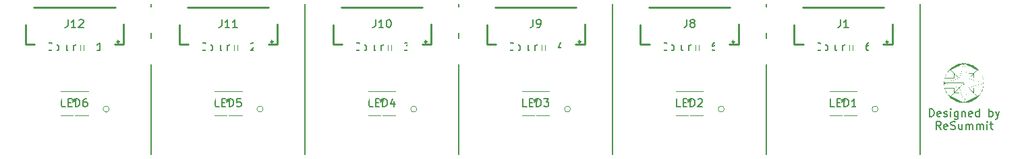
<source format=gto>
G04 #@! TF.GenerationSoftware,KiCad,Pcbnew,7.0.8*
G04 #@! TF.CreationDate,2023-11-08T21:34:38-08:00*
G04 #@! TF.ProjectId,Seismos_5CoreStencil,53656973-6d6f-4735-9f35-436f72655374,rev?*
G04 #@! TF.SameCoordinates,Original*
G04 #@! TF.FileFunction,Legend,Top*
G04 #@! TF.FilePolarity,Positive*
%FSLAX46Y46*%
G04 Gerber Fmt 4.6, Leading zero omitted, Abs format (unit mm)*
G04 Created by KiCad (PCBNEW 7.0.8) date 2023-11-08 21:34:38*
%MOMM*%
%LPD*%
G01*
G04 APERTURE LIST*
%ADD10C,0.150000*%
%ADD11C,0.254000*%
%ADD12C,0.120000*%
%ADD13C,3.200000*%
%ADD14C,2.300000*%
%ADD15C,1.000000*%
%ADD16C,3.000000*%
%ADD17C,4.000000*%
%ADD18R,1.200000X1.800000*%
%ADD19R,0.600000X1.700000*%
%ADD20R,1.803400X0.812800*%
%ADD21C,0.900000*%
G04 APERTURE END LIST*
D10*
X87900000Y-20000000D02*
X87900000Y-39000000D01*
X107200000Y-20000000D02*
X107200000Y-39000000D01*
X49300000Y-20000000D02*
X49300000Y-39000000D01*
X126500000Y-20000000D02*
X126500000Y-39000000D01*
X145800000Y-20000000D02*
X145800000Y-39000000D01*
X68600000Y-20000000D02*
X68600000Y-39000000D01*
X146991666Y-34209819D02*
X146991666Y-33209819D01*
X146991666Y-33209819D02*
X147229761Y-33209819D01*
X147229761Y-33209819D02*
X147372618Y-33257438D01*
X147372618Y-33257438D02*
X147467856Y-33352676D01*
X147467856Y-33352676D02*
X147515475Y-33447914D01*
X147515475Y-33447914D02*
X147563094Y-33638390D01*
X147563094Y-33638390D02*
X147563094Y-33781247D01*
X147563094Y-33781247D02*
X147515475Y-33971723D01*
X147515475Y-33971723D02*
X147467856Y-34066961D01*
X147467856Y-34066961D02*
X147372618Y-34162200D01*
X147372618Y-34162200D02*
X147229761Y-34209819D01*
X147229761Y-34209819D02*
X146991666Y-34209819D01*
X148372618Y-34162200D02*
X148277380Y-34209819D01*
X148277380Y-34209819D02*
X148086904Y-34209819D01*
X148086904Y-34209819D02*
X147991666Y-34162200D01*
X147991666Y-34162200D02*
X147944047Y-34066961D01*
X147944047Y-34066961D02*
X147944047Y-33686009D01*
X147944047Y-33686009D02*
X147991666Y-33590771D01*
X147991666Y-33590771D02*
X148086904Y-33543152D01*
X148086904Y-33543152D02*
X148277380Y-33543152D01*
X148277380Y-33543152D02*
X148372618Y-33590771D01*
X148372618Y-33590771D02*
X148420237Y-33686009D01*
X148420237Y-33686009D02*
X148420237Y-33781247D01*
X148420237Y-33781247D02*
X147944047Y-33876485D01*
X148801190Y-34162200D02*
X148896428Y-34209819D01*
X148896428Y-34209819D02*
X149086904Y-34209819D01*
X149086904Y-34209819D02*
X149182142Y-34162200D01*
X149182142Y-34162200D02*
X149229761Y-34066961D01*
X149229761Y-34066961D02*
X149229761Y-34019342D01*
X149229761Y-34019342D02*
X149182142Y-33924104D01*
X149182142Y-33924104D02*
X149086904Y-33876485D01*
X149086904Y-33876485D02*
X148944047Y-33876485D01*
X148944047Y-33876485D02*
X148848809Y-33828866D01*
X148848809Y-33828866D02*
X148801190Y-33733628D01*
X148801190Y-33733628D02*
X148801190Y-33686009D01*
X148801190Y-33686009D02*
X148848809Y-33590771D01*
X148848809Y-33590771D02*
X148944047Y-33543152D01*
X148944047Y-33543152D02*
X149086904Y-33543152D01*
X149086904Y-33543152D02*
X149182142Y-33590771D01*
X149658333Y-34209819D02*
X149658333Y-33543152D01*
X149658333Y-33209819D02*
X149610714Y-33257438D01*
X149610714Y-33257438D02*
X149658333Y-33305057D01*
X149658333Y-33305057D02*
X149705952Y-33257438D01*
X149705952Y-33257438D02*
X149658333Y-33209819D01*
X149658333Y-33209819D02*
X149658333Y-33305057D01*
X150563094Y-33543152D02*
X150563094Y-34352676D01*
X150563094Y-34352676D02*
X150515475Y-34447914D01*
X150515475Y-34447914D02*
X150467856Y-34495533D01*
X150467856Y-34495533D02*
X150372618Y-34543152D01*
X150372618Y-34543152D02*
X150229761Y-34543152D01*
X150229761Y-34543152D02*
X150134523Y-34495533D01*
X150563094Y-34162200D02*
X150467856Y-34209819D01*
X150467856Y-34209819D02*
X150277380Y-34209819D01*
X150277380Y-34209819D02*
X150182142Y-34162200D01*
X150182142Y-34162200D02*
X150134523Y-34114580D01*
X150134523Y-34114580D02*
X150086904Y-34019342D01*
X150086904Y-34019342D02*
X150086904Y-33733628D01*
X150086904Y-33733628D02*
X150134523Y-33638390D01*
X150134523Y-33638390D02*
X150182142Y-33590771D01*
X150182142Y-33590771D02*
X150277380Y-33543152D01*
X150277380Y-33543152D02*
X150467856Y-33543152D01*
X150467856Y-33543152D02*
X150563094Y-33590771D01*
X151039285Y-33543152D02*
X151039285Y-34209819D01*
X151039285Y-33638390D02*
X151086904Y-33590771D01*
X151086904Y-33590771D02*
X151182142Y-33543152D01*
X151182142Y-33543152D02*
X151324999Y-33543152D01*
X151324999Y-33543152D02*
X151420237Y-33590771D01*
X151420237Y-33590771D02*
X151467856Y-33686009D01*
X151467856Y-33686009D02*
X151467856Y-34209819D01*
X152324999Y-34162200D02*
X152229761Y-34209819D01*
X152229761Y-34209819D02*
X152039285Y-34209819D01*
X152039285Y-34209819D02*
X151944047Y-34162200D01*
X151944047Y-34162200D02*
X151896428Y-34066961D01*
X151896428Y-34066961D02*
X151896428Y-33686009D01*
X151896428Y-33686009D02*
X151944047Y-33590771D01*
X151944047Y-33590771D02*
X152039285Y-33543152D01*
X152039285Y-33543152D02*
X152229761Y-33543152D01*
X152229761Y-33543152D02*
X152324999Y-33590771D01*
X152324999Y-33590771D02*
X152372618Y-33686009D01*
X152372618Y-33686009D02*
X152372618Y-33781247D01*
X152372618Y-33781247D02*
X151896428Y-33876485D01*
X153229761Y-34209819D02*
X153229761Y-33209819D01*
X153229761Y-34162200D02*
X153134523Y-34209819D01*
X153134523Y-34209819D02*
X152944047Y-34209819D01*
X152944047Y-34209819D02*
X152848809Y-34162200D01*
X152848809Y-34162200D02*
X152801190Y-34114580D01*
X152801190Y-34114580D02*
X152753571Y-34019342D01*
X152753571Y-34019342D02*
X152753571Y-33733628D01*
X152753571Y-33733628D02*
X152801190Y-33638390D01*
X152801190Y-33638390D02*
X152848809Y-33590771D01*
X152848809Y-33590771D02*
X152944047Y-33543152D01*
X152944047Y-33543152D02*
X153134523Y-33543152D01*
X153134523Y-33543152D02*
X153229761Y-33590771D01*
X154467857Y-34209819D02*
X154467857Y-33209819D01*
X154467857Y-33590771D02*
X154563095Y-33543152D01*
X154563095Y-33543152D02*
X154753571Y-33543152D01*
X154753571Y-33543152D02*
X154848809Y-33590771D01*
X154848809Y-33590771D02*
X154896428Y-33638390D01*
X154896428Y-33638390D02*
X154944047Y-33733628D01*
X154944047Y-33733628D02*
X154944047Y-34019342D01*
X154944047Y-34019342D02*
X154896428Y-34114580D01*
X154896428Y-34114580D02*
X154848809Y-34162200D01*
X154848809Y-34162200D02*
X154753571Y-34209819D01*
X154753571Y-34209819D02*
X154563095Y-34209819D01*
X154563095Y-34209819D02*
X154467857Y-34162200D01*
X155277381Y-33543152D02*
X155515476Y-34209819D01*
X155753571Y-33543152D02*
X155515476Y-34209819D01*
X155515476Y-34209819D02*
X155420238Y-34447914D01*
X155420238Y-34447914D02*
X155372619Y-34495533D01*
X155372619Y-34495533D02*
X155277381Y-34543152D01*
X148420238Y-35819819D02*
X148086905Y-35343628D01*
X147848810Y-35819819D02*
X147848810Y-34819819D01*
X147848810Y-34819819D02*
X148229762Y-34819819D01*
X148229762Y-34819819D02*
X148325000Y-34867438D01*
X148325000Y-34867438D02*
X148372619Y-34915057D01*
X148372619Y-34915057D02*
X148420238Y-35010295D01*
X148420238Y-35010295D02*
X148420238Y-35153152D01*
X148420238Y-35153152D02*
X148372619Y-35248390D01*
X148372619Y-35248390D02*
X148325000Y-35296009D01*
X148325000Y-35296009D02*
X148229762Y-35343628D01*
X148229762Y-35343628D02*
X147848810Y-35343628D01*
X149229762Y-35772200D02*
X149134524Y-35819819D01*
X149134524Y-35819819D02*
X148944048Y-35819819D01*
X148944048Y-35819819D02*
X148848810Y-35772200D01*
X148848810Y-35772200D02*
X148801191Y-35676961D01*
X148801191Y-35676961D02*
X148801191Y-35296009D01*
X148801191Y-35296009D02*
X148848810Y-35200771D01*
X148848810Y-35200771D02*
X148944048Y-35153152D01*
X148944048Y-35153152D02*
X149134524Y-35153152D01*
X149134524Y-35153152D02*
X149229762Y-35200771D01*
X149229762Y-35200771D02*
X149277381Y-35296009D01*
X149277381Y-35296009D02*
X149277381Y-35391247D01*
X149277381Y-35391247D02*
X148801191Y-35486485D01*
X149658334Y-35772200D02*
X149801191Y-35819819D01*
X149801191Y-35819819D02*
X150039286Y-35819819D01*
X150039286Y-35819819D02*
X150134524Y-35772200D01*
X150134524Y-35772200D02*
X150182143Y-35724580D01*
X150182143Y-35724580D02*
X150229762Y-35629342D01*
X150229762Y-35629342D02*
X150229762Y-35534104D01*
X150229762Y-35534104D02*
X150182143Y-35438866D01*
X150182143Y-35438866D02*
X150134524Y-35391247D01*
X150134524Y-35391247D02*
X150039286Y-35343628D01*
X150039286Y-35343628D02*
X149848810Y-35296009D01*
X149848810Y-35296009D02*
X149753572Y-35248390D01*
X149753572Y-35248390D02*
X149705953Y-35200771D01*
X149705953Y-35200771D02*
X149658334Y-35105533D01*
X149658334Y-35105533D02*
X149658334Y-35010295D01*
X149658334Y-35010295D02*
X149705953Y-34915057D01*
X149705953Y-34915057D02*
X149753572Y-34867438D01*
X149753572Y-34867438D02*
X149848810Y-34819819D01*
X149848810Y-34819819D02*
X150086905Y-34819819D01*
X150086905Y-34819819D02*
X150229762Y-34867438D01*
X151086905Y-35153152D02*
X151086905Y-35819819D01*
X150658334Y-35153152D02*
X150658334Y-35676961D01*
X150658334Y-35676961D02*
X150705953Y-35772200D01*
X150705953Y-35772200D02*
X150801191Y-35819819D01*
X150801191Y-35819819D02*
X150944048Y-35819819D01*
X150944048Y-35819819D02*
X151039286Y-35772200D01*
X151039286Y-35772200D02*
X151086905Y-35724580D01*
X151563096Y-35819819D02*
X151563096Y-35153152D01*
X151563096Y-35248390D02*
X151610715Y-35200771D01*
X151610715Y-35200771D02*
X151705953Y-35153152D01*
X151705953Y-35153152D02*
X151848810Y-35153152D01*
X151848810Y-35153152D02*
X151944048Y-35200771D01*
X151944048Y-35200771D02*
X151991667Y-35296009D01*
X151991667Y-35296009D02*
X151991667Y-35819819D01*
X151991667Y-35296009D02*
X152039286Y-35200771D01*
X152039286Y-35200771D02*
X152134524Y-35153152D01*
X152134524Y-35153152D02*
X152277381Y-35153152D01*
X152277381Y-35153152D02*
X152372620Y-35200771D01*
X152372620Y-35200771D02*
X152420239Y-35296009D01*
X152420239Y-35296009D02*
X152420239Y-35819819D01*
X152896429Y-35819819D02*
X152896429Y-35153152D01*
X152896429Y-35248390D02*
X152944048Y-35200771D01*
X152944048Y-35200771D02*
X153039286Y-35153152D01*
X153039286Y-35153152D02*
X153182143Y-35153152D01*
X153182143Y-35153152D02*
X153277381Y-35200771D01*
X153277381Y-35200771D02*
X153325000Y-35296009D01*
X153325000Y-35296009D02*
X153325000Y-35819819D01*
X153325000Y-35296009D02*
X153372619Y-35200771D01*
X153372619Y-35200771D02*
X153467857Y-35153152D01*
X153467857Y-35153152D02*
X153610714Y-35153152D01*
X153610714Y-35153152D02*
X153705953Y-35200771D01*
X153705953Y-35200771D02*
X153753572Y-35296009D01*
X153753572Y-35296009D02*
X153753572Y-35819819D01*
X154229762Y-35819819D02*
X154229762Y-35153152D01*
X154229762Y-34819819D02*
X154182143Y-34867438D01*
X154182143Y-34867438D02*
X154229762Y-34915057D01*
X154229762Y-34915057D02*
X154277381Y-34867438D01*
X154277381Y-34867438D02*
X154229762Y-34819819D01*
X154229762Y-34819819D02*
X154229762Y-34915057D01*
X154563095Y-35153152D02*
X154944047Y-35153152D01*
X154705952Y-34819819D02*
X154705952Y-35676961D01*
X154705952Y-35676961D02*
X154753571Y-35772200D01*
X154753571Y-35772200D02*
X154848809Y-35819819D01*
X154848809Y-35819819D02*
X154944047Y-35819819D01*
X94716666Y-25774580D02*
X94669047Y-25822200D01*
X94669047Y-25822200D02*
X94526190Y-25869819D01*
X94526190Y-25869819D02*
X94430952Y-25869819D01*
X94430952Y-25869819D02*
X94288095Y-25822200D01*
X94288095Y-25822200D02*
X94192857Y-25726961D01*
X94192857Y-25726961D02*
X94145238Y-25631723D01*
X94145238Y-25631723D02*
X94097619Y-25441247D01*
X94097619Y-25441247D02*
X94097619Y-25298390D01*
X94097619Y-25298390D02*
X94145238Y-25107914D01*
X94145238Y-25107914D02*
X94192857Y-25012676D01*
X94192857Y-25012676D02*
X94288095Y-24917438D01*
X94288095Y-24917438D02*
X94430952Y-24869819D01*
X94430952Y-24869819D02*
X94526190Y-24869819D01*
X94526190Y-24869819D02*
X94669047Y-24917438D01*
X94669047Y-24917438D02*
X94716666Y-24965057D01*
X95288095Y-25869819D02*
X95192857Y-25822200D01*
X95192857Y-25822200D02*
X95145238Y-25774580D01*
X95145238Y-25774580D02*
X95097619Y-25679342D01*
X95097619Y-25679342D02*
X95097619Y-25393628D01*
X95097619Y-25393628D02*
X95145238Y-25298390D01*
X95145238Y-25298390D02*
X95192857Y-25250771D01*
X95192857Y-25250771D02*
X95288095Y-25203152D01*
X95288095Y-25203152D02*
X95430952Y-25203152D01*
X95430952Y-25203152D02*
X95526190Y-25250771D01*
X95526190Y-25250771D02*
X95573809Y-25298390D01*
X95573809Y-25298390D02*
X95621428Y-25393628D01*
X95621428Y-25393628D02*
X95621428Y-25679342D01*
X95621428Y-25679342D02*
X95573809Y-25774580D01*
X95573809Y-25774580D02*
X95526190Y-25822200D01*
X95526190Y-25822200D02*
X95430952Y-25869819D01*
X95430952Y-25869819D02*
X95288095Y-25869819D01*
X96192857Y-25869819D02*
X96097619Y-25822200D01*
X96097619Y-25822200D02*
X96050000Y-25726961D01*
X96050000Y-25726961D02*
X96050000Y-24869819D01*
X97002381Y-25203152D02*
X97002381Y-25869819D01*
X96573810Y-25203152D02*
X96573810Y-25726961D01*
X96573810Y-25726961D02*
X96621429Y-25822200D01*
X96621429Y-25822200D02*
X96716667Y-25869819D01*
X96716667Y-25869819D02*
X96859524Y-25869819D01*
X96859524Y-25869819D02*
X96954762Y-25822200D01*
X96954762Y-25822200D02*
X97002381Y-25774580D01*
X97478572Y-25869819D02*
X97478572Y-25203152D01*
X97478572Y-25298390D02*
X97526191Y-25250771D01*
X97526191Y-25250771D02*
X97621429Y-25203152D01*
X97621429Y-25203152D02*
X97764286Y-25203152D01*
X97764286Y-25203152D02*
X97859524Y-25250771D01*
X97859524Y-25250771D02*
X97907143Y-25346009D01*
X97907143Y-25346009D02*
X97907143Y-25869819D01*
X97907143Y-25346009D02*
X97954762Y-25250771D01*
X97954762Y-25250771D02*
X98050000Y-25203152D01*
X98050000Y-25203152D02*
X98192857Y-25203152D01*
X98192857Y-25203152D02*
X98288096Y-25250771D01*
X98288096Y-25250771D02*
X98335715Y-25346009D01*
X98335715Y-25346009D02*
X98335715Y-25869819D01*
X98811905Y-25203152D02*
X98811905Y-25869819D01*
X98811905Y-25298390D02*
X98859524Y-25250771D01*
X98859524Y-25250771D02*
X98954762Y-25203152D01*
X98954762Y-25203152D02*
X99097619Y-25203152D01*
X99097619Y-25203152D02*
X99192857Y-25250771D01*
X99192857Y-25250771D02*
X99240476Y-25346009D01*
X99240476Y-25346009D02*
X99240476Y-25869819D01*
X100907143Y-25203152D02*
X100907143Y-25869819D01*
X100669048Y-24822200D02*
X100430953Y-25536485D01*
X100430953Y-25536485D02*
X101050000Y-25536485D01*
X56116666Y-25774580D02*
X56069047Y-25822200D01*
X56069047Y-25822200D02*
X55926190Y-25869819D01*
X55926190Y-25869819D02*
X55830952Y-25869819D01*
X55830952Y-25869819D02*
X55688095Y-25822200D01*
X55688095Y-25822200D02*
X55592857Y-25726961D01*
X55592857Y-25726961D02*
X55545238Y-25631723D01*
X55545238Y-25631723D02*
X55497619Y-25441247D01*
X55497619Y-25441247D02*
X55497619Y-25298390D01*
X55497619Y-25298390D02*
X55545238Y-25107914D01*
X55545238Y-25107914D02*
X55592857Y-25012676D01*
X55592857Y-25012676D02*
X55688095Y-24917438D01*
X55688095Y-24917438D02*
X55830952Y-24869819D01*
X55830952Y-24869819D02*
X55926190Y-24869819D01*
X55926190Y-24869819D02*
X56069047Y-24917438D01*
X56069047Y-24917438D02*
X56116666Y-24965057D01*
X56688095Y-25869819D02*
X56592857Y-25822200D01*
X56592857Y-25822200D02*
X56545238Y-25774580D01*
X56545238Y-25774580D02*
X56497619Y-25679342D01*
X56497619Y-25679342D02*
X56497619Y-25393628D01*
X56497619Y-25393628D02*
X56545238Y-25298390D01*
X56545238Y-25298390D02*
X56592857Y-25250771D01*
X56592857Y-25250771D02*
X56688095Y-25203152D01*
X56688095Y-25203152D02*
X56830952Y-25203152D01*
X56830952Y-25203152D02*
X56926190Y-25250771D01*
X56926190Y-25250771D02*
X56973809Y-25298390D01*
X56973809Y-25298390D02*
X57021428Y-25393628D01*
X57021428Y-25393628D02*
X57021428Y-25679342D01*
X57021428Y-25679342D02*
X56973809Y-25774580D01*
X56973809Y-25774580D02*
X56926190Y-25822200D01*
X56926190Y-25822200D02*
X56830952Y-25869819D01*
X56830952Y-25869819D02*
X56688095Y-25869819D01*
X57592857Y-25869819D02*
X57497619Y-25822200D01*
X57497619Y-25822200D02*
X57450000Y-25726961D01*
X57450000Y-25726961D02*
X57450000Y-24869819D01*
X58402381Y-25203152D02*
X58402381Y-25869819D01*
X57973810Y-25203152D02*
X57973810Y-25726961D01*
X57973810Y-25726961D02*
X58021429Y-25822200D01*
X58021429Y-25822200D02*
X58116667Y-25869819D01*
X58116667Y-25869819D02*
X58259524Y-25869819D01*
X58259524Y-25869819D02*
X58354762Y-25822200D01*
X58354762Y-25822200D02*
X58402381Y-25774580D01*
X58878572Y-25869819D02*
X58878572Y-25203152D01*
X58878572Y-25298390D02*
X58926191Y-25250771D01*
X58926191Y-25250771D02*
X59021429Y-25203152D01*
X59021429Y-25203152D02*
X59164286Y-25203152D01*
X59164286Y-25203152D02*
X59259524Y-25250771D01*
X59259524Y-25250771D02*
X59307143Y-25346009D01*
X59307143Y-25346009D02*
X59307143Y-25869819D01*
X59307143Y-25346009D02*
X59354762Y-25250771D01*
X59354762Y-25250771D02*
X59450000Y-25203152D01*
X59450000Y-25203152D02*
X59592857Y-25203152D01*
X59592857Y-25203152D02*
X59688096Y-25250771D01*
X59688096Y-25250771D02*
X59735715Y-25346009D01*
X59735715Y-25346009D02*
X59735715Y-25869819D01*
X60211905Y-25203152D02*
X60211905Y-25869819D01*
X60211905Y-25298390D02*
X60259524Y-25250771D01*
X60259524Y-25250771D02*
X60354762Y-25203152D01*
X60354762Y-25203152D02*
X60497619Y-25203152D01*
X60497619Y-25203152D02*
X60592857Y-25250771D01*
X60592857Y-25250771D02*
X60640476Y-25346009D01*
X60640476Y-25346009D02*
X60640476Y-25869819D01*
X61830953Y-24965057D02*
X61878572Y-24917438D01*
X61878572Y-24917438D02*
X61973810Y-24869819D01*
X61973810Y-24869819D02*
X62211905Y-24869819D01*
X62211905Y-24869819D02*
X62307143Y-24917438D01*
X62307143Y-24917438D02*
X62354762Y-24965057D01*
X62354762Y-24965057D02*
X62402381Y-25060295D01*
X62402381Y-25060295D02*
X62402381Y-25155533D01*
X62402381Y-25155533D02*
X62354762Y-25298390D01*
X62354762Y-25298390D02*
X61783334Y-25869819D01*
X61783334Y-25869819D02*
X62402381Y-25869819D01*
X133316666Y-25774580D02*
X133269047Y-25822200D01*
X133269047Y-25822200D02*
X133126190Y-25869819D01*
X133126190Y-25869819D02*
X133030952Y-25869819D01*
X133030952Y-25869819D02*
X132888095Y-25822200D01*
X132888095Y-25822200D02*
X132792857Y-25726961D01*
X132792857Y-25726961D02*
X132745238Y-25631723D01*
X132745238Y-25631723D02*
X132697619Y-25441247D01*
X132697619Y-25441247D02*
X132697619Y-25298390D01*
X132697619Y-25298390D02*
X132745238Y-25107914D01*
X132745238Y-25107914D02*
X132792857Y-25012676D01*
X132792857Y-25012676D02*
X132888095Y-24917438D01*
X132888095Y-24917438D02*
X133030952Y-24869819D01*
X133030952Y-24869819D02*
X133126190Y-24869819D01*
X133126190Y-24869819D02*
X133269047Y-24917438D01*
X133269047Y-24917438D02*
X133316666Y-24965057D01*
X133888095Y-25869819D02*
X133792857Y-25822200D01*
X133792857Y-25822200D02*
X133745238Y-25774580D01*
X133745238Y-25774580D02*
X133697619Y-25679342D01*
X133697619Y-25679342D02*
X133697619Y-25393628D01*
X133697619Y-25393628D02*
X133745238Y-25298390D01*
X133745238Y-25298390D02*
X133792857Y-25250771D01*
X133792857Y-25250771D02*
X133888095Y-25203152D01*
X133888095Y-25203152D02*
X134030952Y-25203152D01*
X134030952Y-25203152D02*
X134126190Y-25250771D01*
X134126190Y-25250771D02*
X134173809Y-25298390D01*
X134173809Y-25298390D02*
X134221428Y-25393628D01*
X134221428Y-25393628D02*
X134221428Y-25679342D01*
X134221428Y-25679342D02*
X134173809Y-25774580D01*
X134173809Y-25774580D02*
X134126190Y-25822200D01*
X134126190Y-25822200D02*
X134030952Y-25869819D01*
X134030952Y-25869819D02*
X133888095Y-25869819D01*
X134792857Y-25869819D02*
X134697619Y-25822200D01*
X134697619Y-25822200D02*
X134650000Y-25726961D01*
X134650000Y-25726961D02*
X134650000Y-24869819D01*
X135602381Y-25203152D02*
X135602381Y-25869819D01*
X135173810Y-25203152D02*
X135173810Y-25726961D01*
X135173810Y-25726961D02*
X135221429Y-25822200D01*
X135221429Y-25822200D02*
X135316667Y-25869819D01*
X135316667Y-25869819D02*
X135459524Y-25869819D01*
X135459524Y-25869819D02*
X135554762Y-25822200D01*
X135554762Y-25822200D02*
X135602381Y-25774580D01*
X136078572Y-25869819D02*
X136078572Y-25203152D01*
X136078572Y-25298390D02*
X136126191Y-25250771D01*
X136126191Y-25250771D02*
X136221429Y-25203152D01*
X136221429Y-25203152D02*
X136364286Y-25203152D01*
X136364286Y-25203152D02*
X136459524Y-25250771D01*
X136459524Y-25250771D02*
X136507143Y-25346009D01*
X136507143Y-25346009D02*
X136507143Y-25869819D01*
X136507143Y-25346009D02*
X136554762Y-25250771D01*
X136554762Y-25250771D02*
X136650000Y-25203152D01*
X136650000Y-25203152D02*
X136792857Y-25203152D01*
X136792857Y-25203152D02*
X136888096Y-25250771D01*
X136888096Y-25250771D02*
X136935715Y-25346009D01*
X136935715Y-25346009D02*
X136935715Y-25869819D01*
X137411905Y-25203152D02*
X137411905Y-25869819D01*
X137411905Y-25298390D02*
X137459524Y-25250771D01*
X137459524Y-25250771D02*
X137554762Y-25203152D01*
X137554762Y-25203152D02*
X137697619Y-25203152D01*
X137697619Y-25203152D02*
X137792857Y-25250771D01*
X137792857Y-25250771D02*
X137840476Y-25346009D01*
X137840476Y-25346009D02*
X137840476Y-25869819D01*
X139507143Y-24869819D02*
X139316667Y-24869819D01*
X139316667Y-24869819D02*
X139221429Y-24917438D01*
X139221429Y-24917438D02*
X139173810Y-24965057D01*
X139173810Y-24965057D02*
X139078572Y-25107914D01*
X139078572Y-25107914D02*
X139030953Y-25298390D01*
X139030953Y-25298390D02*
X139030953Y-25679342D01*
X139030953Y-25679342D02*
X139078572Y-25774580D01*
X139078572Y-25774580D02*
X139126191Y-25822200D01*
X139126191Y-25822200D02*
X139221429Y-25869819D01*
X139221429Y-25869819D02*
X139411905Y-25869819D01*
X139411905Y-25869819D02*
X139507143Y-25822200D01*
X139507143Y-25822200D02*
X139554762Y-25774580D01*
X139554762Y-25774580D02*
X139602381Y-25679342D01*
X139602381Y-25679342D02*
X139602381Y-25441247D01*
X139602381Y-25441247D02*
X139554762Y-25346009D01*
X139554762Y-25346009D02*
X139507143Y-25298390D01*
X139507143Y-25298390D02*
X139411905Y-25250771D01*
X139411905Y-25250771D02*
X139221429Y-25250771D01*
X139221429Y-25250771D02*
X139126191Y-25298390D01*
X139126191Y-25298390D02*
X139078572Y-25346009D01*
X139078572Y-25346009D02*
X139030953Y-25441247D01*
X75416666Y-25774580D02*
X75369047Y-25822200D01*
X75369047Y-25822200D02*
X75226190Y-25869819D01*
X75226190Y-25869819D02*
X75130952Y-25869819D01*
X75130952Y-25869819D02*
X74988095Y-25822200D01*
X74988095Y-25822200D02*
X74892857Y-25726961D01*
X74892857Y-25726961D02*
X74845238Y-25631723D01*
X74845238Y-25631723D02*
X74797619Y-25441247D01*
X74797619Y-25441247D02*
X74797619Y-25298390D01*
X74797619Y-25298390D02*
X74845238Y-25107914D01*
X74845238Y-25107914D02*
X74892857Y-25012676D01*
X74892857Y-25012676D02*
X74988095Y-24917438D01*
X74988095Y-24917438D02*
X75130952Y-24869819D01*
X75130952Y-24869819D02*
X75226190Y-24869819D01*
X75226190Y-24869819D02*
X75369047Y-24917438D01*
X75369047Y-24917438D02*
X75416666Y-24965057D01*
X75988095Y-25869819D02*
X75892857Y-25822200D01*
X75892857Y-25822200D02*
X75845238Y-25774580D01*
X75845238Y-25774580D02*
X75797619Y-25679342D01*
X75797619Y-25679342D02*
X75797619Y-25393628D01*
X75797619Y-25393628D02*
X75845238Y-25298390D01*
X75845238Y-25298390D02*
X75892857Y-25250771D01*
X75892857Y-25250771D02*
X75988095Y-25203152D01*
X75988095Y-25203152D02*
X76130952Y-25203152D01*
X76130952Y-25203152D02*
X76226190Y-25250771D01*
X76226190Y-25250771D02*
X76273809Y-25298390D01*
X76273809Y-25298390D02*
X76321428Y-25393628D01*
X76321428Y-25393628D02*
X76321428Y-25679342D01*
X76321428Y-25679342D02*
X76273809Y-25774580D01*
X76273809Y-25774580D02*
X76226190Y-25822200D01*
X76226190Y-25822200D02*
X76130952Y-25869819D01*
X76130952Y-25869819D02*
X75988095Y-25869819D01*
X76892857Y-25869819D02*
X76797619Y-25822200D01*
X76797619Y-25822200D02*
X76750000Y-25726961D01*
X76750000Y-25726961D02*
X76750000Y-24869819D01*
X77702381Y-25203152D02*
X77702381Y-25869819D01*
X77273810Y-25203152D02*
X77273810Y-25726961D01*
X77273810Y-25726961D02*
X77321429Y-25822200D01*
X77321429Y-25822200D02*
X77416667Y-25869819D01*
X77416667Y-25869819D02*
X77559524Y-25869819D01*
X77559524Y-25869819D02*
X77654762Y-25822200D01*
X77654762Y-25822200D02*
X77702381Y-25774580D01*
X78178572Y-25869819D02*
X78178572Y-25203152D01*
X78178572Y-25298390D02*
X78226191Y-25250771D01*
X78226191Y-25250771D02*
X78321429Y-25203152D01*
X78321429Y-25203152D02*
X78464286Y-25203152D01*
X78464286Y-25203152D02*
X78559524Y-25250771D01*
X78559524Y-25250771D02*
X78607143Y-25346009D01*
X78607143Y-25346009D02*
X78607143Y-25869819D01*
X78607143Y-25346009D02*
X78654762Y-25250771D01*
X78654762Y-25250771D02*
X78750000Y-25203152D01*
X78750000Y-25203152D02*
X78892857Y-25203152D01*
X78892857Y-25203152D02*
X78988096Y-25250771D01*
X78988096Y-25250771D02*
X79035715Y-25346009D01*
X79035715Y-25346009D02*
X79035715Y-25869819D01*
X79511905Y-25203152D02*
X79511905Y-25869819D01*
X79511905Y-25298390D02*
X79559524Y-25250771D01*
X79559524Y-25250771D02*
X79654762Y-25203152D01*
X79654762Y-25203152D02*
X79797619Y-25203152D01*
X79797619Y-25203152D02*
X79892857Y-25250771D01*
X79892857Y-25250771D02*
X79940476Y-25346009D01*
X79940476Y-25346009D02*
X79940476Y-25869819D01*
X81083334Y-24869819D02*
X81702381Y-24869819D01*
X81702381Y-24869819D02*
X81369048Y-25250771D01*
X81369048Y-25250771D02*
X81511905Y-25250771D01*
X81511905Y-25250771D02*
X81607143Y-25298390D01*
X81607143Y-25298390D02*
X81654762Y-25346009D01*
X81654762Y-25346009D02*
X81702381Y-25441247D01*
X81702381Y-25441247D02*
X81702381Y-25679342D01*
X81702381Y-25679342D02*
X81654762Y-25774580D01*
X81654762Y-25774580D02*
X81607143Y-25822200D01*
X81607143Y-25822200D02*
X81511905Y-25869819D01*
X81511905Y-25869819D02*
X81226191Y-25869819D01*
X81226191Y-25869819D02*
X81130953Y-25822200D01*
X81130953Y-25822200D02*
X81083334Y-25774580D01*
X36816666Y-25774580D02*
X36769047Y-25822200D01*
X36769047Y-25822200D02*
X36626190Y-25869819D01*
X36626190Y-25869819D02*
X36530952Y-25869819D01*
X36530952Y-25869819D02*
X36388095Y-25822200D01*
X36388095Y-25822200D02*
X36292857Y-25726961D01*
X36292857Y-25726961D02*
X36245238Y-25631723D01*
X36245238Y-25631723D02*
X36197619Y-25441247D01*
X36197619Y-25441247D02*
X36197619Y-25298390D01*
X36197619Y-25298390D02*
X36245238Y-25107914D01*
X36245238Y-25107914D02*
X36292857Y-25012676D01*
X36292857Y-25012676D02*
X36388095Y-24917438D01*
X36388095Y-24917438D02*
X36530952Y-24869819D01*
X36530952Y-24869819D02*
X36626190Y-24869819D01*
X36626190Y-24869819D02*
X36769047Y-24917438D01*
X36769047Y-24917438D02*
X36816666Y-24965057D01*
X37388095Y-25869819D02*
X37292857Y-25822200D01*
X37292857Y-25822200D02*
X37245238Y-25774580D01*
X37245238Y-25774580D02*
X37197619Y-25679342D01*
X37197619Y-25679342D02*
X37197619Y-25393628D01*
X37197619Y-25393628D02*
X37245238Y-25298390D01*
X37245238Y-25298390D02*
X37292857Y-25250771D01*
X37292857Y-25250771D02*
X37388095Y-25203152D01*
X37388095Y-25203152D02*
X37530952Y-25203152D01*
X37530952Y-25203152D02*
X37626190Y-25250771D01*
X37626190Y-25250771D02*
X37673809Y-25298390D01*
X37673809Y-25298390D02*
X37721428Y-25393628D01*
X37721428Y-25393628D02*
X37721428Y-25679342D01*
X37721428Y-25679342D02*
X37673809Y-25774580D01*
X37673809Y-25774580D02*
X37626190Y-25822200D01*
X37626190Y-25822200D02*
X37530952Y-25869819D01*
X37530952Y-25869819D02*
X37388095Y-25869819D01*
X38292857Y-25869819D02*
X38197619Y-25822200D01*
X38197619Y-25822200D02*
X38150000Y-25726961D01*
X38150000Y-25726961D02*
X38150000Y-24869819D01*
X39102381Y-25203152D02*
X39102381Y-25869819D01*
X38673810Y-25203152D02*
X38673810Y-25726961D01*
X38673810Y-25726961D02*
X38721429Y-25822200D01*
X38721429Y-25822200D02*
X38816667Y-25869819D01*
X38816667Y-25869819D02*
X38959524Y-25869819D01*
X38959524Y-25869819D02*
X39054762Y-25822200D01*
X39054762Y-25822200D02*
X39102381Y-25774580D01*
X39578572Y-25869819D02*
X39578572Y-25203152D01*
X39578572Y-25298390D02*
X39626191Y-25250771D01*
X39626191Y-25250771D02*
X39721429Y-25203152D01*
X39721429Y-25203152D02*
X39864286Y-25203152D01*
X39864286Y-25203152D02*
X39959524Y-25250771D01*
X39959524Y-25250771D02*
X40007143Y-25346009D01*
X40007143Y-25346009D02*
X40007143Y-25869819D01*
X40007143Y-25346009D02*
X40054762Y-25250771D01*
X40054762Y-25250771D02*
X40150000Y-25203152D01*
X40150000Y-25203152D02*
X40292857Y-25203152D01*
X40292857Y-25203152D02*
X40388096Y-25250771D01*
X40388096Y-25250771D02*
X40435715Y-25346009D01*
X40435715Y-25346009D02*
X40435715Y-25869819D01*
X40911905Y-25203152D02*
X40911905Y-25869819D01*
X40911905Y-25298390D02*
X40959524Y-25250771D01*
X40959524Y-25250771D02*
X41054762Y-25203152D01*
X41054762Y-25203152D02*
X41197619Y-25203152D01*
X41197619Y-25203152D02*
X41292857Y-25250771D01*
X41292857Y-25250771D02*
X41340476Y-25346009D01*
X41340476Y-25346009D02*
X41340476Y-25869819D01*
X43102381Y-25869819D02*
X42530953Y-25869819D01*
X42816667Y-25869819D02*
X42816667Y-24869819D01*
X42816667Y-24869819D02*
X42721429Y-25012676D01*
X42721429Y-25012676D02*
X42626191Y-25107914D01*
X42626191Y-25107914D02*
X42530953Y-25155533D01*
X114016666Y-25774580D02*
X113969047Y-25822200D01*
X113969047Y-25822200D02*
X113826190Y-25869819D01*
X113826190Y-25869819D02*
X113730952Y-25869819D01*
X113730952Y-25869819D02*
X113588095Y-25822200D01*
X113588095Y-25822200D02*
X113492857Y-25726961D01*
X113492857Y-25726961D02*
X113445238Y-25631723D01*
X113445238Y-25631723D02*
X113397619Y-25441247D01*
X113397619Y-25441247D02*
X113397619Y-25298390D01*
X113397619Y-25298390D02*
X113445238Y-25107914D01*
X113445238Y-25107914D02*
X113492857Y-25012676D01*
X113492857Y-25012676D02*
X113588095Y-24917438D01*
X113588095Y-24917438D02*
X113730952Y-24869819D01*
X113730952Y-24869819D02*
X113826190Y-24869819D01*
X113826190Y-24869819D02*
X113969047Y-24917438D01*
X113969047Y-24917438D02*
X114016666Y-24965057D01*
X114588095Y-25869819D02*
X114492857Y-25822200D01*
X114492857Y-25822200D02*
X114445238Y-25774580D01*
X114445238Y-25774580D02*
X114397619Y-25679342D01*
X114397619Y-25679342D02*
X114397619Y-25393628D01*
X114397619Y-25393628D02*
X114445238Y-25298390D01*
X114445238Y-25298390D02*
X114492857Y-25250771D01*
X114492857Y-25250771D02*
X114588095Y-25203152D01*
X114588095Y-25203152D02*
X114730952Y-25203152D01*
X114730952Y-25203152D02*
X114826190Y-25250771D01*
X114826190Y-25250771D02*
X114873809Y-25298390D01*
X114873809Y-25298390D02*
X114921428Y-25393628D01*
X114921428Y-25393628D02*
X114921428Y-25679342D01*
X114921428Y-25679342D02*
X114873809Y-25774580D01*
X114873809Y-25774580D02*
X114826190Y-25822200D01*
X114826190Y-25822200D02*
X114730952Y-25869819D01*
X114730952Y-25869819D02*
X114588095Y-25869819D01*
X115492857Y-25869819D02*
X115397619Y-25822200D01*
X115397619Y-25822200D02*
X115350000Y-25726961D01*
X115350000Y-25726961D02*
X115350000Y-24869819D01*
X116302381Y-25203152D02*
X116302381Y-25869819D01*
X115873810Y-25203152D02*
X115873810Y-25726961D01*
X115873810Y-25726961D02*
X115921429Y-25822200D01*
X115921429Y-25822200D02*
X116016667Y-25869819D01*
X116016667Y-25869819D02*
X116159524Y-25869819D01*
X116159524Y-25869819D02*
X116254762Y-25822200D01*
X116254762Y-25822200D02*
X116302381Y-25774580D01*
X116778572Y-25869819D02*
X116778572Y-25203152D01*
X116778572Y-25298390D02*
X116826191Y-25250771D01*
X116826191Y-25250771D02*
X116921429Y-25203152D01*
X116921429Y-25203152D02*
X117064286Y-25203152D01*
X117064286Y-25203152D02*
X117159524Y-25250771D01*
X117159524Y-25250771D02*
X117207143Y-25346009D01*
X117207143Y-25346009D02*
X117207143Y-25869819D01*
X117207143Y-25346009D02*
X117254762Y-25250771D01*
X117254762Y-25250771D02*
X117350000Y-25203152D01*
X117350000Y-25203152D02*
X117492857Y-25203152D01*
X117492857Y-25203152D02*
X117588096Y-25250771D01*
X117588096Y-25250771D02*
X117635715Y-25346009D01*
X117635715Y-25346009D02*
X117635715Y-25869819D01*
X118111905Y-25203152D02*
X118111905Y-25869819D01*
X118111905Y-25298390D02*
X118159524Y-25250771D01*
X118159524Y-25250771D02*
X118254762Y-25203152D01*
X118254762Y-25203152D02*
X118397619Y-25203152D01*
X118397619Y-25203152D02*
X118492857Y-25250771D01*
X118492857Y-25250771D02*
X118540476Y-25346009D01*
X118540476Y-25346009D02*
X118540476Y-25869819D01*
X120254762Y-24869819D02*
X119778572Y-24869819D01*
X119778572Y-24869819D02*
X119730953Y-25346009D01*
X119730953Y-25346009D02*
X119778572Y-25298390D01*
X119778572Y-25298390D02*
X119873810Y-25250771D01*
X119873810Y-25250771D02*
X120111905Y-25250771D01*
X120111905Y-25250771D02*
X120207143Y-25298390D01*
X120207143Y-25298390D02*
X120254762Y-25346009D01*
X120254762Y-25346009D02*
X120302381Y-25441247D01*
X120302381Y-25441247D02*
X120302381Y-25679342D01*
X120302381Y-25679342D02*
X120254762Y-25774580D01*
X120254762Y-25774580D02*
X120207143Y-25822200D01*
X120207143Y-25822200D02*
X120111905Y-25869819D01*
X120111905Y-25869819D02*
X119873810Y-25869819D01*
X119873810Y-25869819D02*
X119778572Y-25822200D01*
X119778572Y-25822200D02*
X119730953Y-25774580D01*
X38840476Y-21954819D02*
X38840476Y-22669104D01*
X38840476Y-22669104D02*
X38792857Y-22811961D01*
X38792857Y-22811961D02*
X38697619Y-22907200D01*
X38697619Y-22907200D02*
X38554762Y-22954819D01*
X38554762Y-22954819D02*
X38459524Y-22954819D01*
X39840476Y-22954819D02*
X39269048Y-22954819D01*
X39554762Y-22954819D02*
X39554762Y-21954819D01*
X39554762Y-21954819D02*
X39459524Y-22097676D01*
X39459524Y-22097676D02*
X39364286Y-22192914D01*
X39364286Y-22192914D02*
X39269048Y-22240533D01*
X40221429Y-22050057D02*
X40269048Y-22002438D01*
X40269048Y-22002438D02*
X40364286Y-21954819D01*
X40364286Y-21954819D02*
X40602381Y-21954819D01*
X40602381Y-21954819D02*
X40697619Y-22002438D01*
X40697619Y-22002438D02*
X40745238Y-22050057D01*
X40745238Y-22050057D02*
X40792857Y-22145295D01*
X40792857Y-22145295D02*
X40792857Y-22240533D01*
X40792857Y-22240533D02*
X40745238Y-22383390D01*
X40745238Y-22383390D02*
X40173810Y-22954819D01*
X40173810Y-22954819D02*
X40792857Y-22954819D01*
X58140476Y-21954819D02*
X58140476Y-22669104D01*
X58140476Y-22669104D02*
X58092857Y-22811961D01*
X58092857Y-22811961D02*
X57997619Y-22907200D01*
X57997619Y-22907200D02*
X57854762Y-22954819D01*
X57854762Y-22954819D02*
X57759524Y-22954819D01*
X59140476Y-22954819D02*
X58569048Y-22954819D01*
X58854762Y-22954819D02*
X58854762Y-21954819D01*
X58854762Y-21954819D02*
X58759524Y-22097676D01*
X58759524Y-22097676D02*
X58664286Y-22192914D01*
X58664286Y-22192914D02*
X58569048Y-22240533D01*
X60092857Y-22954819D02*
X59521429Y-22954819D01*
X59807143Y-22954819D02*
X59807143Y-21954819D01*
X59807143Y-21954819D02*
X59711905Y-22097676D01*
X59711905Y-22097676D02*
X59616667Y-22192914D01*
X59616667Y-22192914D02*
X59521429Y-22240533D01*
X77440476Y-21954819D02*
X77440476Y-22669104D01*
X77440476Y-22669104D02*
X77392857Y-22811961D01*
X77392857Y-22811961D02*
X77297619Y-22907200D01*
X77297619Y-22907200D02*
X77154762Y-22954819D01*
X77154762Y-22954819D02*
X77059524Y-22954819D01*
X78440476Y-22954819D02*
X77869048Y-22954819D01*
X78154762Y-22954819D02*
X78154762Y-21954819D01*
X78154762Y-21954819D02*
X78059524Y-22097676D01*
X78059524Y-22097676D02*
X77964286Y-22192914D01*
X77964286Y-22192914D02*
X77869048Y-22240533D01*
X79059524Y-21954819D02*
X79154762Y-21954819D01*
X79154762Y-21954819D02*
X79250000Y-22002438D01*
X79250000Y-22002438D02*
X79297619Y-22050057D01*
X79297619Y-22050057D02*
X79345238Y-22145295D01*
X79345238Y-22145295D02*
X79392857Y-22335771D01*
X79392857Y-22335771D02*
X79392857Y-22573866D01*
X79392857Y-22573866D02*
X79345238Y-22764342D01*
X79345238Y-22764342D02*
X79297619Y-22859580D01*
X79297619Y-22859580D02*
X79250000Y-22907200D01*
X79250000Y-22907200D02*
X79154762Y-22954819D01*
X79154762Y-22954819D02*
X79059524Y-22954819D01*
X79059524Y-22954819D02*
X78964286Y-22907200D01*
X78964286Y-22907200D02*
X78916667Y-22859580D01*
X78916667Y-22859580D02*
X78869048Y-22764342D01*
X78869048Y-22764342D02*
X78821429Y-22573866D01*
X78821429Y-22573866D02*
X78821429Y-22335771D01*
X78821429Y-22335771D02*
X78869048Y-22145295D01*
X78869048Y-22145295D02*
X78916667Y-22050057D01*
X78916667Y-22050057D02*
X78964286Y-22002438D01*
X78964286Y-22002438D02*
X79059524Y-21954819D01*
X97216666Y-21954819D02*
X97216666Y-22669104D01*
X97216666Y-22669104D02*
X97169047Y-22811961D01*
X97169047Y-22811961D02*
X97073809Y-22907200D01*
X97073809Y-22907200D02*
X96930952Y-22954819D01*
X96930952Y-22954819D02*
X96835714Y-22954819D01*
X97740476Y-22954819D02*
X97930952Y-22954819D01*
X97930952Y-22954819D02*
X98026190Y-22907200D01*
X98026190Y-22907200D02*
X98073809Y-22859580D01*
X98073809Y-22859580D02*
X98169047Y-22716723D01*
X98169047Y-22716723D02*
X98216666Y-22526247D01*
X98216666Y-22526247D02*
X98216666Y-22145295D01*
X98216666Y-22145295D02*
X98169047Y-22050057D01*
X98169047Y-22050057D02*
X98121428Y-22002438D01*
X98121428Y-22002438D02*
X98026190Y-21954819D01*
X98026190Y-21954819D02*
X97835714Y-21954819D01*
X97835714Y-21954819D02*
X97740476Y-22002438D01*
X97740476Y-22002438D02*
X97692857Y-22050057D01*
X97692857Y-22050057D02*
X97645238Y-22145295D01*
X97645238Y-22145295D02*
X97645238Y-22383390D01*
X97645238Y-22383390D02*
X97692857Y-22478628D01*
X97692857Y-22478628D02*
X97740476Y-22526247D01*
X97740476Y-22526247D02*
X97835714Y-22573866D01*
X97835714Y-22573866D02*
X98026190Y-22573866D01*
X98026190Y-22573866D02*
X98121428Y-22526247D01*
X98121428Y-22526247D02*
X98169047Y-22478628D01*
X98169047Y-22478628D02*
X98216666Y-22383390D01*
X116516666Y-21954819D02*
X116516666Y-22669104D01*
X116516666Y-22669104D02*
X116469047Y-22811961D01*
X116469047Y-22811961D02*
X116373809Y-22907200D01*
X116373809Y-22907200D02*
X116230952Y-22954819D01*
X116230952Y-22954819D02*
X116135714Y-22954819D01*
X117135714Y-22383390D02*
X117040476Y-22335771D01*
X117040476Y-22335771D02*
X116992857Y-22288152D01*
X116992857Y-22288152D02*
X116945238Y-22192914D01*
X116945238Y-22192914D02*
X116945238Y-22145295D01*
X116945238Y-22145295D02*
X116992857Y-22050057D01*
X116992857Y-22050057D02*
X117040476Y-22002438D01*
X117040476Y-22002438D02*
X117135714Y-21954819D01*
X117135714Y-21954819D02*
X117326190Y-21954819D01*
X117326190Y-21954819D02*
X117421428Y-22002438D01*
X117421428Y-22002438D02*
X117469047Y-22050057D01*
X117469047Y-22050057D02*
X117516666Y-22145295D01*
X117516666Y-22145295D02*
X117516666Y-22192914D01*
X117516666Y-22192914D02*
X117469047Y-22288152D01*
X117469047Y-22288152D02*
X117421428Y-22335771D01*
X117421428Y-22335771D02*
X117326190Y-22383390D01*
X117326190Y-22383390D02*
X117135714Y-22383390D01*
X117135714Y-22383390D02*
X117040476Y-22431009D01*
X117040476Y-22431009D02*
X116992857Y-22478628D01*
X116992857Y-22478628D02*
X116945238Y-22573866D01*
X116945238Y-22573866D02*
X116945238Y-22764342D01*
X116945238Y-22764342D02*
X116992857Y-22859580D01*
X116992857Y-22859580D02*
X117040476Y-22907200D01*
X117040476Y-22907200D02*
X117135714Y-22954819D01*
X117135714Y-22954819D02*
X117326190Y-22954819D01*
X117326190Y-22954819D02*
X117421428Y-22907200D01*
X117421428Y-22907200D02*
X117469047Y-22859580D01*
X117469047Y-22859580D02*
X117516666Y-22764342D01*
X117516666Y-22764342D02*
X117516666Y-22573866D01*
X117516666Y-22573866D02*
X117469047Y-22478628D01*
X117469047Y-22478628D02*
X117421428Y-22431009D01*
X117421428Y-22431009D02*
X117326190Y-22383390D01*
X135816666Y-21954819D02*
X135816666Y-22669104D01*
X135816666Y-22669104D02*
X135769047Y-22811961D01*
X135769047Y-22811961D02*
X135673809Y-22907200D01*
X135673809Y-22907200D02*
X135530952Y-22954819D01*
X135530952Y-22954819D02*
X135435714Y-22954819D01*
X136816666Y-22954819D02*
X136245238Y-22954819D01*
X136530952Y-22954819D02*
X136530952Y-21954819D01*
X136530952Y-21954819D02*
X136435714Y-22097676D01*
X136435714Y-22097676D02*
X136340476Y-22192914D01*
X136340476Y-22192914D02*
X136245238Y-22240533D01*
X38530952Y-32954819D02*
X38054762Y-32954819D01*
X38054762Y-32954819D02*
X38054762Y-31954819D01*
X38864286Y-32431009D02*
X39197619Y-32431009D01*
X39340476Y-32954819D02*
X38864286Y-32954819D01*
X38864286Y-32954819D02*
X38864286Y-31954819D01*
X38864286Y-31954819D02*
X39340476Y-31954819D01*
X39769048Y-32954819D02*
X39769048Y-31954819D01*
X39769048Y-31954819D02*
X40007143Y-31954819D01*
X40007143Y-31954819D02*
X40150000Y-32002438D01*
X40150000Y-32002438D02*
X40245238Y-32097676D01*
X40245238Y-32097676D02*
X40292857Y-32192914D01*
X40292857Y-32192914D02*
X40340476Y-32383390D01*
X40340476Y-32383390D02*
X40340476Y-32526247D01*
X40340476Y-32526247D02*
X40292857Y-32716723D01*
X40292857Y-32716723D02*
X40245238Y-32811961D01*
X40245238Y-32811961D02*
X40150000Y-32907200D01*
X40150000Y-32907200D02*
X40007143Y-32954819D01*
X40007143Y-32954819D02*
X39769048Y-32954819D01*
X41197619Y-31954819D02*
X41007143Y-31954819D01*
X41007143Y-31954819D02*
X40911905Y-32002438D01*
X40911905Y-32002438D02*
X40864286Y-32050057D01*
X40864286Y-32050057D02*
X40769048Y-32192914D01*
X40769048Y-32192914D02*
X40721429Y-32383390D01*
X40721429Y-32383390D02*
X40721429Y-32764342D01*
X40721429Y-32764342D02*
X40769048Y-32859580D01*
X40769048Y-32859580D02*
X40816667Y-32907200D01*
X40816667Y-32907200D02*
X40911905Y-32954819D01*
X40911905Y-32954819D02*
X41102381Y-32954819D01*
X41102381Y-32954819D02*
X41197619Y-32907200D01*
X41197619Y-32907200D02*
X41245238Y-32859580D01*
X41245238Y-32859580D02*
X41292857Y-32764342D01*
X41292857Y-32764342D02*
X41292857Y-32526247D01*
X41292857Y-32526247D02*
X41245238Y-32431009D01*
X41245238Y-32431009D02*
X41197619Y-32383390D01*
X41197619Y-32383390D02*
X41102381Y-32335771D01*
X41102381Y-32335771D02*
X40911905Y-32335771D01*
X40911905Y-32335771D02*
X40816667Y-32383390D01*
X40816667Y-32383390D02*
X40769048Y-32431009D01*
X40769048Y-32431009D02*
X40721429Y-32526247D01*
X39650000Y-31954819D02*
X39650000Y-32192914D01*
X39411905Y-32097676D02*
X39650000Y-32192914D01*
X39650000Y-32192914D02*
X39888095Y-32097676D01*
X39507143Y-32383390D02*
X39650000Y-32192914D01*
X39650000Y-32192914D02*
X39792857Y-32383390D01*
X135030952Y-32954819D02*
X134554762Y-32954819D01*
X134554762Y-32954819D02*
X134554762Y-31954819D01*
X135364286Y-32431009D02*
X135697619Y-32431009D01*
X135840476Y-32954819D02*
X135364286Y-32954819D01*
X135364286Y-32954819D02*
X135364286Y-31954819D01*
X135364286Y-31954819D02*
X135840476Y-31954819D01*
X136269048Y-32954819D02*
X136269048Y-31954819D01*
X136269048Y-31954819D02*
X136507143Y-31954819D01*
X136507143Y-31954819D02*
X136650000Y-32002438D01*
X136650000Y-32002438D02*
X136745238Y-32097676D01*
X136745238Y-32097676D02*
X136792857Y-32192914D01*
X136792857Y-32192914D02*
X136840476Y-32383390D01*
X136840476Y-32383390D02*
X136840476Y-32526247D01*
X136840476Y-32526247D02*
X136792857Y-32716723D01*
X136792857Y-32716723D02*
X136745238Y-32811961D01*
X136745238Y-32811961D02*
X136650000Y-32907200D01*
X136650000Y-32907200D02*
X136507143Y-32954819D01*
X136507143Y-32954819D02*
X136269048Y-32954819D01*
X137792857Y-32954819D02*
X137221429Y-32954819D01*
X137507143Y-32954819D02*
X137507143Y-31954819D01*
X137507143Y-31954819D02*
X137411905Y-32097676D01*
X137411905Y-32097676D02*
X137316667Y-32192914D01*
X137316667Y-32192914D02*
X137221429Y-32240533D01*
X136150000Y-31954819D02*
X136150000Y-32192914D01*
X135911905Y-32097676D02*
X136150000Y-32192914D01*
X136150000Y-32192914D02*
X136388095Y-32097676D01*
X136007143Y-32383390D02*
X136150000Y-32192914D01*
X136150000Y-32192914D02*
X136292857Y-32383390D01*
X96430952Y-32954819D02*
X95954762Y-32954819D01*
X95954762Y-32954819D02*
X95954762Y-31954819D01*
X96764286Y-32431009D02*
X97097619Y-32431009D01*
X97240476Y-32954819D02*
X96764286Y-32954819D01*
X96764286Y-32954819D02*
X96764286Y-31954819D01*
X96764286Y-31954819D02*
X97240476Y-31954819D01*
X97669048Y-32954819D02*
X97669048Y-31954819D01*
X97669048Y-31954819D02*
X97907143Y-31954819D01*
X97907143Y-31954819D02*
X98050000Y-32002438D01*
X98050000Y-32002438D02*
X98145238Y-32097676D01*
X98145238Y-32097676D02*
X98192857Y-32192914D01*
X98192857Y-32192914D02*
X98240476Y-32383390D01*
X98240476Y-32383390D02*
X98240476Y-32526247D01*
X98240476Y-32526247D02*
X98192857Y-32716723D01*
X98192857Y-32716723D02*
X98145238Y-32811961D01*
X98145238Y-32811961D02*
X98050000Y-32907200D01*
X98050000Y-32907200D02*
X97907143Y-32954819D01*
X97907143Y-32954819D02*
X97669048Y-32954819D01*
X98573810Y-31954819D02*
X99192857Y-31954819D01*
X99192857Y-31954819D02*
X98859524Y-32335771D01*
X98859524Y-32335771D02*
X99002381Y-32335771D01*
X99002381Y-32335771D02*
X99097619Y-32383390D01*
X99097619Y-32383390D02*
X99145238Y-32431009D01*
X99145238Y-32431009D02*
X99192857Y-32526247D01*
X99192857Y-32526247D02*
X99192857Y-32764342D01*
X99192857Y-32764342D02*
X99145238Y-32859580D01*
X99145238Y-32859580D02*
X99097619Y-32907200D01*
X99097619Y-32907200D02*
X99002381Y-32954819D01*
X99002381Y-32954819D02*
X98716667Y-32954819D01*
X98716667Y-32954819D02*
X98621429Y-32907200D01*
X98621429Y-32907200D02*
X98573810Y-32859580D01*
X97550000Y-31954819D02*
X97550000Y-32192914D01*
X97311905Y-32097676D02*
X97550000Y-32192914D01*
X97550000Y-32192914D02*
X97788095Y-32097676D01*
X97407143Y-32383390D02*
X97550000Y-32192914D01*
X97550000Y-32192914D02*
X97692857Y-32383390D01*
X77130952Y-32954819D02*
X76654762Y-32954819D01*
X76654762Y-32954819D02*
X76654762Y-31954819D01*
X77464286Y-32431009D02*
X77797619Y-32431009D01*
X77940476Y-32954819D02*
X77464286Y-32954819D01*
X77464286Y-32954819D02*
X77464286Y-31954819D01*
X77464286Y-31954819D02*
X77940476Y-31954819D01*
X78369048Y-32954819D02*
X78369048Y-31954819D01*
X78369048Y-31954819D02*
X78607143Y-31954819D01*
X78607143Y-31954819D02*
X78750000Y-32002438D01*
X78750000Y-32002438D02*
X78845238Y-32097676D01*
X78845238Y-32097676D02*
X78892857Y-32192914D01*
X78892857Y-32192914D02*
X78940476Y-32383390D01*
X78940476Y-32383390D02*
X78940476Y-32526247D01*
X78940476Y-32526247D02*
X78892857Y-32716723D01*
X78892857Y-32716723D02*
X78845238Y-32811961D01*
X78845238Y-32811961D02*
X78750000Y-32907200D01*
X78750000Y-32907200D02*
X78607143Y-32954819D01*
X78607143Y-32954819D02*
X78369048Y-32954819D01*
X79797619Y-32288152D02*
X79797619Y-32954819D01*
X79559524Y-31907200D02*
X79321429Y-32621485D01*
X79321429Y-32621485D02*
X79940476Y-32621485D01*
X78250000Y-31954819D02*
X78250000Y-32192914D01*
X78011905Y-32097676D02*
X78250000Y-32192914D01*
X78250000Y-32192914D02*
X78488095Y-32097676D01*
X78107143Y-32383390D02*
X78250000Y-32192914D01*
X78250000Y-32192914D02*
X78392857Y-32383390D01*
X115730952Y-32954819D02*
X115254762Y-32954819D01*
X115254762Y-32954819D02*
X115254762Y-31954819D01*
X116064286Y-32431009D02*
X116397619Y-32431009D01*
X116540476Y-32954819D02*
X116064286Y-32954819D01*
X116064286Y-32954819D02*
X116064286Y-31954819D01*
X116064286Y-31954819D02*
X116540476Y-31954819D01*
X116969048Y-32954819D02*
X116969048Y-31954819D01*
X116969048Y-31954819D02*
X117207143Y-31954819D01*
X117207143Y-31954819D02*
X117350000Y-32002438D01*
X117350000Y-32002438D02*
X117445238Y-32097676D01*
X117445238Y-32097676D02*
X117492857Y-32192914D01*
X117492857Y-32192914D02*
X117540476Y-32383390D01*
X117540476Y-32383390D02*
X117540476Y-32526247D01*
X117540476Y-32526247D02*
X117492857Y-32716723D01*
X117492857Y-32716723D02*
X117445238Y-32811961D01*
X117445238Y-32811961D02*
X117350000Y-32907200D01*
X117350000Y-32907200D02*
X117207143Y-32954819D01*
X117207143Y-32954819D02*
X116969048Y-32954819D01*
X117921429Y-32050057D02*
X117969048Y-32002438D01*
X117969048Y-32002438D02*
X118064286Y-31954819D01*
X118064286Y-31954819D02*
X118302381Y-31954819D01*
X118302381Y-31954819D02*
X118397619Y-32002438D01*
X118397619Y-32002438D02*
X118445238Y-32050057D01*
X118445238Y-32050057D02*
X118492857Y-32145295D01*
X118492857Y-32145295D02*
X118492857Y-32240533D01*
X118492857Y-32240533D02*
X118445238Y-32383390D01*
X118445238Y-32383390D02*
X117873810Y-32954819D01*
X117873810Y-32954819D02*
X118492857Y-32954819D01*
X116850000Y-31954819D02*
X116850000Y-32192914D01*
X116611905Y-32097676D02*
X116850000Y-32192914D01*
X116850000Y-32192914D02*
X117088095Y-32097676D01*
X116707143Y-32383390D02*
X116850000Y-32192914D01*
X116850000Y-32192914D02*
X116992857Y-32383390D01*
X57830952Y-32954819D02*
X57354762Y-32954819D01*
X57354762Y-32954819D02*
X57354762Y-31954819D01*
X58164286Y-32431009D02*
X58497619Y-32431009D01*
X58640476Y-32954819D02*
X58164286Y-32954819D01*
X58164286Y-32954819D02*
X58164286Y-31954819D01*
X58164286Y-31954819D02*
X58640476Y-31954819D01*
X59069048Y-32954819D02*
X59069048Y-31954819D01*
X59069048Y-31954819D02*
X59307143Y-31954819D01*
X59307143Y-31954819D02*
X59450000Y-32002438D01*
X59450000Y-32002438D02*
X59545238Y-32097676D01*
X59545238Y-32097676D02*
X59592857Y-32192914D01*
X59592857Y-32192914D02*
X59640476Y-32383390D01*
X59640476Y-32383390D02*
X59640476Y-32526247D01*
X59640476Y-32526247D02*
X59592857Y-32716723D01*
X59592857Y-32716723D02*
X59545238Y-32811961D01*
X59545238Y-32811961D02*
X59450000Y-32907200D01*
X59450000Y-32907200D02*
X59307143Y-32954819D01*
X59307143Y-32954819D02*
X59069048Y-32954819D01*
X60545238Y-31954819D02*
X60069048Y-31954819D01*
X60069048Y-31954819D02*
X60021429Y-32431009D01*
X60021429Y-32431009D02*
X60069048Y-32383390D01*
X60069048Y-32383390D02*
X60164286Y-32335771D01*
X60164286Y-32335771D02*
X60402381Y-32335771D01*
X60402381Y-32335771D02*
X60497619Y-32383390D01*
X60497619Y-32383390D02*
X60545238Y-32431009D01*
X60545238Y-32431009D02*
X60592857Y-32526247D01*
X60592857Y-32526247D02*
X60592857Y-32764342D01*
X60592857Y-32764342D02*
X60545238Y-32859580D01*
X60545238Y-32859580D02*
X60497619Y-32907200D01*
X60497619Y-32907200D02*
X60402381Y-32954819D01*
X60402381Y-32954819D02*
X60164286Y-32954819D01*
X60164286Y-32954819D02*
X60069048Y-32907200D01*
X60069048Y-32907200D02*
X60021429Y-32859580D01*
X58950000Y-31954819D02*
X58950000Y-32192914D01*
X58711905Y-32097676D02*
X58950000Y-32192914D01*
X58950000Y-32192914D02*
X59188095Y-32097676D01*
X58807143Y-32383390D02*
X58950000Y-32192914D01*
X58950000Y-32192914D02*
X59092857Y-32383390D01*
D11*
X45275000Y-24760000D02*
G75*
G03*
X45275000Y-24760000I-125000J0D01*
G01*
X33510000Y-25078000D02*
X33510000Y-22641000D01*
X34542000Y-20400000D02*
X44758000Y-20400000D01*
X34619000Y-25078000D02*
X33510000Y-25078000D01*
X45850000Y-22538000D02*
X45850000Y-25078000D01*
X45850000Y-25078000D02*
X44681000Y-25078000D01*
X64575000Y-24760000D02*
G75*
G03*
X64575000Y-24760000I-125000J0D01*
G01*
X52810000Y-25078000D02*
X52810000Y-22641000D01*
X53842000Y-20400000D02*
X64058000Y-20400000D01*
X53919000Y-25078000D02*
X52810000Y-25078000D01*
X65150000Y-22538000D02*
X65150000Y-25078000D01*
X65150000Y-25078000D02*
X63981000Y-25078000D01*
X83875000Y-24760000D02*
G75*
G03*
X83875000Y-24760000I-125000J0D01*
G01*
X72110000Y-25078000D02*
X72110000Y-22641000D01*
X73142000Y-20400000D02*
X83358000Y-20400000D01*
X73219000Y-25078000D02*
X72110000Y-25078000D01*
X84450000Y-22538000D02*
X84450000Y-25078000D01*
X84450000Y-25078000D02*
X83281000Y-25078000D01*
X103175000Y-24760000D02*
G75*
G03*
X103175000Y-24760000I-125000J0D01*
G01*
X91410000Y-25078000D02*
X91410000Y-22641000D01*
X92442000Y-20400000D02*
X102658000Y-20400000D01*
X92519000Y-25078000D02*
X91410000Y-25078000D01*
X103750000Y-22538000D02*
X103750000Y-25078000D01*
X103750000Y-25078000D02*
X102581000Y-25078000D01*
X122475000Y-24760000D02*
G75*
G03*
X122475000Y-24760000I-125000J0D01*
G01*
X110710000Y-25078000D02*
X110710000Y-22641000D01*
X111742000Y-20400000D02*
X121958000Y-20400000D01*
X111819000Y-25078000D02*
X110710000Y-25078000D01*
X123050000Y-22538000D02*
X123050000Y-25078000D01*
X123050000Y-25078000D02*
X121881000Y-25078000D01*
X141775000Y-24760000D02*
G75*
G03*
X141775000Y-24760000I-125000J0D01*
G01*
X130010000Y-25078000D02*
X130010000Y-22641000D01*
X131042000Y-20400000D02*
X141258000Y-20400000D01*
X131119000Y-25078000D02*
X130010000Y-25078000D01*
X142350000Y-22538000D02*
X142350000Y-25078000D01*
X142350000Y-25078000D02*
X141181000Y-25078000D01*
G36*
X149014000Y-29120192D02*
G01*
X149009115Y-29125077D01*
X149004230Y-29120192D01*
X149009115Y-29115307D01*
X149014000Y-29120192D01*
G37*
G36*
X149199615Y-31201038D02*
G01*
X149194730Y-31205923D01*
X149189846Y-31201038D01*
X149194730Y-31196153D01*
X149199615Y-31201038D01*
G37*
G36*
X149248461Y-28670807D02*
G01*
X149243577Y-28675692D01*
X149238692Y-28670807D01*
X149243577Y-28665923D01*
X149248461Y-28670807D01*
G37*
G36*
X149326615Y-28719653D02*
G01*
X149321730Y-28724538D01*
X149316846Y-28719653D01*
X149321730Y-28714769D01*
X149326615Y-28719653D01*
G37*
G36*
X149404769Y-28534038D02*
G01*
X149399884Y-28538923D01*
X149395000Y-28534038D01*
X149399884Y-28529153D01*
X149404769Y-28534038D01*
G37*
G36*
X149404769Y-31367115D02*
G01*
X149399884Y-31372000D01*
X149395000Y-31367115D01*
X149399884Y-31362230D01*
X149404769Y-31367115D01*
G37*
G36*
X149541538Y-28504730D02*
G01*
X149536653Y-28509615D01*
X149531769Y-28504730D01*
X149536653Y-28499846D01*
X149541538Y-28504730D01*
G37*
G36*
X149912769Y-28240961D02*
G01*
X149907884Y-28245846D01*
X149903000Y-28240961D01*
X149907884Y-28236077D01*
X149912769Y-28240961D01*
G37*
G36*
X149912769Y-28690346D02*
G01*
X149907884Y-28695230D01*
X149903000Y-28690346D01*
X149907884Y-28685461D01*
X149912769Y-28690346D01*
G37*
G36*
X149971384Y-28582884D02*
G01*
X149966500Y-28587769D01*
X149961615Y-28582884D01*
X149966500Y-28578000D01*
X149971384Y-28582884D01*
G37*
G36*
X150000692Y-31386653D02*
G01*
X149995807Y-31391538D01*
X149990923Y-31386653D01*
X149995807Y-31381769D01*
X150000692Y-31386653D01*
G37*
G36*
X150049538Y-28612192D02*
G01*
X150044653Y-28617077D01*
X150039769Y-28612192D01*
X150044653Y-28607307D01*
X150049538Y-28612192D01*
G37*
G36*
X150342615Y-28026038D02*
G01*
X150337730Y-28030923D01*
X150332846Y-28026038D01*
X150337730Y-28021153D01*
X150342615Y-28026038D01*
G37*
G36*
X151944769Y-31982577D02*
G01*
X151939884Y-31987461D01*
X151935000Y-31982577D01*
X151939884Y-31977692D01*
X151944769Y-31982577D01*
G37*
G36*
X152052230Y-28074884D02*
G01*
X152047346Y-28079769D01*
X152042461Y-28074884D01*
X152047346Y-28070000D01*
X152052230Y-28074884D01*
G37*
G36*
X152101077Y-28104192D02*
G01*
X152096192Y-28109077D01*
X152091307Y-28104192D01*
X152096192Y-28099307D01*
X152101077Y-28104192D01*
G37*
G36*
X152267153Y-31894653D02*
G01*
X152262269Y-31899538D01*
X152257384Y-31894653D01*
X152262269Y-31889769D01*
X152267153Y-31894653D01*
G37*
G36*
X152423461Y-31308500D02*
G01*
X152418577Y-31313384D01*
X152413692Y-31308500D01*
X152418577Y-31303615D01*
X152423461Y-31308500D01*
G37*
G36*
X152482077Y-28289807D02*
G01*
X152477192Y-28294692D01*
X152472307Y-28289807D01*
X152477192Y-28284923D01*
X152482077Y-28289807D01*
G37*
G36*
X152482077Y-28612192D02*
G01*
X152477192Y-28617077D01*
X152472307Y-28612192D01*
X152477192Y-28607307D01*
X152482077Y-28612192D01*
G37*
G36*
X152530923Y-28319115D02*
G01*
X152526038Y-28324000D01*
X152521153Y-28319115D01*
X152526038Y-28314230D01*
X152530923Y-28319115D01*
G37*
G36*
X152775153Y-28612192D02*
G01*
X152770269Y-28617077D01*
X152765384Y-28612192D01*
X152770269Y-28607307D01*
X152775153Y-28612192D01*
G37*
G36*
X152931461Y-28455884D02*
G01*
X152926577Y-28460769D01*
X152921692Y-28455884D01*
X152926577Y-28451000D01*
X152931461Y-28455884D01*
G37*
G36*
X152960769Y-28426577D02*
G01*
X152955884Y-28431461D01*
X152951000Y-28426577D01*
X152955884Y-28421692D01*
X152960769Y-28426577D01*
G37*
G36*
X153146384Y-31415961D02*
G01*
X153141500Y-31420846D01*
X153136615Y-31415961D01*
X153141500Y-31411077D01*
X153146384Y-31415961D01*
G37*
G36*
X153175692Y-31367115D02*
G01*
X153170807Y-31372000D01*
X153165923Y-31367115D01*
X153170807Y-31362230D01*
X153175692Y-31367115D01*
G37*
G36*
X153253846Y-28504730D02*
G01*
X153248961Y-28509615D01*
X153244077Y-28504730D01*
X153248961Y-28499846D01*
X153253846Y-28504730D01*
G37*
G36*
X153390615Y-28856423D02*
G01*
X153385730Y-28861307D01*
X153380846Y-28856423D01*
X153385730Y-28851538D01*
X153390615Y-28856423D01*
G37*
G36*
X153546923Y-29120192D02*
G01*
X153542038Y-29125077D01*
X153537153Y-29120192D01*
X153542038Y-29115307D01*
X153546923Y-29120192D01*
G37*
G36*
X153546923Y-30800500D02*
G01*
X153542038Y-30805384D01*
X153537153Y-30800500D01*
X153542038Y-30795615D01*
X153546923Y-30800500D01*
G37*
G36*
X153576230Y-30722346D02*
G01*
X153571346Y-30727230D01*
X153566461Y-30722346D01*
X153571346Y-30717461D01*
X153576230Y-30722346D01*
G37*
G36*
X149010743Y-30798871D02*
G01*
X149009402Y-30804679D01*
X149004230Y-30805384D01*
X148996189Y-30801810D01*
X148997718Y-30798871D01*
X149009311Y-30797702D01*
X149010743Y-30798871D01*
G37*
G36*
X149118205Y-31013794D02*
G01*
X149116864Y-31019602D01*
X149111692Y-31020307D01*
X149103651Y-31016733D01*
X149105179Y-31013794D01*
X149116773Y-31012625D01*
X149118205Y-31013794D01*
G37*
G36*
X149196359Y-29147871D02*
G01*
X149195018Y-29153679D01*
X149189846Y-29154384D01*
X149181805Y-29150810D01*
X149183333Y-29147871D01*
X149194927Y-29146702D01*
X149196359Y-29147871D01*
G37*
G36*
X149303820Y-28610564D02*
G01*
X149302479Y-28616371D01*
X149297307Y-28617077D01*
X149289266Y-28613502D01*
X149290794Y-28610564D01*
X149302388Y-28609394D01*
X149303820Y-28610564D01*
G37*
G36*
X149782512Y-31570641D02*
G01*
X149783682Y-31582234D01*
X149782512Y-31583666D01*
X149776705Y-31582325D01*
X149776000Y-31577153D01*
X149779574Y-31569112D01*
X149782512Y-31570641D01*
G37*
G36*
X149919282Y-31521794D02*
G01*
X149917941Y-31527602D01*
X149912769Y-31528307D01*
X149904728Y-31524733D01*
X149906256Y-31521794D01*
X149917850Y-31520625D01*
X149919282Y-31521794D01*
G37*
G36*
X150046282Y-31492487D02*
G01*
X150047451Y-31504081D01*
X150046282Y-31505512D01*
X150040474Y-31504171D01*
X150039769Y-31499000D01*
X150043343Y-31490958D01*
X150046282Y-31492487D01*
G37*
G36*
X150104897Y-31258025D02*
G01*
X150103556Y-31263833D01*
X150098384Y-31264538D01*
X150090343Y-31260964D01*
X150091871Y-31258025D01*
X150103465Y-31256856D01*
X150104897Y-31258025D01*
G37*
G36*
X150261205Y-31277564D02*
G01*
X150262374Y-31289157D01*
X150261205Y-31290589D01*
X150255397Y-31289248D01*
X150254692Y-31284077D01*
X150258266Y-31276035D01*
X150261205Y-31277564D01*
G37*
G36*
X152371359Y-31785564D02*
G01*
X152372528Y-31797157D01*
X152371359Y-31798589D01*
X152365551Y-31797248D01*
X152364846Y-31792077D01*
X152368420Y-31784035D01*
X152371359Y-31785564D01*
G37*
G36*
X152400666Y-28102564D02*
G01*
X152399325Y-28108371D01*
X152394153Y-28109077D01*
X152386112Y-28105502D01*
X152387641Y-28102564D01*
X152399234Y-28101394D01*
X152400666Y-28102564D01*
G37*
G36*
X152586282Y-28903641D02*
G01*
X152584941Y-28909448D01*
X152579769Y-28910153D01*
X152571728Y-28906579D01*
X152573256Y-28903641D01*
X152584850Y-28902471D01*
X152586282Y-28903641D01*
G37*
G36*
X152605820Y-29274871D02*
G01*
X152606989Y-29286465D01*
X152605820Y-29287897D01*
X152600012Y-29286556D01*
X152599307Y-29281384D01*
X152602882Y-29273343D01*
X152605820Y-29274871D01*
G37*
G36*
X152801205Y-31580410D02*
G01*
X152799864Y-31586218D01*
X152794692Y-31586923D01*
X152786651Y-31583348D01*
X152788179Y-31580410D01*
X152799773Y-31579241D01*
X152801205Y-31580410D01*
G37*
G36*
X152830512Y-28317487D02*
G01*
X152829171Y-28323295D01*
X152824000Y-28324000D01*
X152815958Y-28320425D01*
X152817487Y-28317487D01*
X152829081Y-28316318D01*
X152830512Y-28317487D01*
G37*
G36*
X152850051Y-28581256D02*
G01*
X152851220Y-28592850D01*
X152850051Y-28594282D01*
X152844243Y-28592941D01*
X152843538Y-28587769D01*
X152847112Y-28579728D01*
X152850051Y-28581256D01*
G37*
G36*
X153338512Y-31150564D02*
G01*
X153337171Y-31156371D01*
X153332000Y-31157077D01*
X153323958Y-31153502D01*
X153325487Y-31150564D01*
X153337081Y-31149394D01*
X153338512Y-31150564D01*
G37*
G36*
X153416666Y-28796179D02*
G01*
X153415325Y-28801987D01*
X153410153Y-28802692D01*
X153402112Y-28799117D01*
X153403641Y-28796179D01*
X153415234Y-28795010D01*
X153416666Y-28796179D01*
G37*
G36*
X153445974Y-28825487D02*
G01*
X153444633Y-28831295D01*
X153439461Y-28832000D01*
X153431420Y-28828425D01*
X153432948Y-28825487D01*
X153444542Y-28824318D01*
X153445974Y-28825487D01*
G37*
G36*
X153465512Y-28932948D02*
G01*
X153464171Y-28938756D01*
X153459000Y-28939461D01*
X153450958Y-28935887D01*
X153452487Y-28932948D01*
X153464081Y-28931779D01*
X153465512Y-28932948D01*
G37*
G36*
X153524128Y-29069718D02*
G01*
X153522787Y-29075525D01*
X153517615Y-29076230D01*
X153509574Y-29072656D01*
X153511102Y-29069718D01*
X153522696Y-29068548D01*
X153524128Y-29069718D01*
G37*
G36*
X153524128Y-29226025D02*
G01*
X153522787Y-29231833D01*
X153517615Y-29232538D01*
X153509574Y-29228964D01*
X153511102Y-29226025D01*
X153522696Y-29224856D01*
X153524128Y-29226025D01*
G37*
G36*
X149727828Y-31465224D02*
G01*
X149736491Y-31474655D01*
X149726625Y-31479270D01*
X149721692Y-31479461D01*
X149711630Y-31474655D01*
X149712598Y-31469533D01*
X149724306Y-31463897D01*
X149727828Y-31465224D01*
G37*
G36*
X149864598Y-31650840D02*
G01*
X149873260Y-31660271D01*
X149863394Y-31664885D01*
X149858461Y-31665077D01*
X149848400Y-31660270D01*
X149849367Y-31655148D01*
X149861075Y-31649512D01*
X149864598Y-31650840D01*
G37*
G36*
X149277485Y-28634280D02*
G01*
X149277769Y-28636615D01*
X149270335Y-28646100D01*
X149268000Y-28646384D01*
X149258514Y-28638950D01*
X149258230Y-28636615D01*
X149265664Y-28627130D01*
X149268000Y-28626846D01*
X149277485Y-28634280D01*
G37*
G36*
X149333026Y-28583985D02*
G01*
X149331500Y-28587769D01*
X149322721Y-28597088D01*
X149321154Y-28597538D01*
X149316958Y-28589980D01*
X149316846Y-28587769D01*
X149324356Y-28578375D01*
X149327192Y-28578000D01*
X149333026Y-28583985D01*
G37*
G36*
X149521716Y-28448664D02*
G01*
X149522000Y-28451000D01*
X149514565Y-28460485D01*
X149512230Y-28460769D01*
X149502745Y-28453335D01*
X149502461Y-28451000D01*
X149509895Y-28441514D01*
X149512230Y-28441230D01*
X149521716Y-28448664D01*
G37*
G36*
X149599870Y-28399818D02*
G01*
X149600153Y-28402153D01*
X149592719Y-28411639D01*
X149590384Y-28411923D01*
X149580899Y-28404489D01*
X149580615Y-28402153D01*
X149588049Y-28392668D01*
X149590384Y-28392384D01*
X149599870Y-28399818D01*
G37*
G36*
X149785657Y-31438173D02*
G01*
X149785769Y-31440384D01*
X149778259Y-31449778D01*
X149775423Y-31450153D01*
X149769588Y-31444168D01*
X149771115Y-31440384D01*
X149779894Y-31431065D01*
X149781461Y-31430615D01*
X149785657Y-31438173D01*
G37*
G36*
X149893118Y-31252558D02*
G01*
X149893230Y-31254769D01*
X149885720Y-31264163D01*
X149882885Y-31264538D01*
X149877050Y-31258553D01*
X149878577Y-31254769D01*
X149887355Y-31245449D01*
X149888922Y-31245000D01*
X149893118Y-31252558D01*
G37*
G36*
X149922254Y-31174280D02*
G01*
X149922538Y-31176615D01*
X149915104Y-31186100D01*
X149912769Y-31186384D01*
X149903283Y-31178950D01*
X149903000Y-31176615D01*
X149910434Y-31167130D01*
X149912769Y-31166846D01*
X149922254Y-31174280D01*
G37*
G36*
X150000408Y-28233741D02*
G01*
X150000692Y-28236077D01*
X149993258Y-28245562D01*
X149990923Y-28245846D01*
X149981437Y-28238412D01*
X149981153Y-28236077D01*
X149988588Y-28226591D01*
X149990923Y-28226307D01*
X150000408Y-28233741D01*
G37*
G36*
X150078734Y-31360019D02*
G01*
X150078846Y-31362230D01*
X150071336Y-31371624D01*
X150068500Y-31372000D01*
X150062665Y-31366015D01*
X150064192Y-31362230D01*
X150072971Y-31352911D01*
X150074538Y-31352461D01*
X150078734Y-31360019D01*
G37*
G36*
X150134103Y-31280292D02*
G01*
X150132577Y-31284077D01*
X150123798Y-31293396D01*
X150122231Y-31293846D01*
X150118035Y-31286287D01*
X150117923Y-31284077D01*
X150125433Y-31274683D01*
X150128268Y-31274307D01*
X150134103Y-31280292D01*
G37*
G36*
X150264064Y-31789399D02*
G01*
X150264461Y-31792077D01*
X150261128Y-31801592D01*
X150260153Y-31801846D01*
X150251812Y-31795000D01*
X150249807Y-31792077D01*
X150250582Y-31783074D01*
X150254115Y-31782307D01*
X150264064Y-31789399D01*
G37*
G36*
X150264349Y-28634404D02*
G01*
X150264461Y-28636615D01*
X150256951Y-28646009D01*
X150254115Y-28646384D01*
X150248281Y-28640399D01*
X150249807Y-28636615D01*
X150258586Y-28627295D01*
X150260153Y-28626846D01*
X150264349Y-28634404D01*
G37*
G36*
X150430254Y-28018818D02*
G01*
X150430538Y-28021153D01*
X150423104Y-28030639D01*
X150420769Y-28030923D01*
X150411283Y-28023489D01*
X150411000Y-28021153D01*
X150418434Y-28011668D01*
X150420769Y-28011384D01*
X150430254Y-28018818D01*
G37*
G36*
X152081254Y-32004664D02*
G01*
X152081538Y-32007000D01*
X152074104Y-32016485D01*
X152071769Y-32016769D01*
X152062283Y-32009335D01*
X152062000Y-32007000D01*
X152069434Y-31997514D01*
X152071769Y-31997230D01*
X152081254Y-32004664D01*
G37*
G36*
X152110562Y-28048126D02*
G01*
X152110846Y-28050461D01*
X152103412Y-28059946D01*
X152101077Y-28060230D01*
X152091591Y-28052796D01*
X152091307Y-28050461D01*
X152098741Y-28040976D01*
X152101077Y-28040692D01*
X152110562Y-28048126D01*
G37*
G36*
X152159294Y-27969630D02*
G01*
X152159692Y-27972307D01*
X152156359Y-27981823D01*
X152155384Y-27982077D01*
X152147043Y-27975231D01*
X152145038Y-27972307D01*
X152145813Y-27963305D01*
X152149346Y-27962538D01*
X152159294Y-27969630D01*
G37*
G36*
X152511100Y-31789741D02*
G01*
X152511384Y-31792077D01*
X152503950Y-31801562D01*
X152501615Y-31801846D01*
X152492130Y-31794412D01*
X152491846Y-31792077D01*
X152499280Y-31782591D01*
X152501615Y-31782307D01*
X152511100Y-31789741D01*
G37*
G36*
X152540408Y-28263049D02*
G01*
X152540692Y-28265384D01*
X152533258Y-28274870D01*
X152530923Y-28275153D01*
X152521437Y-28267719D01*
X152521153Y-28265384D01*
X152528588Y-28255899D01*
X152530923Y-28255615D01*
X152540408Y-28263049D01*
G37*
G36*
X152589140Y-28184553D02*
G01*
X152589538Y-28187230D01*
X152586205Y-28196746D01*
X152585230Y-28197000D01*
X152576889Y-28190154D01*
X152574884Y-28187230D01*
X152575659Y-28178228D01*
X152579192Y-28177461D01*
X152589140Y-28184553D01*
G37*
G36*
X152615488Y-31202138D02*
G01*
X152613961Y-31205923D01*
X152605182Y-31215242D01*
X152603615Y-31215692D01*
X152599419Y-31208134D01*
X152599307Y-31205923D01*
X152606817Y-31196529D01*
X152609653Y-31196153D01*
X152615488Y-31202138D01*
G37*
G36*
X152617744Y-28820374D02*
G01*
X152618846Y-28827115D01*
X152613571Y-28840116D01*
X152609077Y-28841769D01*
X152600409Y-28833856D01*
X152599307Y-28827115D01*
X152604582Y-28814114D01*
X152609077Y-28812461D01*
X152617744Y-28820374D01*
G37*
G36*
X152644795Y-28720754D02*
G01*
X152643269Y-28724538D01*
X152634490Y-28733858D01*
X152632923Y-28734307D01*
X152628727Y-28726749D01*
X152628615Y-28724538D01*
X152636125Y-28715144D01*
X152638961Y-28714769D01*
X152644795Y-28720754D01*
G37*
G36*
X152696888Y-28634404D02*
G01*
X152697000Y-28636615D01*
X152689489Y-28646009D01*
X152686654Y-28646384D01*
X152680819Y-28640399D01*
X152682346Y-28636615D01*
X152691124Y-28627295D01*
X152692692Y-28626846D01*
X152696888Y-28634404D01*
G37*
G36*
X152696888Y-28741866D02*
G01*
X152697000Y-28744077D01*
X152689489Y-28753470D01*
X152686654Y-28753846D01*
X152680819Y-28747861D01*
X152682346Y-28744077D01*
X152691124Y-28734757D01*
X152692692Y-28734307D01*
X152696888Y-28741866D01*
G37*
G36*
X152726023Y-28477972D02*
G01*
X152726307Y-28480307D01*
X152718873Y-28489793D01*
X152716538Y-28490077D01*
X152707053Y-28482642D01*
X152706769Y-28480307D01*
X152714203Y-28470822D01*
X152716538Y-28470538D01*
X152726023Y-28477972D01*
G37*
G36*
X152775041Y-28448789D02*
G01*
X152775153Y-28451000D01*
X152767643Y-28460393D01*
X152764808Y-28460769D01*
X152758973Y-28454784D01*
X152760500Y-28451000D01*
X152769278Y-28441680D01*
X152770845Y-28441230D01*
X152775041Y-28448789D01*
G37*
G36*
X152830411Y-28720754D02*
G01*
X152828884Y-28724538D01*
X152820105Y-28733858D01*
X152818538Y-28734307D01*
X152814342Y-28726749D01*
X152814230Y-28724538D01*
X152821740Y-28715144D01*
X152824576Y-28714769D01*
X152830411Y-28720754D01*
G37*
G36*
X153097140Y-31388860D02*
G01*
X153097538Y-31391538D01*
X153094205Y-31401053D01*
X153093230Y-31401307D01*
X153084889Y-31394462D01*
X153082884Y-31391538D01*
X153083659Y-31382536D01*
X153087192Y-31381769D01*
X153097140Y-31388860D01*
G37*
G36*
X153126562Y-31438049D02*
G01*
X153126846Y-31440384D01*
X153119412Y-31449870D01*
X153117077Y-31450153D01*
X153107591Y-31442719D01*
X153107307Y-31440384D01*
X153114741Y-31430899D01*
X153117077Y-31430615D01*
X153126562Y-31438049D01*
G37*
G36*
X153175408Y-31467357D02*
G01*
X153175692Y-31469692D01*
X153168258Y-31479177D01*
X153165923Y-31479461D01*
X153156437Y-31472027D01*
X153156153Y-31469692D01*
X153163588Y-31460207D01*
X153165923Y-31459923D01*
X153175408Y-31467357D01*
G37*
G36*
X153367718Y-31202138D02*
G01*
X153366192Y-31205923D01*
X153357413Y-31215242D01*
X153355846Y-31215692D01*
X153351650Y-31208134D01*
X153351538Y-31205923D01*
X153359048Y-31196529D01*
X153361884Y-31196153D01*
X153367718Y-31202138D01*
G37*
G36*
X149110614Y-29862389D02*
G01*
X149116577Y-29867538D01*
X149112720Y-29874422D01*
X149093598Y-29877298D01*
X149092153Y-29877307D01*
X149072295Y-29874706D01*
X149067471Y-29868003D01*
X149067730Y-29867538D01*
X149081550Y-29859246D01*
X149092153Y-29857769D01*
X149110614Y-29862389D01*
G37*
G36*
X151101640Y-31709017D02*
G01*
X151103657Y-31725696D01*
X151098458Y-31750557D01*
X151090091Y-31769372D01*
X151081854Y-31770145D01*
X151076297Y-31754224D01*
X151075307Y-31738346D01*
X151078485Y-31713057D01*
X151088627Y-31704215D01*
X151089961Y-31704153D01*
X151101640Y-31709017D01*
G37*
G36*
X151413847Y-32084053D02*
G01*
X151417000Y-32105707D01*
X151417230Y-32114461D01*
X151414698Y-32140493D01*
X151408658Y-32152675D01*
X151401451Y-32149125D01*
X151396011Y-32131557D01*
X151394372Y-32103639D01*
X151399148Y-32082853D01*
X151408177Y-32075384D01*
X151413847Y-32084053D01*
G37*
G36*
X149888649Y-30283086D02*
G01*
X149893230Y-30292500D01*
X149884947Y-30301706D01*
X149865442Y-30306856D01*
X149842733Y-30307298D01*
X149824840Y-30302379D01*
X149820594Y-30298408D01*
X149823100Y-30288477D01*
X149840505Y-30280978D01*
X149868175Y-30277852D01*
X149869606Y-30277846D01*
X149888649Y-30283086D01*
G37*
G36*
X150566241Y-30495067D02*
G01*
X150585214Y-30500503D01*
X150591730Y-30507423D01*
X150583345Y-30514794D01*
X150563433Y-30519235D01*
X150539858Y-30520206D01*
X150520484Y-30517165D01*
X150513865Y-30512774D01*
X150515527Y-30501044D01*
X150521901Y-30496856D01*
X150542514Y-30493454D01*
X150566241Y-30495067D01*
G37*
G36*
X150772700Y-30609617D02*
G01*
X150779397Y-30633727D01*
X150780378Y-30642505D01*
X150780344Y-30667317D01*
X150773632Y-30677480D01*
X150768166Y-30678384D01*
X150757804Y-30672704D01*
X150753362Y-30653226D01*
X150752923Y-30638493D01*
X150756206Y-30611524D01*
X150763884Y-30602058D01*
X150772700Y-30609617D01*
G37*
G36*
X151251084Y-32236534D02*
G01*
X151257656Y-32248836D01*
X151260557Y-32270053D01*
X151259758Y-32292222D01*
X151255233Y-32307379D01*
X151251340Y-32309846D01*
X151242078Y-32301557D01*
X151235632Y-32285444D01*
X151233122Y-32260741D01*
X151237381Y-32242057D01*
X151246636Y-32235003D01*
X151251084Y-32236534D01*
G37*
G36*
X153370010Y-29830759D02*
G01*
X153388983Y-29836195D01*
X153395500Y-29843115D01*
X153387114Y-29850486D01*
X153367202Y-29854928D01*
X153343627Y-29855898D01*
X153324253Y-29852857D01*
X153317634Y-29848466D01*
X153319296Y-29836736D01*
X153325671Y-29832548D01*
X153346283Y-29829146D01*
X153370010Y-29830759D01*
G37*
G36*
X149012556Y-29888834D02*
G01*
X149030242Y-29893327D01*
X149033538Y-29896846D01*
X149024752Y-29902419D01*
X149002287Y-29905956D01*
X148984692Y-29906615D01*
X148956828Y-29904858D01*
X148939142Y-29900365D01*
X148935846Y-29896846D01*
X148944632Y-29891273D01*
X148967097Y-29887736D01*
X148984692Y-29887077D01*
X149012556Y-29888834D01*
G37*
G36*
X149084179Y-30045325D02*
G01*
X149099905Y-30050234D01*
X149101923Y-30053153D01*
X149093191Y-30058980D01*
X149071099Y-30062474D01*
X149057961Y-30062923D01*
X149031743Y-30060982D01*
X149016017Y-30056073D01*
X149014000Y-30053153D01*
X149022731Y-30047327D01*
X149044823Y-30043832D01*
X149057961Y-30043384D01*
X149084179Y-30045325D01*
G37*
G36*
X149185008Y-30074859D02*
G01*
X149198619Y-30080271D01*
X149199615Y-30082461D01*
X149190948Y-30088579D01*
X149169297Y-30091981D01*
X149160538Y-30092230D01*
X149136068Y-30090064D01*
X149122458Y-30084651D01*
X149121461Y-30082461D01*
X149130128Y-30076344D01*
X149151779Y-30072941D01*
X149160538Y-30072692D01*
X149185008Y-30074859D01*
G37*
G36*
X149351085Y-30123705D02*
G01*
X149364695Y-30129117D01*
X149365692Y-30131307D01*
X149357025Y-30137425D01*
X149335374Y-30140827D01*
X149326615Y-30141077D01*
X149302145Y-30138910D01*
X149288534Y-30133497D01*
X149287538Y-30131307D01*
X149296205Y-30125190D01*
X149317856Y-30121787D01*
X149326615Y-30121538D01*
X149351085Y-30123705D01*
G37*
G36*
X149663336Y-29703598D02*
G01*
X149677206Y-29708946D01*
X149678307Y-29711230D01*
X149669730Y-29717731D01*
X149648683Y-29720931D01*
X149644692Y-29721000D01*
X149620358Y-29718411D01*
X149605701Y-29712092D01*
X149605038Y-29711230D01*
X149609435Y-29704817D01*
X149630072Y-29701644D01*
X149638654Y-29701461D01*
X149663336Y-29703598D01*
G37*
G36*
X149751623Y-29674320D02*
G01*
X149765234Y-29679733D01*
X149766230Y-29681923D01*
X149757564Y-29688040D01*
X149735913Y-29691443D01*
X149727153Y-29691692D01*
X149702683Y-29689525D01*
X149689073Y-29684113D01*
X149688077Y-29681923D01*
X149696743Y-29675805D01*
X149718394Y-29672403D01*
X149727153Y-29672153D01*
X149751623Y-29674320D01*
G37*
G36*
X149800470Y-30260474D02*
G01*
X149814080Y-30265887D01*
X149815077Y-30268077D01*
X149806410Y-30274194D01*
X149784759Y-30277597D01*
X149776000Y-30277846D01*
X149751530Y-30275679D01*
X149737919Y-30270266D01*
X149736923Y-30268077D01*
X149745589Y-30261959D01*
X149767240Y-30258556D01*
X149776000Y-30258307D01*
X149800470Y-30260474D01*
G37*
G36*
X149939634Y-30309006D02*
G01*
X149963200Y-30313261D01*
X149975675Y-30320006D01*
X149976269Y-30321807D01*
X149967627Y-30328807D01*
X149946204Y-30333906D01*
X149939634Y-30334609D01*
X149914704Y-30334719D01*
X149904226Y-30328437D01*
X149903000Y-30321807D01*
X149907518Y-30311407D01*
X149924061Y-30308247D01*
X149939634Y-30309006D01*
G37*
G36*
X150064309Y-30338067D02*
G01*
X150083825Y-30342210D01*
X150088615Y-30346230D01*
X150079782Y-30351580D01*
X150056997Y-30355129D01*
X150034884Y-30356000D01*
X150005459Y-30354394D01*
X149985943Y-30350251D01*
X149981153Y-30346230D01*
X149989986Y-30340880D01*
X150012772Y-30337332D01*
X150034884Y-30336461D01*
X150064309Y-30338067D01*
G37*
G36*
X150113155Y-29566298D02*
G01*
X150132671Y-29570441D01*
X150137461Y-29574461D01*
X150128628Y-29579811D01*
X150105843Y-29583360D01*
X150083730Y-29584230D01*
X150054306Y-29582624D01*
X150034789Y-29578482D01*
X150030000Y-29574461D01*
X150038832Y-29569111D01*
X150061618Y-29565563D01*
X150083730Y-29564692D01*
X150113155Y-29566298D01*
G37*
G36*
X150203709Y-29537804D02*
G01*
X150214906Y-29545825D01*
X150215615Y-29550038D01*
X150207803Y-29561125D01*
X150183292Y-29564692D01*
X150183051Y-29564692D01*
X150158912Y-29562905D01*
X150144415Y-29558564D01*
X150143974Y-29558179D01*
X150137660Y-29545163D01*
X150150038Y-29537552D01*
X150176538Y-29535384D01*
X150203709Y-29537804D01*
G37*
G36*
X150380248Y-29488295D02*
G01*
X150397934Y-29492788D01*
X150401230Y-29496307D01*
X150392444Y-29501880D01*
X150369979Y-29505417D01*
X150352384Y-29506077D01*
X150324520Y-29504319D01*
X150306834Y-29499826D01*
X150303538Y-29496307D01*
X150312324Y-29490734D01*
X150334789Y-29487197D01*
X150352384Y-29486538D01*
X150380248Y-29488295D01*
G37*
G36*
X150487710Y-30474988D02*
G01*
X150505396Y-30479481D01*
X150508692Y-30483000D01*
X150499906Y-30488572D01*
X150477441Y-30492110D01*
X150459846Y-30492769D01*
X150431982Y-30491012D01*
X150414296Y-30486519D01*
X150411000Y-30483000D01*
X150419786Y-30477427D01*
X150442251Y-30473890D01*
X150459846Y-30473230D01*
X150487710Y-30474988D01*
G37*
G36*
X150678033Y-30524029D02*
G01*
X150691946Y-30529728D01*
X150692292Y-30533007D01*
X150681286Y-30540253D01*
X150658745Y-30545854D01*
X150632662Y-30548761D01*
X150611030Y-30547925D01*
X150602976Y-30544720D01*
X150596752Y-30532506D01*
X150608062Y-30525114D01*
X150637626Y-30522166D01*
X150646275Y-30522077D01*
X150678033Y-30524029D01*
G37*
G36*
X150797857Y-30688300D02*
G01*
X150801180Y-30710519D01*
X150801769Y-30731538D01*
X150800179Y-30761142D01*
X150796074Y-30780867D01*
X150792000Y-30785846D01*
X150786399Y-30777066D01*
X150782865Y-30754642D01*
X150782230Y-30737576D01*
X150784055Y-30708441D01*
X150788703Y-30688152D01*
X150792000Y-30683269D01*
X150797857Y-30688300D01*
G37*
G36*
X150827425Y-29094666D02*
G01*
X150830827Y-29116317D01*
X150831077Y-29125077D01*
X150828910Y-29149547D01*
X150823497Y-29163157D01*
X150821307Y-29164153D01*
X150815190Y-29155487D01*
X150811787Y-29133836D01*
X150811538Y-29125077D01*
X150813705Y-29100606D01*
X150819117Y-29086996D01*
X150821307Y-29086000D01*
X150827425Y-29094666D01*
G37*
G36*
X150827425Y-30794513D02*
G01*
X150830827Y-30816163D01*
X150831077Y-30824923D01*
X150828910Y-30849393D01*
X150823497Y-30863003D01*
X150821307Y-30864000D01*
X150815190Y-30855333D01*
X150811787Y-30833682D01*
X150811538Y-30824923D01*
X150813705Y-30800453D01*
X150819117Y-30786842D01*
X150821307Y-30785846D01*
X150827425Y-30794513D01*
G37*
G36*
X150854946Y-28983767D02*
G01*
X150859446Y-29001872D01*
X150860384Y-29027384D01*
X150858815Y-29058102D01*
X150853384Y-29073105D01*
X150845730Y-29076230D01*
X150836515Y-29071001D01*
X150832014Y-29052896D01*
X150831077Y-29027384D01*
X150832645Y-28996667D01*
X150838077Y-28981664D01*
X150845730Y-28978538D01*
X150854946Y-28983767D01*
G37*
G36*
X150882038Y-28904141D02*
G01*
X150887137Y-28925564D01*
X150887839Y-28932134D01*
X150887950Y-28957064D01*
X150881667Y-28967542D01*
X150875038Y-28968769D01*
X150864637Y-28964250D01*
X150861478Y-28947708D01*
X150862237Y-28932134D01*
X150866492Y-28908568D01*
X150873237Y-28896094D01*
X150875038Y-28895500D01*
X150882038Y-28904141D01*
G37*
G36*
X150905579Y-28821128D02*
G01*
X150908981Y-28842779D01*
X150909230Y-28851538D01*
X150907064Y-28876008D01*
X150901651Y-28889619D01*
X150899461Y-28890615D01*
X150893344Y-28881948D01*
X150889941Y-28860297D01*
X150889692Y-28851538D01*
X150891859Y-28827068D01*
X150897271Y-28813458D01*
X150899461Y-28812461D01*
X150905579Y-28821128D01*
G37*
G36*
X150905579Y-31068051D02*
G01*
X150908981Y-31089702D01*
X150909230Y-31098461D01*
X150907064Y-31122931D01*
X150901651Y-31136542D01*
X150899461Y-31137538D01*
X150893344Y-31128871D01*
X150889941Y-31107221D01*
X150889692Y-31098461D01*
X150891859Y-31073991D01*
X150897271Y-31060381D01*
X150899461Y-31059384D01*
X150905579Y-31068051D01*
G37*
G36*
X151012273Y-28450063D02*
G01*
X151015821Y-28472849D01*
X151016692Y-28494961D01*
X151015086Y-28524386D01*
X151010943Y-28543902D01*
X151006923Y-28548692D01*
X151001573Y-28539859D01*
X150998024Y-28517074D01*
X150997153Y-28494961D01*
X150998759Y-28465536D01*
X151002902Y-28446020D01*
X151006923Y-28441230D01*
X151012273Y-28450063D01*
G37*
G36*
X151013040Y-31409974D02*
G01*
X151016443Y-31431625D01*
X151016692Y-31440384D01*
X151014525Y-31464854D01*
X151009113Y-31478465D01*
X151006923Y-31479461D01*
X151000805Y-31470794D01*
X150997403Y-31449144D01*
X150997153Y-31440384D01*
X150999320Y-31415914D01*
X151004733Y-31402304D01*
X151006923Y-31401307D01*
X151013040Y-31409974D01*
G37*
G36*
X151041803Y-31498017D02*
G01*
X151045340Y-31520481D01*
X151046000Y-31538077D01*
X151044242Y-31565940D01*
X151039749Y-31583626D01*
X151036230Y-31586923D01*
X151030658Y-31578136D01*
X151027120Y-31555672D01*
X151026461Y-31538077D01*
X151028218Y-31510213D01*
X151032711Y-31492527D01*
X151036230Y-31489230D01*
X151041803Y-31498017D01*
G37*
G36*
X151042348Y-28371743D02*
G01*
X151045750Y-28393394D01*
X151046000Y-28402153D01*
X151043833Y-28426623D01*
X151038420Y-28440234D01*
X151036230Y-28441230D01*
X151030113Y-28432564D01*
X151026710Y-28410913D01*
X151026461Y-28402153D01*
X151028628Y-28377683D01*
X151034040Y-28364073D01*
X151036230Y-28363077D01*
X151042348Y-28371743D01*
G37*
G36*
X151069869Y-28260844D02*
G01*
X151074370Y-28278949D01*
X151075307Y-28304461D01*
X151073739Y-28335179D01*
X151068307Y-28350182D01*
X151060653Y-28353307D01*
X151051438Y-28348078D01*
X151046937Y-28329973D01*
X151046000Y-28304461D01*
X151047568Y-28273744D01*
X151053000Y-28258741D01*
X151060653Y-28255615D01*
X151069869Y-28260844D01*
G37*
G36*
X151069869Y-31601921D02*
G01*
X151074370Y-31620026D01*
X151075307Y-31645538D01*
X151073739Y-31676256D01*
X151068307Y-31691259D01*
X151060653Y-31694384D01*
X151051438Y-31689155D01*
X151046937Y-31671050D01*
X151046000Y-31645538D01*
X151047568Y-31614821D01*
X151053000Y-31599818D01*
X151060653Y-31596692D01*
X151069869Y-31601921D01*
G37*
G36*
X151119957Y-31791093D02*
G01*
X151123494Y-31813558D01*
X151124153Y-31831153D01*
X151122396Y-31859017D01*
X151117903Y-31876703D01*
X151114384Y-31880000D01*
X151108811Y-31871213D01*
X151105274Y-31848749D01*
X151104615Y-31831153D01*
X151106372Y-31803289D01*
X151110865Y-31785604D01*
X151114384Y-31782307D01*
X151119957Y-31791093D01*
G37*
G36*
X151120885Y-28078577D02*
G01*
X151124084Y-28099624D01*
X151124153Y-28103615D01*
X151121565Y-28127949D01*
X151115246Y-28142606D01*
X151114384Y-28143269D01*
X151107970Y-28138872D01*
X151104798Y-28118234D01*
X151104615Y-28109653D01*
X151106752Y-28084971D01*
X151112100Y-28071101D01*
X151114384Y-28070000D01*
X151120885Y-28078577D01*
G37*
G36*
X151197888Y-32054909D02*
G01*
X151201436Y-32077695D01*
X151202307Y-32099807D01*
X151200701Y-32129232D01*
X151196559Y-32148748D01*
X151192538Y-32153538D01*
X151187188Y-32144705D01*
X151183640Y-32121920D01*
X151182769Y-32099807D01*
X151184375Y-32070382D01*
X151188518Y-32050866D01*
X151192538Y-32046077D01*
X151197888Y-32054909D01*
G37*
G36*
X151227963Y-27726974D02*
G01*
X151231366Y-27748625D01*
X151231615Y-27757384D01*
X151229448Y-27781854D01*
X151224036Y-27795465D01*
X151221846Y-27796461D01*
X151215728Y-27787794D01*
X151212326Y-27766144D01*
X151212077Y-27757384D01*
X151214243Y-27732914D01*
X151219656Y-27719304D01*
X151221846Y-27718307D01*
X151227963Y-27726974D01*
G37*
G36*
X151227963Y-32162205D02*
G01*
X151231366Y-32183856D01*
X151231615Y-32192615D01*
X151229448Y-32217085D01*
X151224036Y-32230695D01*
X151221846Y-32231692D01*
X151215728Y-32223025D01*
X151212326Y-32201374D01*
X151212077Y-32192615D01*
X151214243Y-32168145D01*
X151219656Y-32154534D01*
X151221846Y-32153538D01*
X151227963Y-32162205D01*
G37*
G36*
X151360437Y-32249524D02*
G01*
X151363416Y-32271825D01*
X151362891Y-32298582D01*
X151359088Y-32322455D01*
X151352229Y-32336106D01*
X151350743Y-32336893D01*
X151343328Y-32334546D01*
X151340317Y-32318910D01*
X151340974Y-32288861D01*
X151344255Y-32260418D01*
X151349546Y-32242480D01*
X151353730Y-32239019D01*
X151360437Y-32249524D01*
G37*
G36*
X151384271Y-27726974D02*
G01*
X151387674Y-27748625D01*
X151387923Y-27757384D01*
X151385756Y-27781854D01*
X151380343Y-27795465D01*
X151378153Y-27796461D01*
X151372036Y-27787794D01*
X151368633Y-27766144D01*
X151368384Y-27757384D01*
X151370551Y-27732914D01*
X151375964Y-27719304D01*
X151378153Y-27718307D01*
X151384271Y-27726974D01*
G37*
G36*
X151384271Y-32162205D02*
G01*
X151387674Y-32183856D01*
X151387923Y-32192615D01*
X151385756Y-32217085D01*
X151380343Y-32230695D01*
X151378153Y-32231692D01*
X151372036Y-32223025D01*
X151368633Y-32201374D01*
X151368384Y-32192615D01*
X151370551Y-32168145D01*
X151375964Y-32154534D01*
X151378153Y-32153538D01*
X151384271Y-32162205D01*
G37*
G36*
X151412811Y-27805294D02*
G01*
X151416360Y-27828079D01*
X151417230Y-27850192D01*
X151415624Y-27879617D01*
X151411482Y-27899133D01*
X151407461Y-27903923D01*
X151402111Y-27895090D01*
X151398563Y-27872304D01*
X151397692Y-27850192D01*
X151399298Y-27820767D01*
X151403441Y-27801251D01*
X151407461Y-27796461D01*
X151412811Y-27805294D01*
G37*
G36*
X151491188Y-28078786D02*
G01*
X151494725Y-28101251D01*
X151495384Y-28118846D01*
X151493627Y-28146710D01*
X151489134Y-28164396D01*
X151485615Y-28167692D01*
X151480042Y-28158906D01*
X151476505Y-28136441D01*
X151475846Y-28118846D01*
X151477603Y-28090982D01*
X151482096Y-28073296D01*
X151485615Y-28070000D01*
X151491188Y-28078786D01*
G37*
G36*
X151492029Y-31811127D02*
G01*
X151495201Y-31831765D01*
X151495384Y-31840346D01*
X151493247Y-31865028D01*
X151487899Y-31878898D01*
X151485615Y-31880000D01*
X151479114Y-31871422D01*
X151475915Y-31850376D01*
X151475846Y-31846384D01*
X151478434Y-31822050D01*
X151484753Y-31807394D01*
X151485615Y-31806730D01*
X151492029Y-31811127D01*
G37*
G36*
X151516402Y-31711434D02*
G01*
X151520839Y-31733006D01*
X151522969Y-31759444D01*
X151522409Y-31783894D01*
X151518777Y-31799500D01*
X151515619Y-31801846D01*
X151505841Y-31793579D01*
X151499692Y-31778603D01*
X151496246Y-31752441D01*
X151497460Y-31726597D01*
X151502469Y-31707526D01*
X151510038Y-31701583D01*
X151516402Y-31711434D01*
G37*
G36*
X151520876Y-28184876D02*
G01*
X151524665Y-28208539D01*
X151524692Y-28211653D01*
X151521514Y-28236943D01*
X151511373Y-28245784D01*
X151510038Y-28245846D01*
X151499200Y-28238431D01*
X151495411Y-28214768D01*
X151495384Y-28211653D01*
X151498562Y-28186364D01*
X151508703Y-28177523D01*
X151510038Y-28177461D01*
X151520876Y-28184876D01*
G37*
G36*
X151548561Y-28260844D02*
G01*
X151553062Y-28278949D01*
X151554000Y-28304461D01*
X151552431Y-28335179D01*
X151546999Y-28350182D01*
X151539346Y-28353307D01*
X151530130Y-28348078D01*
X151525630Y-28329973D01*
X151524692Y-28304461D01*
X151526261Y-28273744D01*
X151531692Y-28258741D01*
X151539346Y-28255615D01*
X151548561Y-28260844D01*
G37*
G36*
X151548561Y-31601921D02*
G01*
X151553062Y-31620026D01*
X151554000Y-31645538D01*
X151552431Y-31676256D01*
X151546999Y-31691259D01*
X151539346Y-31694384D01*
X151530130Y-31689155D01*
X151525630Y-31671050D01*
X151524692Y-31645538D01*
X151526261Y-31614821D01*
X151531692Y-31599818D01*
X151539346Y-31596692D01*
X151548561Y-31601921D01*
G37*
G36*
X151569342Y-28371863D02*
G01*
X151572879Y-28394328D01*
X151573538Y-28411923D01*
X151571781Y-28439787D01*
X151567288Y-28457472D01*
X151563769Y-28460769D01*
X151558196Y-28451983D01*
X151554659Y-28429518D01*
X151554000Y-28411923D01*
X151555757Y-28384059D01*
X151560250Y-28366373D01*
X151563769Y-28363077D01*
X151569342Y-28371863D01*
G37*
G36*
X151569886Y-31517436D02*
G01*
X151573289Y-31539086D01*
X151573538Y-31547846D01*
X151571371Y-31572316D01*
X151565959Y-31585926D01*
X151563769Y-31586923D01*
X151557651Y-31578256D01*
X151554249Y-31556605D01*
X151554000Y-31547846D01*
X151556166Y-31523376D01*
X151561579Y-31509765D01*
X151563769Y-31508769D01*
X151569886Y-31517436D01*
G37*
G36*
X151706656Y-28821128D02*
G01*
X151710058Y-28842779D01*
X151710307Y-28851538D01*
X151708141Y-28876008D01*
X151702728Y-28889619D01*
X151700538Y-28890615D01*
X151694421Y-28881948D01*
X151691018Y-28860297D01*
X151690769Y-28851538D01*
X151692936Y-28827068D01*
X151698348Y-28813458D01*
X151700538Y-28812461D01*
X151706656Y-28821128D01*
G37*
G36*
X151706656Y-31068051D02*
G01*
X151710058Y-31089702D01*
X151710307Y-31098461D01*
X151708141Y-31122931D01*
X151702728Y-31136542D01*
X151700538Y-31137538D01*
X151694421Y-31128871D01*
X151691018Y-31107221D01*
X151690769Y-31098461D01*
X151692936Y-31073991D01*
X151698348Y-31060381D01*
X151700538Y-31059384D01*
X151706656Y-31068051D01*
G37*
G36*
X151761268Y-29011602D02*
G01*
X151766368Y-29033026D01*
X151767070Y-29039596D01*
X151767181Y-29064526D01*
X151760898Y-29075004D01*
X151754269Y-29076230D01*
X151743868Y-29071712D01*
X151740709Y-29055169D01*
X151741468Y-29039596D01*
X151745722Y-29016030D01*
X151752468Y-29003555D01*
X151754269Y-29002961D01*
X151761268Y-29011602D01*
G37*
G36*
X151763484Y-30878998D02*
G01*
X151767985Y-30897103D01*
X151768923Y-30922615D01*
X151767354Y-30953332D01*
X151761922Y-30968335D01*
X151754269Y-30971461D01*
X151745054Y-30966232D01*
X151740553Y-30948127D01*
X151739615Y-30922615D01*
X151741184Y-30891897D01*
X151746615Y-30876894D01*
X151754269Y-30873769D01*
X151763484Y-30878998D01*
G37*
G36*
X151784809Y-29094666D02*
G01*
X151788212Y-29116317D01*
X151788461Y-29125077D01*
X151786294Y-29149547D01*
X151780882Y-29163157D01*
X151778692Y-29164153D01*
X151772574Y-29155487D01*
X151769172Y-29133836D01*
X151768923Y-29125077D01*
X151771089Y-29100606D01*
X151776502Y-29086996D01*
X151778692Y-29086000D01*
X151784809Y-29094666D01*
G37*
G36*
X151784809Y-30794513D02*
G01*
X151788212Y-30816163D01*
X151788461Y-30824923D01*
X151786294Y-30849393D01*
X151780882Y-30863003D01*
X151778692Y-30864000D01*
X151772574Y-30855333D01*
X151769172Y-30833682D01*
X151768923Y-30824923D01*
X151771089Y-30800453D01*
X151776502Y-30786842D01*
X151778692Y-30785846D01*
X151784809Y-30794513D01*
G37*
G36*
X152168017Y-29458988D02*
G01*
X152185703Y-29463481D01*
X152189000Y-29467000D01*
X152180213Y-29472572D01*
X152157749Y-29476110D01*
X152140153Y-29476769D01*
X152112289Y-29475012D01*
X152094604Y-29470519D01*
X152091307Y-29467000D01*
X152100093Y-29461427D01*
X152122558Y-29457890D01*
X152140153Y-29457230D01*
X152168017Y-29458988D01*
G37*
G36*
X152275479Y-30445680D02*
G01*
X152293165Y-30450173D01*
X152296461Y-30453692D01*
X152287675Y-30459265D01*
X152265210Y-30462802D01*
X152247615Y-30463461D01*
X152219751Y-30461704D01*
X152202065Y-30457211D01*
X152198769Y-30453692D01*
X152207555Y-30448119D01*
X152230020Y-30444582D01*
X152247615Y-30443923D01*
X152275479Y-30445680D01*
G37*
G36*
X152342865Y-30416468D02*
G01*
X152366431Y-30420722D01*
X152378905Y-30427468D01*
X152379500Y-30429269D01*
X152370858Y-30436268D01*
X152349435Y-30441368D01*
X152342865Y-30442070D01*
X152317935Y-30442181D01*
X152307457Y-30435898D01*
X152306230Y-30429269D01*
X152310749Y-30418868D01*
X152327291Y-30415709D01*
X152342865Y-30416468D01*
G37*
G36*
X152594540Y-29595606D02*
G01*
X152614056Y-29599748D01*
X152618846Y-29603769D01*
X152610013Y-29609119D01*
X152587228Y-29612667D01*
X152565115Y-29613538D01*
X152535690Y-29611932D01*
X152516174Y-29607789D01*
X152511384Y-29603769D01*
X152520217Y-29598419D01*
X152543002Y-29594870D01*
X152565115Y-29594000D01*
X152594540Y-29595606D01*
G37*
G36*
X152743403Y-29644698D02*
G01*
X152766970Y-29648953D01*
X152779444Y-29655698D01*
X152780038Y-29657500D01*
X152771397Y-29664499D01*
X152749974Y-29669599D01*
X152743403Y-29670301D01*
X152718473Y-29670411D01*
X152707995Y-29664129D01*
X152706769Y-29657500D01*
X152711287Y-29647099D01*
X152727830Y-29643939D01*
X152743403Y-29644698D01*
G37*
G36*
X152848470Y-29674320D02*
G01*
X152862080Y-29679733D01*
X152863077Y-29681923D01*
X152854410Y-29688040D01*
X152832759Y-29691443D01*
X152824000Y-29691692D01*
X152799530Y-29689525D01*
X152785919Y-29684113D01*
X152784923Y-29681923D01*
X152793589Y-29675805D01*
X152815240Y-29672403D01*
X152824000Y-29672153D01*
X152848470Y-29674320D01*
G37*
G36*
X153186871Y-30171953D02*
G01*
X153201874Y-30177384D01*
X153205000Y-30185038D01*
X153199770Y-30194253D01*
X153181666Y-30198754D01*
X153156153Y-30199692D01*
X153125436Y-30198123D01*
X153110433Y-30192692D01*
X153107307Y-30185038D01*
X153112536Y-30175823D01*
X153130641Y-30171322D01*
X153156153Y-30170384D01*
X153186871Y-30171953D01*
G37*
G36*
X153278316Y-30153012D02*
G01*
X153291926Y-30158425D01*
X153292923Y-30160615D01*
X153284256Y-30166732D01*
X153262605Y-30170135D01*
X153253846Y-30170384D01*
X153229376Y-30168217D01*
X153215765Y-30162805D01*
X153214769Y-30160615D01*
X153223436Y-30154497D01*
X153245086Y-30151095D01*
X153253846Y-30150846D01*
X153278316Y-30153012D01*
G37*
G36*
X153297854Y-29811089D02*
G01*
X153311465Y-29816502D01*
X153312461Y-29818692D01*
X153303794Y-29824809D01*
X153282144Y-29828212D01*
X153273384Y-29828461D01*
X153248914Y-29826294D01*
X153235304Y-29820882D01*
X153234307Y-29818692D01*
X153242974Y-29812574D01*
X153264625Y-29809172D01*
X153273384Y-29808923D01*
X153297854Y-29811089D01*
G37*
G36*
X153463931Y-29859936D02*
G01*
X153477542Y-29865348D01*
X153478538Y-29867538D01*
X153469871Y-29873656D01*
X153448221Y-29877058D01*
X153439461Y-29877307D01*
X153414991Y-29875141D01*
X153401381Y-29869728D01*
X153400384Y-29867538D01*
X153409051Y-29861421D01*
X153430702Y-29858018D01*
X153439461Y-29857769D01*
X153463931Y-29859936D01*
G37*
G36*
X153528424Y-30075522D02*
G01*
X153537151Y-30082340D01*
X153537153Y-30082461D01*
X153528664Y-30089320D01*
X153508210Y-30092230D01*
X153507846Y-30092230D01*
X153487268Y-30089401D01*
X153478540Y-30082583D01*
X153478538Y-30082461D01*
X153487027Y-30075602D01*
X153507481Y-30072693D01*
X153507846Y-30072692D01*
X153528424Y-30075522D01*
G37*
G36*
X153565017Y-29888834D02*
G01*
X153582703Y-29893327D01*
X153586000Y-29896846D01*
X153577213Y-29902419D01*
X153554749Y-29905956D01*
X153537153Y-29906615D01*
X153509289Y-29904858D01*
X153491604Y-29900365D01*
X153488307Y-29896846D01*
X153497093Y-29891273D01*
X153519558Y-29887736D01*
X153537153Y-29887077D01*
X153565017Y-29888834D01*
G37*
G36*
X153643171Y-30045141D02*
G01*
X153660857Y-30049634D01*
X153664153Y-30053153D01*
X153655367Y-30058726D01*
X153632902Y-30062263D01*
X153615307Y-30062923D01*
X153587443Y-30061165D01*
X153569757Y-30056672D01*
X153566461Y-30053153D01*
X153575247Y-30047581D01*
X153597712Y-30044043D01*
X153615307Y-30043384D01*
X153643171Y-30045141D01*
G37*
G36*
X153737449Y-29416063D02*
G01*
X153741395Y-29440205D01*
X153742307Y-29471884D01*
X153740573Y-29510990D01*
X153736269Y-29530956D01*
X153730740Y-29531782D01*
X153725331Y-29513470D01*
X153721389Y-29476022D01*
X153721160Y-29471864D01*
X153720459Y-29434781D01*
X153723365Y-29414453D01*
X153730096Y-29408364D01*
X153737449Y-29416063D01*
G37*
G36*
X149269213Y-30095522D02*
G01*
X149277740Y-30105966D01*
X149277769Y-30106884D01*
X149269956Y-30117971D01*
X149245446Y-30121538D01*
X149245205Y-30121538D01*
X149221157Y-30119827D01*
X149206830Y-30115669D01*
X149206393Y-30115291D01*
X149203283Y-30103870D01*
X149216587Y-30095556D01*
X149243220Y-30092233D01*
X149244153Y-30092230D01*
X149269213Y-30095522D01*
G37*
G36*
X149474563Y-29751876D02*
G01*
X149489566Y-29757307D01*
X149492692Y-29764961D01*
X149486213Y-29775224D01*
X149464749Y-29778851D01*
X149456057Y-29778844D01*
X149428651Y-29777083D01*
X149409006Y-29773762D01*
X149407211Y-29773145D01*
X149394581Y-29764381D01*
X149399324Y-29756776D01*
X149419277Y-29751677D01*
X149443846Y-29750307D01*
X149474563Y-29751876D01*
G37*
G36*
X149582399Y-29722604D02*
G01*
X149597196Y-29728147D01*
X149600153Y-29735653D01*
X149594765Y-29745008D01*
X149576210Y-29749483D01*
X149552935Y-29750307D01*
X149524062Y-29749113D01*
X149504037Y-29746080D01*
X149499470Y-29744060D01*
X149496114Y-29732772D01*
X149510446Y-29724906D01*
X149540799Y-29721195D01*
X149551884Y-29721000D01*
X149582399Y-29722604D01*
G37*
G36*
X150285213Y-29509368D02*
G01*
X150293740Y-29519813D01*
X150293769Y-29520730D01*
X150285956Y-29531817D01*
X150261446Y-29535384D01*
X150261205Y-29535384D01*
X150237157Y-29533673D01*
X150222830Y-29529515D01*
X150222393Y-29529137D01*
X150219283Y-29517716D01*
X150232587Y-29509402D01*
X150259220Y-29506079D01*
X150260153Y-29506077D01*
X150285213Y-29509368D01*
G37*
G36*
X151364655Y-27647704D02*
G01*
X151368372Y-27671664D01*
X151368384Y-27673769D01*
X151365233Y-27700741D01*
X151357037Y-27714471D01*
X151345679Y-27711876D01*
X151345324Y-27711529D01*
X151341039Y-27698322D01*
X151339088Y-27674698D01*
X151339077Y-27672718D01*
X151342592Y-27648081D01*
X151353622Y-27640154D01*
X151353730Y-27640153D01*
X151364655Y-27647704D01*
G37*
G36*
X151729903Y-28904570D02*
G01*
X151735663Y-28927970D01*
X151737683Y-28949102D01*
X151738301Y-28978913D01*
X151734730Y-28993781D01*
X151725838Y-28998061D01*
X151724961Y-28998077D01*
X151715798Y-28994515D01*
X151711801Y-28980957D01*
X151711901Y-28953094D01*
X151712239Y-28946788D01*
X151716422Y-28913818D01*
X151722900Y-28899799D01*
X151729903Y-28904570D01*
G37*
G36*
X151735885Y-30988781D02*
G01*
X151739602Y-31012741D01*
X151739615Y-31014846D01*
X151736464Y-31041818D01*
X151728267Y-31055548D01*
X151716909Y-31052953D01*
X151716554Y-31052606D01*
X151712269Y-31039399D01*
X151710319Y-31015775D01*
X151710307Y-31013794D01*
X151713823Y-30989158D01*
X151724853Y-30981231D01*
X151724961Y-30981230D01*
X151735885Y-30988781D01*
G37*
G36*
X151985630Y-29400219D02*
G01*
X152000427Y-29405763D01*
X152003384Y-29413269D01*
X151997996Y-29422624D01*
X151979440Y-29427098D01*
X151956166Y-29427923D01*
X151927293Y-29426729D01*
X151907268Y-29423695D01*
X151902701Y-29421675D01*
X151899345Y-29410387D01*
X151913676Y-29402521D01*
X151944030Y-29398810D01*
X151955115Y-29398615D01*
X151985630Y-29400219D01*
G37*
G36*
X152072982Y-29431214D02*
G01*
X152081509Y-29441659D01*
X152081538Y-29442577D01*
X152073726Y-29453663D01*
X152049215Y-29457230D01*
X152048974Y-29457230D01*
X152024927Y-29455519D01*
X152010600Y-29451361D01*
X152010163Y-29450983D01*
X152007052Y-29439562D01*
X152020356Y-29431248D01*
X152046989Y-29427926D01*
X152047922Y-29427923D01*
X152072982Y-29431214D01*
G37*
G36*
X152688444Y-29616829D02*
G01*
X152696971Y-29627274D01*
X152697000Y-29628192D01*
X152689187Y-29639278D01*
X152664676Y-29642846D01*
X152664435Y-29642846D01*
X152640388Y-29641134D01*
X152626061Y-29636976D01*
X152625624Y-29636599D01*
X152622513Y-29625177D01*
X152635817Y-29616863D01*
X152662451Y-29613541D01*
X152663384Y-29613538D01*
X152688444Y-29616829D01*
G37*
G36*
X153734808Y-30419726D02*
G01*
X153739587Y-30439031D01*
X153742171Y-30468768D01*
X153742307Y-30478115D01*
X153740831Y-30516342D01*
X153736196Y-30536860D01*
X153730096Y-30541613D01*
X153721425Y-30532816D01*
X153719175Y-30509863D01*
X153720534Y-30475277D01*
X153721617Y-30446365D01*
X153724392Y-30421197D01*
X153729266Y-30413049D01*
X153734808Y-30419726D01*
G37*
G36*
X151090777Y-28156748D02*
G01*
X151096602Y-28177832D01*
X151100483Y-28204358D01*
X151101464Y-28229276D01*
X151098589Y-28245538D01*
X151097412Y-28247187D01*
X151085129Y-28251126D01*
X151081983Y-28249265D01*
X151077610Y-28236151D01*
X151075593Y-28212629D01*
X151075796Y-28185640D01*
X151078083Y-28162123D01*
X151082317Y-28149017D01*
X151083967Y-28148153D01*
X151090777Y-28156748D01*
G37*
G36*
X148873073Y-30423393D02*
G01*
X148876606Y-30445801D01*
X148877230Y-30462662D01*
X148878393Y-30494178D01*
X148881338Y-30519080D01*
X148883160Y-30526162D01*
X148882253Y-30539223D01*
X148873391Y-30541615D01*
X148864704Y-30538121D01*
X148859865Y-30525020D01*
X148857900Y-30498383D01*
X148857692Y-30478115D01*
X148859072Y-30444932D01*
X148862729Y-30422214D01*
X148867461Y-30414615D01*
X148873073Y-30423393D01*
G37*
G36*
X148884425Y-29414210D02*
G01*
X148883160Y-29423837D01*
X148879644Y-29442418D01*
X148877518Y-29471823D01*
X148877230Y-29487337D01*
X148875446Y-29514938D01*
X148870889Y-29532313D01*
X148867461Y-29535384D01*
X148862356Y-29526412D01*
X148858861Y-29502645D01*
X148857692Y-29471884D01*
X148858556Y-29436749D01*
X148861795Y-29417173D01*
X148868380Y-29409225D01*
X148873391Y-29408384D01*
X148884425Y-29414210D01*
G37*
G36*
X153443253Y-30100018D02*
G01*
X153466657Y-30105540D01*
X153472120Y-30112714D01*
X153460770Y-30118919D01*
X153434000Y-30121538D01*
X153411630Y-30124031D01*
X153400622Y-30130147D01*
X153400384Y-30131307D01*
X153391551Y-30136657D01*
X153368766Y-30140206D01*
X153346653Y-30141077D01*
X153317229Y-30139471D01*
X153297712Y-30135328D01*
X153292923Y-30131307D01*
X153301746Y-30125912D01*
X153324467Y-30122364D01*
X153345608Y-30121538D01*
X153382168Y-30119057D01*
X153401129Y-30111778D01*
X153403210Y-30108727D01*
X153416821Y-30099988D01*
X153443253Y-30100018D01*
G37*
G36*
X149642817Y-30203889D02*
G01*
X149655236Y-30214346D01*
X149669733Y-30225450D01*
X149698891Y-30229000D01*
X149722972Y-30231222D01*
X149736106Y-30236756D01*
X149736923Y-30238769D01*
X149728256Y-30244886D01*
X149706605Y-30248289D01*
X149697846Y-30248538D01*
X149673376Y-30246371D01*
X149659765Y-30240959D01*
X149658769Y-30238769D01*
X149650102Y-30232651D01*
X149628451Y-30229249D01*
X149619692Y-30229000D01*
X149592521Y-30226580D01*
X149581324Y-30218559D01*
X149580615Y-30214346D01*
X149587959Y-30203552D01*
X149611467Y-30199728D01*
X149615114Y-30199692D01*
X149642817Y-30203889D01*
G37*
G36*
X151149809Y-31898436D02*
G01*
X151153212Y-31920086D01*
X151153461Y-31928846D01*
X151155724Y-31955654D01*
X151163445Y-31966944D01*
X151168705Y-31967923D01*
X151178822Y-31972936D01*
X151181634Y-31990757D01*
X151180916Y-32003802D01*
X151175285Y-32032073D01*
X151166701Y-32043916D01*
X151158421Y-32038854D01*
X151153703Y-32016413D01*
X151153461Y-32007814D01*
X151151336Y-31983045D01*
X151146014Y-31969069D01*
X151143692Y-31967923D01*
X151137574Y-31959256D01*
X151134172Y-31937605D01*
X151133923Y-31928846D01*
X151136089Y-31904376D01*
X151141502Y-31890765D01*
X151143692Y-31889769D01*
X151149809Y-31898436D01*
G37*
G36*
X151441560Y-27910871D02*
G01*
X151446293Y-27932837D01*
X151446538Y-27941371D01*
X151448401Y-27966769D01*
X151453045Y-27982132D01*
X151454789Y-27983705D01*
X151461510Y-27994568D01*
X151467728Y-28017343D01*
X151468828Y-28023596D01*
X151470933Y-28048564D01*
X151466019Y-28059093D01*
X151460578Y-28060230D01*
X151450642Y-28052932D01*
X151446687Y-28029536D01*
X151446538Y-28021153D01*
X151444276Y-27994345D01*
X151436554Y-27983055D01*
X151431294Y-27982077D01*
X151421177Y-27977063D01*
X151418365Y-27959243D01*
X151419083Y-27946197D01*
X151424692Y-27918125D01*
X151433273Y-27906158D01*
X151441560Y-27910871D01*
G37*
G36*
X151812751Y-29170308D02*
G01*
X151816842Y-29192820D01*
X151817769Y-29217884D01*
X151819084Y-29250287D01*
X151823701Y-29266969D01*
X151832423Y-29271615D01*
X151842612Y-29278068D01*
X151846811Y-29299458D01*
X151847077Y-29310692D01*
X151844317Y-29339544D01*
X151836086Y-29349796D01*
X151824282Y-29343256D01*
X151819751Y-29329798D01*
X151817772Y-29306236D01*
X151817769Y-29305224D01*
X151814362Y-29282131D01*
X151806106Y-29269262D01*
X151805557Y-29269020D01*
X151797766Y-29256088D01*
X151796148Y-29225290D01*
X151796731Y-29214244D01*
X151801013Y-29180729D01*
X151806914Y-29166181D01*
X151812751Y-29170308D01*
G37*
G36*
X150798117Y-29172820D02*
G01*
X150801520Y-29194471D01*
X150801769Y-29203230D01*
X150799715Y-29227702D01*
X150794585Y-29241312D01*
X150792510Y-29242307D01*
X150786787Y-29251117D01*
X150782108Y-29273711D01*
X150780299Y-29292828D01*
X150775720Y-29328386D01*
X150768569Y-29346495D01*
X150760971Y-29346843D01*
X150755053Y-29329117D01*
X150752923Y-29296852D01*
X150754203Y-29264174D01*
X150758703Y-29247221D01*
X150767414Y-29242308D01*
X150767577Y-29242307D01*
X150777766Y-29235855D01*
X150781964Y-29214465D01*
X150782230Y-29203230D01*
X150784397Y-29178760D01*
X150789810Y-29165150D01*
X150792000Y-29164153D01*
X150798117Y-29172820D01*
G37*
G36*
X150855920Y-30880221D02*
G01*
X150860118Y-30901611D01*
X150860384Y-30912846D01*
X150862804Y-30940017D01*
X150870825Y-30951213D01*
X150875038Y-30951923D01*
X150884302Y-30957207D01*
X150888794Y-30975467D01*
X150889692Y-31000192D01*
X150887268Y-31034713D01*
X150880486Y-31053675D01*
X150870078Y-31055414D01*
X150866631Y-31052606D01*
X150862933Y-31039890D01*
X150860692Y-31014789D01*
X150860384Y-31000186D01*
X150857669Y-30966905D01*
X150849117Y-30950295D01*
X150845730Y-30948390D01*
X150834647Y-30934256D01*
X150831077Y-30908268D01*
X150834196Y-30882857D01*
X150844181Y-30873853D01*
X150845730Y-30873769D01*
X150855920Y-30880221D01*
G37*
G36*
X151844946Y-30620882D02*
G01*
X151847077Y-30653147D01*
X151845796Y-30685826D01*
X151841296Y-30702778D01*
X151832585Y-30707691D01*
X151832423Y-30707692D01*
X151822233Y-30714145D01*
X151818035Y-30735534D01*
X151817769Y-30746769D01*
X151815602Y-30771239D01*
X151810189Y-30784849D01*
X151808000Y-30785846D01*
X151801882Y-30777179D01*
X151798479Y-30755528D01*
X151798230Y-30746769D01*
X151800284Y-30722297D01*
X151805415Y-30708687D01*
X151807489Y-30707692D01*
X151813212Y-30698883D01*
X151817891Y-30676288D01*
X151819701Y-30657171D01*
X151824279Y-30621613D01*
X151831430Y-30603504D01*
X151839029Y-30603156D01*
X151844946Y-30620882D01*
G37*
G36*
X152545694Y-30367375D02*
G01*
X152565210Y-30371518D01*
X152570000Y-30375538D01*
X152561167Y-30380888D01*
X152538381Y-30384436D01*
X152516269Y-30385307D01*
X152483866Y-30386623D01*
X152467184Y-30391239D01*
X152462538Y-30399961D01*
X152456085Y-30410150D01*
X152434695Y-30414349D01*
X152423461Y-30414615D01*
X152396290Y-30412195D01*
X152385093Y-30404174D01*
X152384384Y-30399961D01*
X152390837Y-30389772D01*
X152412227Y-30385573D01*
X152423461Y-30385307D01*
X152447931Y-30383141D01*
X152461542Y-30377728D01*
X152462538Y-30375538D01*
X152471371Y-30370188D01*
X152494156Y-30366640D01*
X152516269Y-30365769D01*
X152545694Y-30367375D01*
G37*
G36*
X152926623Y-29703628D02*
G01*
X152940234Y-29709040D01*
X152941230Y-29711230D01*
X152949897Y-29717348D01*
X152971548Y-29720750D01*
X152980307Y-29721000D01*
X153007479Y-29723419D01*
X153018675Y-29731441D01*
X153019384Y-29735653D01*
X153012932Y-29745843D01*
X152991542Y-29750041D01*
X152980307Y-29750307D01*
X152953136Y-29747888D01*
X152941940Y-29739866D01*
X152941230Y-29735653D01*
X152934778Y-29725464D01*
X152913388Y-29721266D01*
X152902153Y-29721000D01*
X152877683Y-29718833D01*
X152864073Y-29713420D01*
X152863077Y-29711230D01*
X152871743Y-29705113D01*
X152893394Y-29701710D01*
X152902153Y-29701461D01*
X152926623Y-29703628D01*
G37*
G36*
X153079409Y-30201261D02*
G01*
X153094412Y-30206692D01*
X153097538Y-30214346D01*
X153092309Y-30223561D01*
X153074204Y-30228062D01*
X153048692Y-30229000D01*
X153020828Y-30230757D01*
X153003142Y-30235250D01*
X152999846Y-30238769D01*
X152991179Y-30244886D01*
X152969528Y-30248289D01*
X152960769Y-30248538D01*
X152936299Y-30246371D01*
X152922688Y-30240959D01*
X152921692Y-30238769D01*
X152930359Y-30232651D01*
X152952009Y-30229249D01*
X152960769Y-30229000D01*
X152987940Y-30226580D01*
X152999137Y-30218559D01*
X152999846Y-30214346D01*
X153005075Y-30205130D01*
X153023180Y-30200630D01*
X153048692Y-30199692D01*
X153079409Y-30201261D01*
G37*
G36*
X149449688Y-30153060D02*
G01*
X149469341Y-30157573D01*
X149475311Y-30162203D01*
X149486490Y-30169242D01*
X149510257Y-30173723D01*
X149522529Y-30174414D01*
X149555211Y-30177469D01*
X149569490Y-30183547D01*
X149565190Y-30190492D01*
X149542133Y-30196144D01*
X149524442Y-30197760D01*
X149493620Y-30198390D01*
X149477928Y-30195035D01*
X149473186Y-30186701D01*
X149473153Y-30185549D01*
X149468768Y-30176482D01*
X149453011Y-30171796D01*
X149421978Y-30170388D01*
X149419423Y-30170384D01*
X149389998Y-30168778D01*
X149370482Y-30164635D01*
X149365692Y-30160615D01*
X149374253Y-30154693D01*
X149395521Y-30151524D01*
X149422874Y-30151012D01*
X149449688Y-30153060D01*
G37*
G36*
X151465925Y-31897546D02*
G01*
X151466891Y-31901980D01*
X151468563Y-31921100D01*
X151470209Y-31937080D01*
X151467294Y-31956711D01*
X151459626Y-31964991D01*
X151450551Y-31978568D01*
X151446654Y-32009189D01*
X151446538Y-32017237D01*
X151444075Y-32051229D01*
X151437212Y-32069832D01*
X151426737Y-32071293D01*
X151423478Y-32068606D01*
X151419815Y-32055919D01*
X151417567Y-32030743D01*
X151417230Y-32015141D01*
X151418903Y-31984997D01*
X151424661Y-31970579D01*
X151431884Y-31967923D01*
X151442073Y-31961470D01*
X151446272Y-31940080D01*
X151446538Y-31928846D01*
X151448705Y-31904376D01*
X151454117Y-31890765D01*
X151456307Y-31889769D01*
X151465925Y-31897546D01*
G37*
G36*
X153122772Y-29755358D02*
G01*
X153126846Y-29764353D01*
X153126846Y-29764451D01*
X153131231Y-29773517D01*
X153146988Y-29778203D01*
X153178021Y-29779611D01*
X153180577Y-29779615D01*
X153210001Y-29781221D01*
X153229518Y-29785364D01*
X153234307Y-29789384D01*
X153225762Y-29795544D01*
X153204521Y-29798728D01*
X153177176Y-29799083D01*
X153150318Y-29796755D01*
X153130539Y-29791891D01*
X153124395Y-29786942D01*
X153112208Y-29778903D01*
X153085001Y-29774958D01*
X153074857Y-29774730D01*
X153043532Y-29772336D01*
X153030654Y-29766623D01*
X153035926Y-29759794D01*
X153059054Y-29754053D01*
X153077871Y-29752239D01*
X153107852Y-29751671D01*
X153122772Y-29755358D01*
G37*
G36*
X150986367Y-28554260D02*
G01*
X150991224Y-28564145D01*
X150997000Y-28592977D01*
X150991858Y-28615164D01*
X150982500Y-28623313D01*
X150971396Y-28637810D01*
X150967846Y-28666968D01*
X150965290Y-28693744D01*
X150956876Y-28704474D01*
X150953192Y-28705000D01*
X150944355Y-28709823D01*
X150939805Y-28726750D01*
X150938538Y-28758730D01*
X150936932Y-28788155D01*
X150932789Y-28807671D01*
X150928769Y-28812461D01*
X150923419Y-28803628D01*
X150919870Y-28780843D01*
X150919000Y-28758730D01*
X150920606Y-28729306D01*
X150924748Y-28709789D01*
X150928769Y-28705000D01*
X150935203Y-28696406D01*
X150938445Y-28675252D01*
X150938538Y-28670501D01*
X150942735Y-28642797D01*
X150953192Y-28630379D01*
X150964296Y-28615881D01*
X150967846Y-28586724D01*
X150970561Y-28560548D01*
X150977392Y-28549092D01*
X150986367Y-28554260D01*
G37*
G36*
X150934886Y-31146205D02*
G01*
X150938289Y-31167856D01*
X150938538Y-31176615D01*
X150940958Y-31203786D01*
X150948979Y-31214983D01*
X150953192Y-31215692D01*
X150962105Y-31220594D01*
X150966648Y-31237753D01*
X150967846Y-31268377D01*
X150969673Y-31302525D01*
X150975804Y-31321149D01*
X150983124Y-31326926D01*
X150992831Y-31339617D01*
X150995611Y-31361602D01*
X150991840Y-31384051D01*
X150981895Y-31398134D01*
X150980057Y-31398927D01*
X150971470Y-31394235D01*
X150967973Y-31371988D01*
X150967846Y-31364090D01*
X150963956Y-31333159D01*
X150953192Y-31319621D01*
X150943336Y-31308009D01*
X150938934Y-31281211D01*
X150938538Y-31264845D01*
X150936791Y-31236880D01*
X150932322Y-31219076D01*
X150928769Y-31215692D01*
X150922651Y-31207025D01*
X150919249Y-31185374D01*
X150919000Y-31176615D01*
X150921166Y-31152145D01*
X150926579Y-31138534D01*
X150928769Y-31137538D01*
X150934886Y-31146205D01*
G37*
G36*
X151200609Y-27804671D02*
G01*
X151204158Y-27824165D01*
X151203275Y-27847244D01*
X151198050Y-27866205D01*
X151191643Y-27872987D01*
X151186722Y-27883735D01*
X151183499Y-27907924D01*
X151182769Y-27929160D01*
X151181416Y-27961286D01*
X151176679Y-27977695D01*
X151168115Y-27982077D01*
X151157926Y-27988529D01*
X151153727Y-28009919D01*
X151153461Y-28021153D01*
X151151294Y-28045623D01*
X151145882Y-28059234D01*
X151143692Y-28060230D01*
X151137574Y-28051564D01*
X151134172Y-28029913D01*
X151133923Y-28021153D01*
X151136089Y-27996683D01*
X151141502Y-27983073D01*
X151143692Y-27982077D01*
X151149250Y-27973287D01*
X151152789Y-27950801D01*
X151153461Y-27932924D01*
X151155795Y-27898968D01*
X151163281Y-27881332D01*
X151168115Y-27878148D01*
X151179219Y-27863650D01*
X151182769Y-27834493D01*
X151184991Y-27810412D01*
X151190525Y-27797278D01*
X151192538Y-27796461D01*
X151200609Y-27804671D01*
G37*
G36*
X149381439Y-29783984D02*
G01*
X149385230Y-29789384D01*
X149376564Y-29795502D01*
X149354913Y-29798904D01*
X149346153Y-29799153D01*
X149318982Y-29801573D01*
X149307786Y-29809594D01*
X149307077Y-29813807D01*
X149302253Y-29822644D01*
X149285326Y-29827194D01*
X149253346Y-29828461D01*
X149223921Y-29830067D01*
X149204405Y-29834210D01*
X149199615Y-29838230D01*
X149190948Y-29844348D01*
X149169297Y-29847750D01*
X149160538Y-29848000D01*
X149136068Y-29845833D01*
X149122458Y-29840420D01*
X149121461Y-29838230D01*
X149130128Y-29832113D01*
X149151779Y-29828710D01*
X149160538Y-29828461D01*
X149185008Y-29826294D01*
X149198619Y-29820882D01*
X149199615Y-29818692D01*
X149208338Y-29812827D01*
X149230372Y-29809341D01*
X149242879Y-29808923D01*
X149275571Y-29805444D01*
X149298359Y-29796347D01*
X149300796Y-29794269D01*
X149317247Y-29785559D01*
X149340903Y-29780668D01*
X149364667Y-29780006D01*
X149381439Y-29783984D01*
G37*
G36*
X150015393Y-29596166D02*
G01*
X150029003Y-29601579D01*
X150030000Y-29603769D01*
X150021333Y-29609886D01*
X149999682Y-29613289D01*
X149990923Y-29613538D01*
X149963751Y-29615958D01*
X149952555Y-29623979D01*
X149951846Y-29628192D01*
X149945213Y-29638509D01*
X149923375Y-29642643D01*
X149913814Y-29642846D01*
X149883482Y-29646790D01*
X149870159Y-29657500D01*
X149856963Y-29667235D01*
X149830934Y-29671115D01*
X149798041Y-29668593D01*
X149783327Y-29665419D01*
X149766960Y-29658286D01*
X149767880Y-29651253D01*
X149783873Y-29645682D01*
X149812727Y-29642936D01*
X149819961Y-29642846D01*
X149852364Y-29641530D01*
X149869046Y-29636914D01*
X149873692Y-29628192D01*
X149880145Y-29618003D01*
X149901534Y-29613804D01*
X149912769Y-29613538D01*
X149937239Y-29611371D01*
X149950849Y-29605959D01*
X149951846Y-29603769D01*
X149960513Y-29597651D01*
X149982163Y-29594249D01*
X149990923Y-29594000D01*
X150015393Y-29596166D01*
G37*
G36*
X150665100Y-29400261D02*
G01*
X150679463Y-29402579D01*
X150698112Y-29409917D01*
X150699228Y-29417142D01*
X150684795Y-29423211D01*
X150656796Y-29427080D01*
X150631276Y-29427923D01*
X150594066Y-29429322D01*
X150572710Y-29434027D01*
X150563774Y-29442577D01*
X150549641Y-29453660D01*
X150523652Y-29457230D01*
X150500931Y-29459664D01*
X150489482Y-29465654D01*
X150489153Y-29467000D01*
X150480487Y-29473117D01*
X150458836Y-29476520D01*
X150450077Y-29476769D01*
X150425606Y-29474602D01*
X150411996Y-29469189D01*
X150411000Y-29467000D01*
X150419666Y-29460882D01*
X150441317Y-29457479D01*
X150450077Y-29457230D01*
X150477248Y-29454811D01*
X150488444Y-29446789D01*
X150489153Y-29442577D01*
X150495745Y-29432288D01*
X150517482Y-29428139D01*
X150527416Y-29427923D01*
X150552582Y-29425526D01*
X150567718Y-29419566D01*
X150569146Y-29417523D01*
X150580696Y-29409427D01*
X150605027Y-29403243D01*
X150635406Y-29399884D01*
X150665100Y-29400261D01*
G37*
G36*
X152174393Y-30475397D02*
G01*
X152188003Y-30480810D01*
X152189000Y-30483000D01*
X152180333Y-30489117D01*
X152158682Y-30492520D01*
X152149923Y-30492769D01*
X152122751Y-30495189D01*
X152111555Y-30503210D01*
X152110846Y-30507423D01*
X152104213Y-30517740D01*
X152082375Y-30521874D01*
X152072814Y-30522077D01*
X152042482Y-30526021D01*
X152029159Y-30536730D01*
X152018324Y-30546230D01*
X151993167Y-30550744D01*
X151971127Y-30551384D01*
X151940634Y-30550258D01*
X151918725Y-30547367D01*
X151912205Y-30544871D01*
X151905857Y-30533414D01*
X151915252Y-30526196D01*
X151941753Y-30522662D01*
X151968147Y-30522077D01*
X152005511Y-30520704D01*
X152027024Y-30516082D01*
X152036214Y-30507449D01*
X152036225Y-30507423D01*
X152050359Y-30496339D01*
X152076347Y-30492769D01*
X152099068Y-30490335D01*
X152110517Y-30484345D01*
X152110846Y-30483000D01*
X152119513Y-30476882D01*
X152141163Y-30473479D01*
X152149923Y-30473230D01*
X152174393Y-30475397D01*
G37*
G36*
X151676580Y-31146371D02*
G01*
X151680129Y-31169156D01*
X151681000Y-31191269D01*
X151679394Y-31220694D01*
X151675251Y-31240210D01*
X151671230Y-31245000D01*
X151664796Y-31253593D01*
X151661554Y-31274747D01*
X151661461Y-31279498D01*
X151657264Y-31307202D01*
X151646807Y-31319621D01*
X151635703Y-31334118D01*
X151632153Y-31363276D01*
X151629598Y-31390052D01*
X151621183Y-31400782D01*
X151617500Y-31401307D01*
X151608662Y-31406131D01*
X151604113Y-31423058D01*
X151602846Y-31455038D01*
X151601240Y-31484463D01*
X151597097Y-31503979D01*
X151593077Y-31508769D01*
X151587727Y-31499936D01*
X151584178Y-31477151D01*
X151583307Y-31455038D01*
X151584913Y-31425613D01*
X151589056Y-31406097D01*
X151593077Y-31401307D01*
X151599511Y-31392714D01*
X151602753Y-31371560D01*
X151602846Y-31366808D01*
X151607043Y-31339105D01*
X151617500Y-31326686D01*
X151628604Y-31312189D01*
X151632153Y-31283031D01*
X151634709Y-31256255D01*
X151643123Y-31245525D01*
X151646807Y-31245000D01*
X151655644Y-31240176D01*
X151660194Y-31223249D01*
X151661461Y-31191269D01*
X151663067Y-31161844D01*
X151667210Y-31142328D01*
X151671230Y-31137538D01*
X151676580Y-31146371D01*
G37*
G36*
X150152162Y-30367936D02*
G01*
X150165772Y-30373348D01*
X150166769Y-30375538D01*
X150175436Y-30381656D01*
X150197086Y-30385058D01*
X150205846Y-30385307D01*
X150233017Y-30387727D01*
X150244213Y-30395748D01*
X150244923Y-30399961D01*
X150251375Y-30410150D01*
X150272765Y-30414349D01*
X150284000Y-30414615D01*
X150311171Y-30417035D01*
X150322367Y-30425056D01*
X150323077Y-30429269D01*
X150329529Y-30439458D01*
X150350919Y-30443657D01*
X150362153Y-30443923D01*
X150386623Y-30446089D01*
X150400234Y-30451502D01*
X150401230Y-30453692D01*
X150392564Y-30459809D01*
X150370913Y-30463212D01*
X150362153Y-30463461D01*
X150337683Y-30461294D01*
X150324073Y-30455882D01*
X150323077Y-30453692D01*
X150314483Y-30447258D01*
X150293329Y-30444016D01*
X150288578Y-30443923D01*
X150260874Y-30439726D01*
X150248455Y-30429269D01*
X150233958Y-30418165D01*
X150204801Y-30414615D01*
X150178024Y-30412059D01*
X150167294Y-30403645D01*
X150166769Y-30399961D01*
X150160316Y-30389772D01*
X150138926Y-30385573D01*
X150127692Y-30385307D01*
X150103222Y-30383141D01*
X150089611Y-30377728D01*
X150088615Y-30375538D01*
X150097282Y-30369421D01*
X150118932Y-30366018D01*
X150127692Y-30365769D01*
X150152162Y-30367936D01*
G37*
G36*
X151599194Y-28479205D02*
G01*
X151602597Y-28500856D01*
X151602846Y-28509615D01*
X151605265Y-28536786D01*
X151613287Y-28547983D01*
X151617500Y-28548692D01*
X151627817Y-28555325D01*
X151631951Y-28577163D01*
X151632153Y-28586724D01*
X151636098Y-28617056D01*
X151646807Y-28630379D01*
X151656664Y-28641990D01*
X151661065Y-28668788D01*
X151661461Y-28685155D01*
X151663208Y-28713119D01*
X151667677Y-28730923D01*
X151671230Y-28734307D01*
X151677348Y-28742974D01*
X151680750Y-28764625D01*
X151681000Y-28773384D01*
X151678833Y-28797854D01*
X151673420Y-28811465D01*
X151671230Y-28812461D01*
X151665113Y-28803794D01*
X151661710Y-28782144D01*
X151661461Y-28773384D01*
X151659041Y-28746213D01*
X151651020Y-28735016D01*
X151646807Y-28734307D01*
X151637894Y-28729405D01*
X151633351Y-28712246D01*
X151632153Y-28681622D01*
X151630167Y-28646807D01*
X151623688Y-28628067D01*
X151617500Y-28623313D01*
X151606416Y-28609179D01*
X151602846Y-28583191D01*
X151600412Y-28560469D01*
X151594422Y-28549020D01*
X151593077Y-28548692D01*
X151586959Y-28540025D01*
X151583556Y-28518374D01*
X151583307Y-28509615D01*
X151585474Y-28485145D01*
X151590887Y-28471534D01*
X151593077Y-28470538D01*
X151599194Y-28479205D01*
G37*
G36*
X152262316Y-29488705D02*
G01*
X152275926Y-29494117D01*
X152276923Y-29496307D01*
X152285516Y-29502741D01*
X152306670Y-29505983D01*
X152311422Y-29506077D01*
X152339125Y-29510274D01*
X152351544Y-29520730D01*
X152366041Y-29531834D01*
X152395199Y-29535384D01*
X152421975Y-29537940D01*
X152432705Y-29546354D01*
X152433230Y-29550038D01*
X152439683Y-29560227D01*
X152461073Y-29564426D01*
X152472307Y-29564692D01*
X152496777Y-29566859D01*
X152510388Y-29572271D01*
X152511384Y-29574461D01*
X152502717Y-29580579D01*
X152481067Y-29583981D01*
X152472307Y-29584230D01*
X152447837Y-29582064D01*
X152434227Y-29576651D01*
X152433230Y-29574461D01*
X152424564Y-29568344D01*
X152402913Y-29564941D01*
X152394153Y-29564692D01*
X152366982Y-29562272D01*
X152355786Y-29554251D01*
X152355077Y-29550038D01*
X152348624Y-29539849D01*
X152327234Y-29535650D01*
X152316000Y-29535384D01*
X152288828Y-29532964D01*
X152277632Y-29524943D01*
X152276923Y-29520730D01*
X152270470Y-29510541D01*
X152249080Y-29506342D01*
X152237846Y-29506077D01*
X152213376Y-29503910D01*
X152199765Y-29498497D01*
X152198769Y-29496307D01*
X152207436Y-29490190D01*
X152229086Y-29486787D01*
X152237846Y-29486538D01*
X152262316Y-29488705D01*
G37*
G36*
X152897316Y-30260474D02*
G01*
X152910926Y-30265887D01*
X152911923Y-30268077D01*
X152903256Y-30274194D01*
X152881605Y-30277597D01*
X152872846Y-30277846D01*
X152845674Y-30280265D01*
X152834478Y-30288287D01*
X152833769Y-30292500D01*
X152828866Y-30301413D01*
X152811707Y-30305955D01*
X152781083Y-30307153D01*
X152746269Y-30309140D01*
X152727528Y-30315619D01*
X152722774Y-30321807D01*
X152708641Y-30332891D01*
X152682652Y-30336461D01*
X152659931Y-30338895D01*
X152648482Y-30344885D01*
X152648153Y-30346230D01*
X152639487Y-30352348D01*
X152617836Y-30355750D01*
X152609077Y-30356000D01*
X152584606Y-30353833D01*
X152570996Y-30348420D01*
X152570000Y-30346230D01*
X152578666Y-30340113D01*
X152600317Y-30336710D01*
X152609077Y-30336461D01*
X152636248Y-30334041D01*
X152647444Y-30326020D01*
X152648153Y-30321807D01*
X152654786Y-30311490D01*
X152676624Y-30307356D01*
X152686185Y-30307153D01*
X152716517Y-30303209D01*
X152729840Y-30292500D01*
X152741452Y-30282643D01*
X152768250Y-30278242D01*
X152784616Y-30277846D01*
X152812580Y-30276099D01*
X152830385Y-30271630D01*
X152833769Y-30268077D01*
X152842436Y-30261959D01*
X152864086Y-30258556D01*
X152872846Y-30258307D01*
X152897316Y-30260474D01*
G37*
G36*
X151393057Y-27475856D02*
G01*
X151471839Y-27478914D01*
X151546548Y-27483757D01*
X151614826Y-27490443D01*
X151674316Y-27499029D01*
X151678557Y-27499788D01*
X151700513Y-27507460D01*
X151710258Y-27518338D01*
X151710307Y-27519125D01*
X151715720Y-27526963D01*
X151734031Y-27531256D01*
X151768346Y-27532681D01*
X151772762Y-27532692D01*
X151810126Y-27534064D01*
X151831639Y-27538687D01*
X151840830Y-27547319D01*
X151840840Y-27547346D01*
X151851633Y-27558818D01*
X151866232Y-27561618D01*
X151875806Y-27554804D01*
X151876384Y-27551143D01*
X151884947Y-27545788D01*
X151909073Y-27547457D01*
X151946415Y-27555356D01*
X151994628Y-27568696D01*
X152051367Y-27586684D01*
X152114286Y-27608530D01*
X152181039Y-27633443D01*
X152249281Y-27660631D01*
X152316666Y-27689303D01*
X152380849Y-27718668D01*
X152399038Y-27727450D01*
X152577900Y-27823364D01*
X152743190Y-27929987D01*
X152898828Y-28050121D01*
X153048735Y-28186572D01*
X153068676Y-28206324D01*
X153207535Y-28355759D01*
X153329701Y-28510398D01*
X153437978Y-28674161D01*
X153535169Y-28850969D01*
X153547549Y-28875961D01*
X153582456Y-28950430D01*
X153615320Y-29026479D01*
X153645191Y-29101371D01*
X153671115Y-29172365D01*
X153692142Y-29236724D01*
X153707319Y-29291707D01*
X153715696Y-29334577D01*
X153716426Y-29361980D01*
X153709773Y-29387075D01*
X153701968Y-29397823D01*
X153695663Y-29392806D01*
X153693461Y-29374268D01*
X153693461Y-29349921D01*
X153104865Y-29347403D01*
X152516269Y-29344884D01*
X152513677Y-29064019D01*
X152512885Y-28992210D01*
X152511920Y-28927182D01*
X152510838Y-28871375D01*
X152510171Y-28845603D01*
X152548316Y-28845603D01*
X152548320Y-28888453D01*
X152548447Y-28945368D01*
X152548679Y-29010876D01*
X152548996Y-29079506D01*
X152549296Y-29132524D01*
X152550461Y-29320702D01*
X153117077Y-29320303D01*
X153245222Y-29320051D01*
X153358262Y-29319493D01*
X153455562Y-29318640D01*
X153536484Y-29317503D01*
X153600393Y-29316094D01*
X153646653Y-29314423D01*
X153674628Y-29312502D01*
X153683692Y-29310413D01*
X153676249Y-29301196D01*
X153673923Y-29300923D01*
X153667000Y-29292450D01*
X153664153Y-29272313D01*
X153658969Y-29245892D01*
X153648523Y-29228072D01*
X153637816Y-29207918D01*
X153632923Y-29180063D01*
X153632892Y-29177847D01*
X153629163Y-29151504D01*
X153619383Y-29138070D01*
X153619215Y-29138004D01*
X153609345Y-29124452D01*
X153605545Y-29096192D01*
X153605538Y-29094724D01*
X153602982Y-29067947D01*
X153594568Y-29057218D01*
X153590884Y-29056692D01*
X153579098Y-29048199D01*
X153576230Y-29032269D01*
X153572886Y-29013909D01*
X153566461Y-29007846D01*
X153559602Y-28999357D01*
X153556693Y-28978903D01*
X153556692Y-28978538D01*
X153552323Y-28955270D01*
X153542038Y-28949230D01*
X153530252Y-28940738D01*
X153527384Y-28924807D01*
X153522289Y-28905164D01*
X153512730Y-28900384D01*
X153501097Y-28891646D01*
X153498077Y-28871077D01*
X153493708Y-28847809D01*
X153483423Y-28841769D01*
X153471637Y-28833276D01*
X153468769Y-28817346D01*
X153465425Y-28798986D01*
X153459000Y-28792923D01*
X153451689Y-28784553D01*
X153449230Y-28768193D01*
X153444056Y-28747387D01*
X153434577Y-28737840D01*
X153423190Y-28724765D01*
X153419923Y-28708839D01*
X153414636Y-28689981D01*
X153405269Y-28685461D01*
X153392317Y-28677641D01*
X153390615Y-28670807D01*
X153382709Y-28658125D01*
X153374822Y-28656153D01*
X153363642Y-28650670D01*
X153363686Y-28631796D01*
X153363698Y-28631730D01*
X153363281Y-28611928D01*
X153355068Y-28607307D01*
X153343300Y-28599458D01*
X153341769Y-28592653D01*
X153333949Y-28579702D01*
X153327115Y-28578000D01*
X153315099Y-28569908D01*
X153312461Y-28559157D01*
X153305100Y-28538569D01*
X153286739Y-28513777D01*
X153262963Y-28490492D01*
X153239355Y-28474428D01*
X153225827Y-28470538D01*
X153208911Y-28464725D01*
X153205000Y-28455884D01*
X153196566Y-28444064D01*
X153181622Y-28441230D01*
X153161485Y-28436065D01*
X153152912Y-28427335D01*
X153140126Y-28417784D01*
X153127562Y-28418674D01*
X153108074Y-28416868D01*
X153101496Y-28408146D01*
X153088083Y-28395946D01*
X153071763Y-28392384D01*
X153051379Y-28386994D01*
X153042455Y-28377730D01*
X153029381Y-28366343D01*
X153013454Y-28363077D01*
X152994597Y-28357790D01*
X152990077Y-28348423D01*
X152982560Y-28335464D01*
X152976015Y-28333769D01*
X152963975Y-28340336D01*
X152942360Y-28357692D01*
X152914800Y-28382324D01*
X152884925Y-28410716D01*
X152856365Y-28439353D01*
X152832751Y-28464719D01*
X152817712Y-28483300D01*
X152814230Y-28490430D01*
X152806757Y-28499543D01*
X152804247Y-28499846D01*
X152794447Y-28506463D01*
X152773387Y-28524830D01*
X152743461Y-28552723D01*
X152707062Y-28587915D01*
X152671383Y-28623353D01*
X152548501Y-28746861D01*
X152548316Y-28845603D01*
X152510171Y-28845603D01*
X152509696Y-28827227D01*
X152508549Y-28797177D01*
X152507453Y-28783665D01*
X152507214Y-28783153D01*
X152498598Y-28789807D01*
X152478747Y-28808214D01*
X152449966Y-28836038D01*
X152414562Y-28870948D01*
X152374839Y-28910608D01*
X152333104Y-28952685D01*
X152291660Y-28994845D01*
X152252815Y-29034755D01*
X152218872Y-29070081D01*
X152192139Y-29098488D01*
X152174919Y-29117643D01*
X152169461Y-29125064D01*
X152162309Y-29134562D01*
X152160067Y-29134846D01*
X152147755Y-29141469D01*
X152127512Y-29158214D01*
X152104089Y-29180391D01*
X152082233Y-29203311D01*
X152066695Y-29222286D01*
X152062000Y-29231667D01*
X152055329Y-29241849D01*
X152052605Y-29242307D01*
X152040293Y-29248931D01*
X152020051Y-29265676D01*
X151996627Y-29287853D01*
X151974772Y-29310773D01*
X151959234Y-29329747D01*
X151954538Y-29339128D01*
X151946053Y-29346598D01*
X151925607Y-29349768D01*
X151925230Y-29349769D01*
X151904285Y-29352397D01*
X151896623Y-29363571D01*
X151895923Y-29374192D01*
X151891888Y-29392783D01*
X151876000Y-29398512D01*
X151871500Y-29398615D01*
X151851857Y-29403710D01*
X151847077Y-29413269D01*
X151839257Y-29426221D01*
X151832423Y-29427923D01*
X151819471Y-29435743D01*
X151817769Y-29442577D01*
X151810799Y-29455547D01*
X151804766Y-29457230D01*
X151791092Y-29465025D01*
X151778692Y-29481653D01*
X151764990Y-29499501D01*
X151752618Y-29506077D01*
X151741109Y-29513932D01*
X151739615Y-29520730D01*
X151731795Y-29533682D01*
X151724961Y-29535384D01*
X151712009Y-29543204D01*
X151710307Y-29550038D01*
X151704663Y-29563033D01*
X151699840Y-29564692D01*
X151683268Y-29572092D01*
X151667528Y-29588334D01*
X151661461Y-29603071D01*
X151653560Y-29612353D01*
X151646807Y-29613538D01*
X151633856Y-29621358D01*
X151632153Y-29628192D01*
X151624333Y-29641144D01*
X151617500Y-29642846D01*
X151604548Y-29650666D01*
X151602846Y-29657500D01*
X151597202Y-29670494D01*
X151592379Y-29672153D01*
X151575806Y-29679553D01*
X151560067Y-29695795D01*
X151554000Y-29710533D01*
X151546098Y-29719815D01*
X151539346Y-29721000D01*
X151526394Y-29728820D01*
X151524692Y-29735653D01*
X151516872Y-29748605D01*
X151510038Y-29750307D01*
X151497068Y-29757277D01*
X151495384Y-29763310D01*
X151487590Y-29776984D01*
X151470961Y-29789384D01*
X151453113Y-29803086D01*
X151446538Y-29815458D01*
X151439895Y-29827350D01*
X151435403Y-29828461D01*
X151421084Y-29835489D01*
X151411291Y-29845557D01*
X151402026Y-29855714D01*
X151398565Y-29850050D01*
X151398003Y-29835788D01*
X151400840Y-29816299D01*
X151407461Y-29808923D01*
X151416128Y-29801010D01*
X151417230Y-29794269D01*
X151425050Y-29781317D01*
X151431884Y-29779615D01*
X151444836Y-29771795D01*
X151446538Y-29764961D01*
X151454358Y-29752009D01*
X151461192Y-29750307D01*
X151474187Y-29744663D01*
X151475846Y-29739840D01*
X151483246Y-29723268D01*
X151499487Y-29707528D01*
X151514225Y-29701461D01*
X151523507Y-29693560D01*
X151524692Y-29686807D01*
X151532512Y-29673856D01*
X151539346Y-29672153D01*
X151552297Y-29664333D01*
X151554000Y-29657500D01*
X151561820Y-29644548D01*
X151568653Y-29642846D01*
X151581648Y-29637202D01*
X151583307Y-29632379D01*
X151590707Y-29615806D01*
X151606949Y-29600067D01*
X151621686Y-29594000D01*
X151630968Y-29586098D01*
X151632153Y-29579346D01*
X151639973Y-29566394D01*
X151646807Y-29564692D01*
X151659811Y-29559595D01*
X151661461Y-29555259D01*
X151668171Y-29542021D01*
X151684397Y-29522714D01*
X151704281Y-29503254D01*
X151721967Y-29489553D01*
X151729516Y-29486538D01*
X151738474Y-29478631D01*
X151739615Y-29471884D01*
X151747435Y-29458932D01*
X151754269Y-29457230D01*
X151767263Y-29451558D01*
X151768923Y-29446710D01*
X151775749Y-29432847D01*
X151792217Y-29413309D01*
X151812316Y-29394108D01*
X151830030Y-29381258D01*
X151836556Y-29379077D01*
X151846647Y-29372565D01*
X151847077Y-29370003D01*
X151854094Y-29355488D01*
X151871425Y-29334979D01*
X151893486Y-29313844D01*
X151914693Y-29297450D01*
X151929105Y-29291153D01*
X151938478Y-29284533D01*
X151959733Y-29265900D01*
X151990992Y-29237095D01*
X152030375Y-29199960D01*
X152076004Y-29156335D01*
X152125999Y-29108062D01*
X152178481Y-29056981D01*
X152231571Y-29004936D01*
X152283390Y-28953765D01*
X152332058Y-28905311D01*
X152375697Y-28861415D01*
X152412427Y-28823918D01*
X152440369Y-28794662D01*
X152457645Y-28775486D01*
X152462538Y-28768494D01*
X152453167Y-28767272D01*
X152426646Y-28766161D01*
X152385363Y-28765203D01*
X152331706Y-28764436D01*
X152268064Y-28763900D01*
X152196825Y-28763636D01*
X152169551Y-28763615D01*
X151876563Y-28763615D01*
X151876363Y-28724538D01*
X151905692Y-28724538D01*
X152208538Y-28724538D01*
X152302463Y-28724226D01*
X152379790Y-28723305D01*
X152439900Y-28721793D01*
X152482176Y-28719710D01*
X152505998Y-28717078D01*
X152511384Y-28714769D01*
X152519745Y-28707425D01*
X152535807Y-28705000D01*
X152555450Y-28699904D01*
X152560230Y-28690346D01*
X152568050Y-28677394D01*
X152574884Y-28675692D01*
X152587836Y-28667872D01*
X152589538Y-28661038D01*
X152594626Y-28648035D01*
X152598954Y-28646384D01*
X152608230Y-28639764D01*
X152629250Y-28621168D01*
X152660001Y-28592494D01*
X152698468Y-28555641D01*
X152742638Y-28512507D01*
X152775153Y-28480307D01*
X152827624Y-28427807D01*
X152867310Y-28387385D01*
X152895481Y-28357552D01*
X152913411Y-28336816D01*
X152922371Y-28323686D01*
X152923633Y-28316673D01*
X152918470Y-28314284D01*
X152916854Y-28314230D01*
X152895907Y-28309125D01*
X152886148Y-28299577D01*
X152873022Y-28287999D01*
X152858192Y-28284923D01*
X152838361Y-28279225D01*
X152830236Y-28270269D01*
X152817225Y-28259117D01*
X152799883Y-28255615D01*
X152781377Y-28252371D01*
X152775153Y-28246032D01*
X152766864Y-28236772D01*
X152750730Y-28230319D01*
X152732442Y-28222776D01*
X152726307Y-28215479D01*
X152717932Y-28208959D01*
X152701578Y-28206769D01*
X152680772Y-28201595D01*
X152671225Y-28192115D01*
X152658150Y-28180728D01*
X152642224Y-28177461D01*
X152623366Y-28172175D01*
X152618846Y-28162807D01*
X152610412Y-28150987D01*
X152595468Y-28148153D01*
X152575028Y-28142271D01*
X152566041Y-28132391D01*
X152552914Y-28121024D01*
X152539976Y-28121864D01*
X152520887Y-28120524D01*
X152514626Y-28113203D01*
X152501747Y-28102231D01*
X152486961Y-28099307D01*
X152467130Y-28093610D01*
X152459005Y-28084653D01*
X152445994Y-28073501D01*
X152428652Y-28070000D01*
X152408780Y-28064958D01*
X152403923Y-28055346D01*
X152395185Y-28043712D01*
X152374615Y-28040692D01*
X152354037Y-28037862D01*
X152345310Y-28031044D01*
X152345307Y-28030923D01*
X152337112Y-28023026D01*
X152325462Y-28021153D01*
X152306677Y-28014788D01*
X152299994Y-28006500D01*
X152286919Y-27995113D01*
X152270993Y-27991846D01*
X152252135Y-27986559D01*
X152247615Y-27977192D01*
X152238877Y-27965558D01*
X152218307Y-27962538D01*
X152195040Y-27958169D01*
X152189000Y-27947884D01*
X152180566Y-27936064D01*
X152165622Y-27933230D01*
X152145253Y-27927515D01*
X152136362Y-27917903D01*
X152123826Y-27907198D01*
X152110846Y-27908807D01*
X152091828Y-27908264D01*
X152085329Y-27899712D01*
X152072039Y-27887795D01*
X152056070Y-27884384D01*
X152037212Y-27879098D01*
X152032692Y-27869730D01*
X152023954Y-27858097D01*
X152003384Y-27855077D01*
X151980117Y-27850708D01*
X151974077Y-27840423D01*
X151965809Y-27828523D01*
X151953173Y-27825769D01*
X151930400Y-27818391D01*
X151919291Y-27808673D01*
X151916249Y-27807278D01*
X151913701Y-27812749D01*
X151911603Y-27826516D01*
X151909914Y-27850011D01*
X151908591Y-27884665D01*
X151907593Y-27931909D01*
X151906876Y-27993173D01*
X151906398Y-28069889D01*
X151906118Y-28163487D01*
X151906003Y-28258057D01*
X151905692Y-28724538D01*
X151876363Y-28724538D01*
X151874031Y-28267827D01*
X151871500Y-27772038D01*
X151844634Y-27768947D01*
X151825119Y-27763833D01*
X151817769Y-27756735D01*
X151809405Y-27749878D01*
X151793346Y-27747615D01*
X151773703Y-27742520D01*
X151768923Y-27732961D01*
X151760414Y-27721186D01*
X151744193Y-27718307D01*
X151723387Y-27713133D01*
X151713840Y-27703653D01*
X151700715Y-27692076D01*
X151685884Y-27689000D01*
X151666053Y-27683302D01*
X151657928Y-27674346D01*
X151644917Y-27663194D01*
X151627575Y-27659692D01*
X151609070Y-27656386D01*
X151602846Y-27649923D01*
X151594485Y-27642579D01*
X151578423Y-27640153D01*
X151558780Y-27635058D01*
X151554000Y-27625500D01*
X151545491Y-27613724D01*
X151529270Y-27610846D01*
X151508464Y-27605672D01*
X151498917Y-27596192D01*
X151485791Y-27584614D01*
X151470961Y-27581538D01*
X151451130Y-27575841D01*
X151443005Y-27566884D01*
X151429994Y-27555732D01*
X151412652Y-27552230D01*
X151394147Y-27548924D01*
X151387923Y-27542461D01*
X151379562Y-27535117D01*
X151363500Y-27532692D01*
X151343857Y-27527596D01*
X151339077Y-27518038D01*
X151387923Y-27518038D01*
X151396067Y-27529972D01*
X151407461Y-27532692D01*
X151423373Y-27526583D01*
X151427000Y-27518038D01*
X151418855Y-27506104D01*
X151407461Y-27503384D01*
X151391549Y-27509493D01*
X151387923Y-27518038D01*
X151339077Y-27518038D01*
X151331257Y-27505086D01*
X151324423Y-27503384D01*
X151311471Y-27511204D01*
X151309769Y-27518038D01*
X151317589Y-27530990D01*
X151324423Y-27532692D01*
X151333638Y-27537921D01*
X151338139Y-27556026D01*
X151339077Y-27581538D01*
X151337508Y-27612256D01*
X151332076Y-27627259D01*
X151324423Y-27630384D01*
X151322201Y-27632038D01*
X151320212Y-27637664D01*
X151318443Y-27648264D01*
X151316882Y-27664834D01*
X151315515Y-27688375D01*
X151314332Y-27719887D01*
X151313318Y-27760367D01*
X151312462Y-27810815D01*
X151311750Y-27872231D01*
X151311171Y-27945614D01*
X151310712Y-28031962D01*
X151310361Y-28132275D01*
X151310104Y-28247552D01*
X151309929Y-28378793D01*
X151309824Y-28526996D01*
X151309775Y-28693160D01*
X151309769Y-28797807D01*
X151309769Y-29965230D01*
X152486961Y-29965230D01*
X152664742Y-29965210D01*
X152823980Y-29965140D01*
X152965670Y-29965008D01*
X153090806Y-29964802D01*
X153200384Y-29964510D01*
X153295398Y-29964118D01*
X153376845Y-29963616D01*
X153445719Y-29962989D01*
X153503014Y-29962227D01*
X153549727Y-29961316D01*
X153586852Y-29960244D01*
X153615384Y-29958999D01*
X153636318Y-29957568D01*
X153650649Y-29955939D01*
X153659373Y-29954100D01*
X153663483Y-29952038D01*
X153664153Y-29950577D01*
X153655444Y-29938926D01*
X153635422Y-29935923D01*
X153612470Y-29932791D01*
X153600511Y-29925385D01*
X153602943Y-29916690D01*
X153609537Y-29913191D01*
X153628788Y-29911124D01*
X153649501Y-29915357D01*
X153662849Y-29923612D01*
X153664153Y-29927293D01*
X153672823Y-29932698D01*
X153694480Y-29935703D01*
X153703230Y-29935923D01*
X153730402Y-29938342D01*
X153741598Y-29946364D01*
X153742307Y-29950577D01*
X153750127Y-29963528D01*
X153756961Y-29965230D01*
X153763169Y-29962348D01*
X153767385Y-29951741D01*
X153769963Y-29930472D01*
X153771256Y-29895602D01*
X153771615Y-29844193D01*
X153771615Y-29843115D01*
X153771269Y-29791386D01*
X153769996Y-29756248D01*
X153767444Y-29734764D01*
X153763260Y-29723994D01*
X153757090Y-29721000D01*
X153756961Y-29721000D01*
X153749812Y-29717573D01*
X153745359Y-29705068D01*
X153743046Y-29680145D01*
X153742315Y-29639466D01*
X153742307Y-29633077D01*
X153743000Y-29589284D01*
X153745378Y-29562026D01*
X153749894Y-29548336D01*
X153755704Y-29545153D01*
X153765282Y-29554695D01*
X153773788Y-29582456D01*
X153781100Y-29627139D01*
X153787098Y-29687448D01*
X153791659Y-29762088D01*
X153794661Y-29849761D01*
X153795984Y-29949172D01*
X153796038Y-29975000D01*
X153795143Y-30077071D01*
X153792538Y-30167720D01*
X153788345Y-30245652D01*
X153782686Y-30309569D01*
X153775682Y-30358176D01*
X153767456Y-30390175D01*
X153758127Y-30404271D01*
X153755704Y-30404846D01*
X153749031Y-30400302D01*
X153744878Y-30384692D01*
X153742792Y-30355052D01*
X153742307Y-30316923D01*
X153742878Y-30274028D01*
X153744963Y-30247310D01*
X153749116Y-30233429D01*
X153755896Y-30229046D01*
X153756961Y-30229000D01*
X153763520Y-30225930D01*
X153767839Y-30214657D01*
X153770340Y-30192083D01*
X153771445Y-30155113D01*
X153771615Y-30121538D01*
X153771196Y-30073437D01*
X153769659Y-30041765D01*
X153766581Y-30023426D01*
X153761540Y-30015322D01*
X153756961Y-30014077D01*
X153744009Y-30021896D01*
X153742307Y-30028730D01*
X153734342Y-30039580D01*
X153715253Y-30043905D01*
X153692252Y-30041934D01*
X153672548Y-30033895D01*
X153665327Y-30026288D01*
X153663098Y-30023718D01*
X153658755Y-30021418D01*
X153651263Y-30019373D01*
X153639591Y-30017570D01*
X153622702Y-30015991D01*
X153599565Y-30014624D01*
X153569145Y-30013452D01*
X153530408Y-30012461D01*
X153482322Y-30011635D01*
X153423851Y-30010961D01*
X153353962Y-30010422D01*
X153271621Y-30010004D01*
X153175796Y-30009691D01*
X153065451Y-30009470D01*
X152939554Y-30009324D01*
X152797070Y-30009239D01*
X152636966Y-30009200D01*
X152485207Y-30009192D01*
X151314653Y-30009192D01*
X151312171Y-31174464D01*
X151311815Y-31351354D01*
X151311549Y-31509712D01*
X151311383Y-31650544D01*
X151311327Y-31774856D01*
X151311392Y-31883656D01*
X151311588Y-31977948D01*
X151311927Y-32058740D01*
X151312418Y-32127038D01*
X151313072Y-32183847D01*
X151313899Y-32230175D01*
X151314911Y-32267028D01*
X151316117Y-32295411D01*
X151317528Y-32316331D01*
X151319154Y-32330795D01*
X151321007Y-32339808D01*
X151323095Y-32344378D01*
X151324383Y-32345375D01*
X151334775Y-32357395D01*
X151339314Y-32378099D01*
X151337996Y-32399782D01*
X151330817Y-32414739D01*
X151324423Y-32417307D01*
X151311471Y-32425127D01*
X151309769Y-32431961D01*
X151317589Y-32444913D01*
X151324423Y-32446615D01*
X151337374Y-32438795D01*
X151339077Y-32431961D01*
X151347569Y-32420175D01*
X151363500Y-32417307D01*
X151381859Y-32413963D01*
X151387923Y-32407538D01*
X151396292Y-32400228D01*
X151412652Y-32397769D01*
X151433458Y-32392595D01*
X151443005Y-32383115D01*
X151456131Y-32371537D01*
X151470961Y-32368461D01*
X151490792Y-32362764D01*
X151498917Y-32353807D01*
X151511928Y-32342655D01*
X151529270Y-32339153D01*
X151549142Y-32334111D01*
X151554000Y-32324500D01*
X151562492Y-32312714D01*
X151578423Y-32309846D01*
X151596782Y-32306502D01*
X151602846Y-32300077D01*
X151611215Y-32292766D01*
X151627575Y-32290307D01*
X151648381Y-32285133D01*
X151657928Y-32275653D01*
X151671003Y-32264267D01*
X151686929Y-32261000D01*
X151705787Y-32255713D01*
X151710307Y-32246346D01*
X151718994Y-32234681D01*
X151738570Y-32231692D01*
X151761460Y-32226998D01*
X151772455Y-32217038D01*
X151785707Y-32204971D01*
X151797924Y-32202384D01*
X151813968Y-32198615D01*
X151817769Y-32193264D01*
X151826217Y-32185667D01*
X151844634Y-32181052D01*
X151871500Y-32177961D01*
X151874034Y-31696827D01*
X151876414Y-31245000D01*
X151905372Y-31245000D01*
X151906058Y-31701711D01*
X151906299Y-31809874D01*
X151906696Y-31899924D01*
X151907292Y-31973288D01*
X151908132Y-32031391D01*
X151909259Y-32075659D01*
X151910717Y-32107518D01*
X151912548Y-32128394D01*
X151914798Y-32139711D01*
X151917509Y-32142897D01*
X151919507Y-32141327D01*
X151939069Y-32127259D01*
X151953173Y-32124230D01*
X151970148Y-32118434D01*
X151974077Y-32109577D01*
X151982814Y-32097943D01*
X152003384Y-32094923D01*
X152026652Y-32090554D01*
X152032692Y-32080269D01*
X152041126Y-32068448D01*
X152056070Y-32065615D01*
X152074206Y-32060730D01*
X152228077Y-32060730D01*
X152232961Y-32065615D01*
X152237846Y-32060730D01*
X152232961Y-32055846D01*
X152228077Y-32060730D01*
X152074206Y-32060730D01*
X152076330Y-32060158D01*
X152085071Y-32050961D01*
X152098353Y-32038773D01*
X152109963Y-32036307D01*
X152128792Y-32031890D01*
X152135269Y-32026538D01*
X152148735Y-32018976D01*
X152165153Y-32016769D01*
X152184364Y-32011570D01*
X152189000Y-32002115D01*
X152197508Y-31990339D01*
X152213729Y-31987461D01*
X152234535Y-31982287D01*
X152244082Y-31972807D01*
X152257157Y-31961420D01*
X152273083Y-31958153D01*
X152290936Y-31954674D01*
X152296461Y-31948384D01*
X152304788Y-31940924D01*
X152319839Y-31938615D01*
X152340099Y-31933158D01*
X152348840Y-31923961D01*
X152765384Y-31923961D01*
X152770269Y-31928846D01*
X152775153Y-31923961D01*
X152770269Y-31919077D01*
X152765384Y-31923961D01*
X152348840Y-31923961D01*
X152361851Y-31912809D01*
X152379193Y-31909307D01*
X152399065Y-31904265D01*
X152403923Y-31894653D01*
X152412357Y-31882833D01*
X152427301Y-31880000D01*
X152447560Y-31874543D01*
X152456302Y-31865346D01*
X152469362Y-31854013D01*
X152485609Y-31850692D01*
X152506172Y-31844881D01*
X152515342Y-31834930D01*
X152528512Y-31823543D01*
X152540811Y-31824246D01*
X152557042Y-31823408D01*
X152560230Y-31815585D01*
X152569036Y-31804929D01*
X152589538Y-31801846D01*
X152612806Y-31797477D01*
X152618846Y-31787192D01*
X152627280Y-31775371D01*
X152642224Y-31772538D01*
X152662483Y-31767081D01*
X152671225Y-31757884D01*
X152684236Y-31746732D01*
X152701578Y-31743230D01*
X152720083Y-31739924D01*
X152726307Y-31733461D01*
X152734668Y-31726117D01*
X152750730Y-31723692D01*
X152770373Y-31718596D01*
X152775153Y-31709038D01*
X152783891Y-31697404D01*
X152804461Y-31694384D01*
X152827729Y-31690015D01*
X152833769Y-31679730D01*
X152842203Y-31667910D01*
X152857147Y-31665077D01*
X152877586Y-31659194D01*
X152886573Y-31649314D01*
X152899743Y-31637927D01*
X152912032Y-31638628D01*
X152929663Y-31639771D01*
X152935836Y-31636594D01*
X152932638Y-31626054D01*
X152919379Y-31611818D01*
X152902839Y-31600097D01*
X152892273Y-31596692D01*
X152882877Y-31589377D01*
X152882615Y-31587180D01*
X152875971Y-31575288D01*
X152859163Y-31555383D01*
X152836877Y-31532151D01*
X152813797Y-31510276D01*
X152794609Y-31494444D01*
X152784666Y-31489230D01*
X152775476Y-31481747D01*
X152775153Y-31479149D01*
X152768540Y-31469193D01*
X152750257Y-31448139D01*
X152722638Y-31418514D01*
X152688020Y-31382846D01*
X152662285Y-31357034D01*
X152549416Y-31245000D01*
X152227394Y-31245000D01*
X151905372Y-31245000D01*
X151876414Y-31245000D01*
X151876568Y-31215692D01*
X152184207Y-31215692D01*
X152259499Y-31215533D01*
X152328118Y-31215084D01*
X152387735Y-31214382D01*
X152436017Y-31213469D01*
X152470635Y-31212382D01*
X152489257Y-31211163D01*
X152491846Y-31210489D01*
X152485114Y-31201368D01*
X152466128Y-31180586D01*
X152436700Y-31149922D01*
X152398642Y-31111151D01*
X152353767Y-31066049D01*
X152303888Y-31016394D01*
X152250817Y-30963962D01*
X152196367Y-30910529D01*
X152142350Y-30857873D01*
X152090579Y-30807769D01*
X152042867Y-30761995D01*
X152001026Y-30722326D01*
X151966868Y-30690540D01*
X151942207Y-30668413D01*
X151928854Y-30657722D01*
X151927161Y-30657015D01*
X151914055Y-30652026D01*
X151894174Y-30636827D01*
X151872849Y-30616545D01*
X151855411Y-30596309D01*
X151847190Y-30581244D01*
X151847077Y-30579996D01*
X151839668Y-30571134D01*
X151837644Y-30570923D01*
X151824405Y-30564213D01*
X151805099Y-30547987D01*
X151785638Y-30528103D01*
X151771938Y-30510417D01*
X151768923Y-30502867D01*
X151761015Y-30493910D01*
X151754269Y-30492769D01*
X151741317Y-30484949D01*
X151739615Y-30478115D01*
X151734166Y-30465117D01*
X151729516Y-30463461D01*
X151716406Y-30456685D01*
X151697287Y-30440301D01*
X151678015Y-30420222D01*
X151664447Y-30402363D01*
X151661461Y-30394740D01*
X151653543Y-30386370D01*
X151646807Y-30385307D01*
X151633856Y-30377487D01*
X151632153Y-30370653D01*
X151626509Y-30357659D01*
X151621686Y-30356000D01*
X151605114Y-30348600D01*
X151589374Y-30332358D01*
X151583307Y-30317620D01*
X151575406Y-30308338D01*
X151568653Y-30307153D01*
X151555702Y-30299333D01*
X151554000Y-30292500D01*
X151546180Y-30279548D01*
X151539346Y-30277846D01*
X151526394Y-30270026D01*
X151524692Y-30263192D01*
X151519243Y-30250194D01*
X151514593Y-30248538D01*
X151501483Y-30241762D01*
X151482364Y-30225378D01*
X151463092Y-30205299D01*
X151449524Y-30187440D01*
X151446538Y-30179817D01*
X151438786Y-30171104D01*
X151433991Y-30170384D01*
X151419546Y-30162583D01*
X151405456Y-30144047D01*
X151395602Y-30122080D01*
X151393868Y-30103984D01*
X151396299Y-30099485D01*
X151406953Y-30095724D01*
X151413071Y-30105251D01*
X151425069Y-30119223D01*
X151432929Y-30121538D01*
X151445239Y-30127554D01*
X151446538Y-30132005D01*
X151453938Y-30148578D01*
X151470180Y-30164317D01*
X151484917Y-30170384D01*
X151494199Y-30178286D01*
X151495384Y-30185038D01*
X151503204Y-30197990D01*
X151510038Y-30199692D01*
X151522990Y-30207512D01*
X151524692Y-30214346D01*
X151532512Y-30227297D01*
X151539346Y-30229000D01*
X151552340Y-30234644D01*
X151554000Y-30239467D01*
X151561399Y-30256039D01*
X151577641Y-30271779D01*
X151592379Y-30277846D01*
X151601661Y-30285747D01*
X151602846Y-30292500D01*
X151610666Y-30305451D01*
X151617500Y-30307153D01*
X151630451Y-30314973D01*
X151632153Y-30321807D01*
X151639973Y-30334759D01*
X151646807Y-30336461D01*
X151659802Y-30342105D01*
X151661461Y-30346928D01*
X151668861Y-30363501D01*
X151685103Y-30379240D01*
X151699840Y-30385307D01*
X151709122Y-30393209D01*
X151710307Y-30399961D01*
X151718127Y-30412913D01*
X151724961Y-30414615D01*
X151737913Y-30422435D01*
X151739615Y-30429269D01*
X151746585Y-30442239D01*
X151752618Y-30443923D01*
X151766292Y-30451717D01*
X151778692Y-30468346D01*
X151792394Y-30486194D01*
X151804766Y-30492769D01*
X151816275Y-30500624D01*
X151817769Y-30507423D01*
X151825589Y-30520374D01*
X151832423Y-30522077D01*
X151845374Y-30529896D01*
X151847077Y-30536730D01*
X151855569Y-30548516D01*
X151871500Y-30551384D01*
X151890091Y-30555419D01*
X151895820Y-30571306D01*
X151895923Y-30575807D01*
X151900366Y-30594817D01*
X151916130Y-30600230D01*
X151916307Y-30600230D01*
X151933694Y-30607233D01*
X151959381Y-30626184D01*
X151989150Y-30653961D01*
X152015433Y-30679607D01*
X152037265Y-30698596D01*
X152050584Y-30707445D01*
X152051804Y-30707692D01*
X152061636Y-30714631D01*
X152062000Y-30717124D01*
X152068710Y-30730363D01*
X152084935Y-30749670D01*
X152104819Y-30769130D01*
X152122506Y-30782831D01*
X152130055Y-30785846D01*
X152139012Y-30793753D01*
X152140153Y-30800500D01*
X152147973Y-30813451D01*
X152154807Y-30815153D01*
X152167802Y-30820826D01*
X152169461Y-30825674D01*
X152175851Y-30838678D01*
X152191797Y-30858278D01*
X152198017Y-30864751D01*
X152218324Y-30882703D01*
X152234116Y-30892620D01*
X152237094Y-30893307D01*
X152247183Y-30900068D01*
X152247615Y-30902740D01*
X152254325Y-30915978D01*
X152270550Y-30935285D01*
X152290435Y-30954746D01*
X152308121Y-30968446D01*
X152315670Y-30971461D01*
X152324628Y-30979369D01*
X152325769Y-30986115D01*
X152333589Y-30999067D01*
X152340423Y-31000769D01*
X152353426Y-31005857D01*
X152355077Y-31010185D01*
X152361501Y-31019806D01*
X152378462Y-31039420D01*
X152402493Y-31065450D01*
X152430126Y-31094318D01*
X152457892Y-31122448D01*
X152482325Y-31146263D01*
X152499957Y-31162186D01*
X152506949Y-31166846D01*
X152508066Y-31157473D01*
X152509239Y-31130940D01*
X152510414Y-31089625D01*
X152511536Y-31035906D01*
X152512551Y-30972160D01*
X152513405Y-30900766D01*
X152513683Y-30871327D01*
X152514184Y-30814089D01*
X152548999Y-30814089D01*
X152549139Y-30885759D01*
X152549264Y-30912325D01*
X152550847Y-31205358D01*
X152618567Y-31274025D01*
X152648359Y-31303241D01*
X152673711Y-31326275D01*
X152691174Y-31340090D01*
X152696528Y-31342692D01*
X152706396Y-31349579D01*
X152706769Y-31352086D01*
X152713392Y-31364398D01*
X152730137Y-31384641D01*
X152752314Y-31408064D01*
X152775235Y-31429920D01*
X152794209Y-31445458D01*
X152803590Y-31450153D01*
X152813772Y-31456824D01*
X152814230Y-31459548D01*
X152820854Y-31471860D01*
X152837599Y-31492102D01*
X152859776Y-31515526D01*
X152882696Y-31537381D01*
X152901670Y-31552919D01*
X152911051Y-31557615D01*
X152921230Y-31564543D01*
X152921692Y-31567384D01*
X152929324Y-31584753D01*
X152947050Y-31602812D01*
X152967120Y-31614301D01*
X152972980Y-31615416D01*
X152987389Y-31609312D01*
X152990077Y-31601577D01*
X152998510Y-31589756D01*
X153013454Y-31586923D01*
X153033714Y-31581466D01*
X153042455Y-31572269D01*
X153055516Y-31560936D01*
X153071763Y-31557615D01*
X153092148Y-31552225D01*
X153101071Y-31542961D01*
X153114082Y-31531809D01*
X153131424Y-31528307D01*
X153149929Y-31525001D01*
X153156153Y-31518538D01*
X153164514Y-31511194D01*
X153180577Y-31508769D01*
X153200219Y-31503673D01*
X153205000Y-31494115D01*
X153213190Y-31482191D01*
X153225005Y-31479461D01*
X153245202Y-31472616D01*
X153266696Y-31456043D01*
X153267644Y-31455038D01*
X153286075Y-31438384D01*
X153300512Y-31430678D01*
X153301370Y-31430615D01*
X153309155Y-31422132D01*
X153312460Y-31401691D01*
X153312461Y-31401307D01*
X153316830Y-31378040D01*
X153327115Y-31372000D01*
X153340067Y-31364180D01*
X153341769Y-31357346D01*
X153349675Y-31344663D01*
X153357562Y-31342692D01*
X153368861Y-31336892D01*
X153368090Y-31322556D01*
X153369376Y-31303376D01*
X153376719Y-31297088D01*
X153389220Y-31284606D01*
X153390615Y-31278147D01*
X153398458Y-31266108D01*
X153405269Y-31264538D01*
X153417089Y-31256104D01*
X153419923Y-31241160D01*
X153425638Y-31220791D01*
X153435250Y-31211901D01*
X153445955Y-31199365D01*
X153444346Y-31186384D01*
X153444889Y-31167366D01*
X153453441Y-31160868D01*
X153465358Y-31147577D01*
X153468769Y-31131608D01*
X153474055Y-31112750D01*
X153483423Y-31108230D01*
X153495056Y-31099492D01*
X153498077Y-31078923D01*
X153502445Y-31055655D01*
X153512730Y-31049615D01*
X153524516Y-31041123D01*
X153527384Y-31025192D01*
X153530728Y-31006832D01*
X153537153Y-31000769D01*
X153544464Y-30992399D01*
X153546923Y-30976039D01*
X153552097Y-30955233D01*
X153561577Y-30945686D01*
X153572963Y-30932612D01*
X153576230Y-30916685D01*
X153581517Y-30897827D01*
X153590884Y-30893307D01*
X153601073Y-30886855D01*
X153605272Y-30865465D01*
X153605538Y-30854230D01*
X153607958Y-30827059D01*
X153615979Y-30815863D01*
X153620192Y-30815153D01*
X153631826Y-30806416D01*
X153634846Y-30785846D01*
X153631292Y-30764647D01*
X153622734Y-30756538D01*
X153621230Y-30750933D01*
X153632118Y-30736913D01*
X153638166Y-30730998D01*
X153656994Y-30708902D01*
X153661049Y-30688656D01*
X153659807Y-30681937D01*
X153659783Y-30660605D01*
X153668798Y-30652701D01*
X153680842Y-30639426D01*
X153683695Y-30626051D01*
X153683698Y-30605115D01*
X153120252Y-30607641D01*
X153017183Y-30608180D01*
X152920047Y-30608836D01*
X152830584Y-30609587D01*
X152750534Y-30610413D01*
X152681638Y-30611290D01*
X152625638Y-30612198D01*
X152584275Y-30613114D01*
X152559288Y-30614018D01*
X152552244Y-30614730D01*
X152551149Y-30625278D01*
X152550253Y-30652925D01*
X152549580Y-30695235D01*
X152549154Y-30749769D01*
X152548999Y-30814089D01*
X152514184Y-30814089D01*
X152516269Y-30575807D01*
X153102423Y-30573176D01*
X153232998Y-30572432D01*
X153348596Y-30571445D01*
X153448575Y-30570229D01*
X153532292Y-30568797D01*
X153599103Y-30567162D01*
X153648365Y-30565338D01*
X153679437Y-30563339D01*
X153691674Y-30561177D01*
X153691833Y-30560965D01*
X153701098Y-30551615D01*
X153710824Y-30556938D01*
X153713000Y-30566038D01*
X153717944Y-30579044D01*
X153722146Y-30580692D01*
X153725848Y-30589236D01*
X153722608Y-30613231D01*
X153713301Y-30650220D01*
X153698801Y-30697748D01*
X153679985Y-30753358D01*
X153657727Y-30814595D01*
X153632901Y-30879002D01*
X153606382Y-30944124D01*
X153579047Y-31007504D01*
X153551768Y-31066687D01*
X153541560Y-31087643D01*
X153441389Y-31270790D01*
X153327993Y-31441823D01*
X153199331Y-31603575D01*
X153068676Y-31743676D01*
X152919297Y-31882483D01*
X152764625Y-32004678D01*
X152600628Y-32113144D01*
X152423275Y-32210766D01*
X152399038Y-32222806D01*
X152336837Y-32252028D01*
X152270585Y-32280841D01*
X152202635Y-32308452D01*
X152135344Y-32334068D01*
X152071067Y-32356894D01*
X152012158Y-32376138D01*
X151960974Y-32391007D01*
X151919869Y-32400707D01*
X151891199Y-32404444D01*
X151877318Y-32401426D01*
X151876384Y-32398856D01*
X151869721Y-32389249D01*
X151855618Y-32389515D01*
X151842907Y-32398710D01*
X151840840Y-32402653D01*
X151831675Y-32411297D01*
X151810196Y-32415928D01*
X151772875Y-32417307D01*
X151772762Y-32417307D01*
X151736681Y-32418483D01*
X151716915Y-32422461D01*
X151710356Y-32429915D01*
X151710307Y-32430874D01*
X151707683Y-32438092D01*
X151698037Y-32444105D01*
X151678709Y-32449530D01*
X151647037Y-32454980D01*
X151600361Y-32461072D01*
X151558884Y-32465872D01*
X151513774Y-32469454D01*
X151453995Y-32472049D01*
X151384190Y-32473660D01*
X151308999Y-32474290D01*
X151233066Y-32473941D01*
X151161031Y-32472615D01*
X151097535Y-32470314D01*
X151047222Y-32467041D01*
X151033075Y-32465608D01*
X150975887Y-32458547D01*
X150935577Y-32452403D01*
X150909542Y-32446552D01*
X150895184Y-32440366D01*
X150889900Y-32433220D01*
X150889776Y-32431961D01*
X151173000Y-32431961D01*
X151181144Y-32443895D01*
X151192538Y-32446615D01*
X151208450Y-32440507D01*
X151212077Y-32431961D01*
X151203932Y-32420027D01*
X151192538Y-32417307D01*
X151176626Y-32423416D01*
X151173000Y-32431961D01*
X150889776Y-32431961D01*
X150889692Y-32431102D01*
X150884632Y-32423253D01*
X150867281Y-32418902D01*
X150834382Y-32417345D01*
X150825885Y-32417307D01*
X150788159Y-32415995D01*
X150766279Y-32411557D01*
X150756700Y-32403247D01*
X150756455Y-32402653D01*
X150745810Y-32390936D01*
X150732017Y-32388543D01*
X150723822Y-32396488D01*
X150723615Y-32398856D01*
X150715052Y-32404242D01*
X150690933Y-32402615D01*
X150653614Y-32394767D01*
X150605449Y-32381493D01*
X150548795Y-32363584D01*
X150486005Y-32341836D01*
X150419436Y-32317041D01*
X150351442Y-32289992D01*
X150284379Y-32261482D01*
X150220602Y-32232306D01*
X150200961Y-32222806D01*
X150021577Y-32126381D01*
X149856072Y-32019488D01*
X149700416Y-31899240D01*
X149550578Y-31762754D01*
X149531324Y-31743676D01*
X149499137Y-31709038D01*
X149561077Y-31709038D01*
X149565961Y-31713923D01*
X149570846Y-31709038D01*
X149565961Y-31704153D01*
X149561077Y-31709038D01*
X149499137Y-31709038D01*
X149431898Y-31636677D01*
X149665075Y-31636677D01*
X149665458Y-31636850D01*
X149680794Y-31636995D01*
X149695403Y-31636151D01*
X149713589Y-31640177D01*
X149717384Y-31649724D01*
X149725777Y-31662220D01*
X149741807Y-31665077D01*
X149761450Y-31670172D01*
X149766230Y-31679730D01*
X149774213Y-31689981D01*
X149792605Y-31694385D01*
X149813075Y-31692615D01*
X149827290Y-31684346D01*
X149828529Y-31682173D01*
X149830547Y-31681487D01*
X149828347Y-31696179D01*
X149827903Y-31698342D01*
X149825336Y-31717831D01*
X149831535Y-31723284D01*
X149843542Y-31721081D01*
X149863817Y-31721729D01*
X149870450Y-31729335D01*
X149883268Y-31740074D01*
X149899467Y-31743230D01*
X149919851Y-31748620D01*
X149928774Y-31757884D01*
X149941849Y-31769271D01*
X149957776Y-31772538D01*
X149976633Y-31777825D01*
X149981153Y-31787192D01*
X149989891Y-31798826D01*
X150010461Y-31801846D01*
X150031040Y-31804622D01*
X150039767Y-31811310D01*
X150039769Y-31811429D01*
X150048058Y-31820689D01*
X150064192Y-31827142D01*
X150082480Y-31834684D01*
X150088615Y-31841982D01*
X150096991Y-31848502D01*
X150113345Y-31850692D01*
X150134150Y-31855866D01*
X150143698Y-31865346D01*
X150156772Y-31876733D01*
X150172699Y-31880000D01*
X150191556Y-31885286D01*
X150196077Y-31894653D01*
X150204814Y-31906287D01*
X150225384Y-31909307D01*
X150248116Y-31913435D01*
X150254692Y-31923047D01*
X150261876Y-31932652D01*
X150274112Y-31931707D01*
X150293209Y-31933856D01*
X150299580Y-31942391D01*
X150312993Y-31954592D01*
X150329313Y-31958153D01*
X150349697Y-31963543D01*
X150358621Y-31972807D01*
X150371695Y-31984194D01*
X150387622Y-31987461D01*
X150406480Y-31992748D01*
X150411000Y-32002115D01*
X150419737Y-32013749D01*
X150440307Y-32016769D01*
X150460886Y-32019545D01*
X150469613Y-32026233D01*
X150469615Y-32026352D01*
X150477904Y-32035612D01*
X150494038Y-32042065D01*
X150512326Y-32049608D01*
X150518461Y-32056905D01*
X150526837Y-32063425D01*
X150543191Y-32065615D01*
X150563996Y-32070789D01*
X150573544Y-32080269D01*
X150586618Y-32091656D01*
X150602545Y-32094923D01*
X150621403Y-32100209D01*
X150625923Y-32109577D01*
X150634415Y-32121362D01*
X150650346Y-32124230D01*
X150668705Y-32127574D01*
X150674769Y-32134000D01*
X150682203Y-32143485D01*
X150684538Y-32143769D01*
X150687086Y-32134058D01*
X150689262Y-32105154D01*
X150691059Y-32057399D01*
X150692469Y-31991133D01*
X150693485Y-31906699D01*
X150694100Y-31804439D01*
X150694307Y-31684693D01*
X150694307Y-31684615D01*
X150694203Y-31573519D01*
X150693867Y-31480600D01*
X150693263Y-31404497D01*
X150692354Y-31343850D01*
X150691105Y-31297299D01*
X150689479Y-31263482D01*
X150687441Y-31241039D01*
X150684953Y-31228610D01*
X150682096Y-31224836D01*
X150669555Y-31224619D01*
X150640010Y-31224308D01*
X150595994Y-31223924D01*
X150540043Y-31223488D01*
X150474690Y-31223020D01*
X150402468Y-31222540D01*
X150379248Y-31222393D01*
X150292594Y-31222023D01*
X150223790Y-31222156D01*
X150171154Y-31222851D01*
X150133004Y-31224168D01*
X150107657Y-31226169D01*
X150093430Y-31228912D01*
X150088640Y-31232459D01*
X150088614Y-31232788D01*
X150080271Y-31241960D01*
X150064192Y-31245000D01*
X150044549Y-31250095D01*
X150039769Y-31259653D01*
X150034494Y-31272654D01*
X150030000Y-31274307D01*
X150018792Y-31280899D01*
X149998562Y-31298006D01*
X149973339Y-31321623D01*
X149947154Y-31347745D01*
X149924039Y-31372367D01*
X149908023Y-31391485D01*
X149903000Y-31400493D01*
X149910536Y-31412223D01*
X149915211Y-31415057D01*
X149916999Y-31417405D01*
X149905371Y-31415190D01*
X149884307Y-31416505D01*
X149860718Y-31432586D01*
X149854083Y-31438952D01*
X149835887Y-31459448D01*
X149825660Y-31475433D01*
X149824846Y-31478710D01*
X149818073Y-31488798D01*
X149815397Y-31489230D01*
X149805286Y-31495328D01*
X149786091Y-31511452D01*
X149761112Y-31534352D01*
X149733654Y-31560776D01*
X149707019Y-31587472D01*
X149684509Y-31611188D01*
X149669426Y-31628674D01*
X149665075Y-31636677D01*
X149431898Y-31636677D01*
X149392465Y-31594241D01*
X149270298Y-31439601D01*
X149162021Y-31275838D01*
X149064830Y-31099030D01*
X149052450Y-31074038D01*
X149017543Y-30999569D01*
X148984679Y-30923520D01*
X148954809Y-30848628D01*
X148928884Y-30777634D01*
X148907858Y-30713275D01*
X148892680Y-30658292D01*
X148889882Y-30643974D01*
X148917049Y-30643974D01*
X148919537Y-30647832D01*
X148928030Y-30651356D01*
X148935694Y-30662721D01*
X148939619Y-30685765D01*
X148939753Y-30691247D01*
X148942956Y-30717576D01*
X148952072Y-30727221D01*
X148952453Y-30727230D01*
X148961413Y-30736255D01*
X148965053Y-30763611D01*
X148965153Y-30771192D01*
X148967071Y-30800168D01*
X148973592Y-30813366D01*
X148979807Y-30815153D01*
X148989997Y-30821606D01*
X148994195Y-30842996D01*
X148994461Y-30854230D01*
X148996881Y-30881402D01*
X149004902Y-30892598D01*
X149009115Y-30893307D01*
X149020901Y-30901800D01*
X149023769Y-30917730D01*
X149027113Y-30936090D01*
X149033538Y-30942153D01*
X149040848Y-30950523D01*
X149043307Y-30966883D01*
X149048481Y-30987689D01*
X149057961Y-30997236D01*
X149069348Y-31010311D01*
X149072615Y-31026237D01*
X149077902Y-31045095D01*
X149087269Y-31049615D01*
X149098903Y-31058353D01*
X149101923Y-31078923D01*
X149106292Y-31102190D01*
X149116577Y-31108230D01*
X149128362Y-31116723D01*
X149131230Y-31132653D01*
X149134574Y-31151013D01*
X149141000Y-31157077D01*
X149148310Y-31165446D01*
X149150769Y-31181806D01*
X149155943Y-31202612D01*
X149165423Y-31212159D01*
X149176810Y-31225234D01*
X149180077Y-31241160D01*
X149185363Y-31260018D01*
X149194730Y-31264538D01*
X149207694Y-31271821D01*
X149209384Y-31278147D01*
X149217308Y-31292982D01*
X149225146Y-31297804D01*
X149236533Y-31310973D01*
X149235830Y-31323272D01*
X149236668Y-31339504D01*
X149244491Y-31342692D01*
X149256644Y-31350532D01*
X149258230Y-31357346D01*
X149266050Y-31370297D01*
X149272884Y-31372000D01*
X149284518Y-31380737D01*
X149287538Y-31401307D01*
X149290748Y-31421879D01*
X149298484Y-31430612D01*
X149298629Y-31430615D01*
X149312308Y-31437214D01*
X149330695Y-31453278D01*
X149332355Y-31455038D01*
X149353636Y-31471951D01*
X149374153Y-31479441D01*
X149374995Y-31479461D01*
X149391272Y-31485461D01*
X149395000Y-31494115D01*
X149403492Y-31505901D01*
X149419423Y-31508769D01*
X149437782Y-31512113D01*
X149443846Y-31518538D01*
X149452215Y-31525848D01*
X149468575Y-31528307D01*
X149489381Y-31533481D01*
X149498928Y-31542961D01*
X149512003Y-31554348D01*
X149527929Y-31557615D01*
X149546787Y-31562902D01*
X149551307Y-31572269D01*
X149560045Y-31583903D01*
X149580615Y-31586923D01*
X149603883Y-31591292D01*
X149609923Y-31601577D01*
X149614827Y-31614583D01*
X149618994Y-31616230D01*
X149632629Y-31610005D01*
X149642719Y-31601577D01*
X149656772Y-31589721D01*
X149662680Y-31586923D01*
X149671266Y-31580401D01*
X149690540Y-31562700D01*
X149717537Y-31536618D01*
X149745512Y-31508769D01*
X149777436Y-31477491D01*
X149804985Y-31452173D01*
X149824966Y-31435643D01*
X149833711Y-31430615D01*
X149843175Y-31422717D01*
X149844384Y-31415961D01*
X149849659Y-31402961D01*
X149854153Y-31401307D01*
X149862820Y-31393395D01*
X149863923Y-31386653D01*
X149868981Y-31373650D01*
X149873283Y-31372000D01*
X149883780Y-31365635D01*
X149903913Y-31348619D01*
X149930548Y-31324070D01*
X149960553Y-31295105D01*
X149990792Y-31264841D01*
X150018133Y-31236396D01*
X150039442Y-31212888D01*
X150051585Y-31197433D01*
X150053052Y-31193155D01*
X150051633Y-31182326D01*
X150050558Y-31155173D01*
X150049818Y-31114906D01*
X150049398Y-31064735D01*
X150049289Y-31007873D01*
X150049477Y-30947529D01*
X150049950Y-30886914D01*
X150050698Y-30829240D01*
X150051707Y-30777716D01*
X150052966Y-30735553D01*
X150054462Y-30705963D01*
X150054886Y-30700755D01*
X150056555Y-30685903D01*
X150057647Y-30673253D01*
X150056730Y-30662631D01*
X150052374Y-30653861D01*
X150043149Y-30646770D01*
X150027623Y-30641184D01*
X150004366Y-30636928D01*
X149971948Y-30633827D01*
X149928937Y-30631709D01*
X149873903Y-30630397D01*
X149805415Y-30629719D01*
X149722043Y-30629499D01*
X149622355Y-30629564D01*
X149504922Y-30629739D01*
X149472259Y-30629780D01*
X149346529Y-30630036D01*
X149239277Y-30630525D01*
X149149447Y-30631288D01*
X149075980Y-30632367D01*
X149017817Y-30633805D01*
X148973901Y-30635642D01*
X148943173Y-30637921D01*
X148924575Y-30640685D01*
X148917049Y-30643974D01*
X148889882Y-30643974D01*
X148884303Y-30615422D01*
X148883574Y-30588019D01*
X148890226Y-30562924D01*
X148898031Y-30552176D01*
X148904337Y-30557193D01*
X148906538Y-30575731D01*
X148906538Y-30600078D01*
X149495134Y-30602596D01*
X150083730Y-30605115D01*
X150086322Y-30885980D01*
X150087164Y-30957789D01*
X150088269Y-31022817D01*
X150089570Y-31078625D01*
X150090996Y-31122773D01*
X150092479Y-31152822D01*
X150093949Y-31166334D01*
X150094278Y-31166846D01*
X150103865Y-31160177D01*
X150123028Y-31142579D01*
X150148293Y-31117663D01*
X150176188Y-31089041D01*
X150203239Y-31060324D01*
X150225972Y-31035124D01*
X150240912Y-31017053D01*
X150244923Y-31010218D01*
X150252477Y-31001176D01*
X150255563Y-31000769D01*
X150267719Y-30994060D01*
X150287704Y-30977099D01*
X150310830Y-30954637D01*
X150332408Y-30931422D01*
X150347748Y-30912203D01*
X150352384Y-30902702D01*
X150359887Y-30893644D01*
X150362591Y-30893307D01*
X150372215Y-30886651D01*
X150393303Y-30868047D01*
X150423688Y-30839541D01*
X150461201Y-30803183D01*
X150503674Y-30761018D01*
X150517824Y-30746769D01*
X150575926Y-30689110D01*
X150622051Y-30645636D01*
X150655989Y-30616532D01*
X150677526Y-30601987D01*
X150683463Y-30600230D01*
X150699479Y-30595004D01*
X150704075Y-30576336D01*
X150704077Y-30575807D01*
X150708111Y-30557216D01*
X150723999Y-30551487D01*
X150728500Y-30551384D01*
X150748142Y-30546289D01*
X150752923Y-30536730D01*
X150760743Y-30523779D01*
X150767577Y-30522077D01*
X150780528Y-30514257D01*
X150782230Y-30507423D01*
X150789200Y-30494452D01*
X150795233Y-30492769D01*
X150808907Y-30484974D01*
X150821307Y-30468346D01*
X150835009Y-30450498D01*
X150847381Y-30443923D01*
X150858890Y-30436068D01*
X150860384Y-30429269D01*
X150868204Y-30416317D01*
X150875038Y-30414615D01*
X150887990Y-30406795D01*
X150889692Y-30399961D01*
X150895336Y-30386966D01*
X150900159Y-30385307D01*
X150916732Y-30377907D01*
X150932471Y-30361666D01*
X150938538Y-30346928D01*
X150946440Y-30337646D01*
X150953192Y-30336461D01*
X150966144Y-30328641D01*
X150967846Y-30321807D01*
X150975666Y-30308856D01*
X150982500Y-30307153D01*
X150995451Y-30299333D01*
X150997153Y-30292500D01*
X151002797Y-30279505D01*
X151007620Y-30277846D01*
X151024193Y-30270446D01*
X151039933Y-30254204D01*
X151046000Y-30239467D01*
X151053901Y-30230185D01*
X151060653Y-30229000D01*
X151073605Y-30221180D01*
X151075307Y-30214346D01*
X151083127Y-30201394D01*
X151089961Y-30199692D01*
X151102913Y-30191872D01*
X151104615Y-30185038D01*
X151110259Y-30172043D01*
X151115082Y-30170384D01*
X151131655Y-30162984D01*
X151147394Y-30146743D01*
X151153461Y-30132005D01*
X151161363Y-30122723D01*
X151168115Y-30121538D01*
X151181116Y-30116263D01*
X151182769Y-30111769D01*
X151190203Y-30102283D01*
X151192538Y-30102000D01*
X151200475Y-30110182D01*
X151202307Y-30121538D01*
X151198216Y-30137413D01*
X151192538Y-30141077D01*
X151183871Y-30148989D01*
X151182769Y-30155730D01*
X151174949Y-30168682D01*
X151168115Y-30170384D01*
X151155163Y-30178204D01*
X151153461Y-30185038D01*
X151145641Y-30197990D01*
X151138807Y-30199692D01*
X151125809Y-30205141D01*
X151124153Y-30209790D01*
X151117378Y-30222901D01*
X151100994Y-30242020D01*
X151080915Y-30261292D01*
X151063055Y-30274860D01*
X151055432Y-30277846D01*
X151046222Y-30285243D01*
X151046000Y-30287278D01*
X151039290Y-30300517D01*
X151023064Y-30319823D01*
X151003180Y-30339284D01*
X150985494Y-30352984D01*
X150977944Y-30356000D01*
X150968987Y-30363907D01*
X150967846Y-30370653D01*
X150960026Y-30383605D01*
X150953192Y-30385307D01*
X150940240Y-30393127D01*
X150938538Y-30399961D01*
X150930718Y-30412913D01*
X150923884Y-30414615D01*
X150910889Y-30420259D01*
X150909230Y-30425082D01*
X150901830Y-30441655D01*
X150885589Y-30457394D01*
X150870851Y-30463461D01*
X150861569Y-30471363D01*
X150860384Y-30478115D01*
X150852564Y-30491067D01*
X150845730Y-30492769D01*
X150832724Y-30497645D01*
X150831077Y-30501787D01*
X150824396Y-30514321D01*
X150808210Y-30533235D01*
X150788303Y-30552745D01*
X150770460Y-30567066D01*
X150761940Y-30570923D01*
X150753260Y-30578450D01*
X150752923Y-30581243D01*
X150746214Y-30593195D01*
X150729902Y-30611663D01*
X150709714Y-30631045D01*
X150691373Y-30645738D01*
X150682361Y-30650298D01*
X150667006Y-30652740D01*
X150658717Y-30659643D01*
X150638584Y-30678574D01*
X150608448Y-30707692D01*
X150570153Y-30745157D01*
X150525541Y-30789127D01*
X150476456Y-30837763D01*
X150424740Y-30889222D01*
X150372236Y-30941666D01*
X150320788Y-30993251D01*
X150272238Y-31042139D01*
X150228429Y-31086488D01*
X150191204Y-31124458D01*
X150162406Y-31154207D01*
X150143879Y-31173895D01*
X150137461Y-31181657D01*
X150146832Y-31182841D01*
X150173353Y-31183917D01*
X150214636Y-31184846D01*
X150268293Y-31185589D01*
X150331935Y-31186108D01*
X150403174Y-31186364D01*
X150430449Y-31186384D01*
X150723436Y-31186384D01*
X150725968Y-31682173D01*
X150728500Y-32177961D01*
X150755365Y-32181052D01*
X150774880Y-32186166D01*
X150782230Y-32193264D01*
X150790431Y-32200638D01*
X150802075Y-32202384D01*
X150820861Y-32208750D01*
X150827544Y-32217038D01*
X150840604Y-32228370D01*
X150856851Y-32231692D01*
X150877236Y-32237082D01*
X150886159Y-32246346D01*
X150899285Y-32257923D01*
X150914115Y-32261000D01*
X150933946Y-32266697D01*
X150942071Y-32275653D01*
X150955082Y-32286806D01*
X150972424Y-32290307D01*
X150990929Y-32293614D01*
X150997153Y-32300077D01*
X151005514Y-32307420D01*
X151021577Y-32309846D01*
X151041219Y-32314941D01*
X151046000Y-32324500D01*
X151054508Y-32336275D01*
X151070729Y-32339153D01*
X151091535Y-32344327D01*
X151101082Y-32353807D01*
X151114208Y-32365385D01*
X151129038Y-32368461D01*
X151148869Y-32374158D01*
X151156994Y-32383115D01*
X151170005Y-32394267D01*
X151187347Y-32397769D01*
X151205852Y-32401075D01*
X151212077Y-32407538D01*
X151220437Y-32414882D01*
X151236500Y-32417307D01*
X151256142Y-32422403D01*
X151260923Y-32431961D01*
X151268743Y-32444913D01*
X151275577Y-32446615D01*
X151288528Y-32438795D01*
X151290230Y-32431961D01*
X151282410Y-32419009D01*
X151275577Y-32417307D01*
X151266361Y-32412078D01*
X151261860Y-32393973D01*
X151260923Y-32368461D01*
X151262484Y-32337768D01*
X151267899Y-32322768D01*
X151275616Y-32319615D01*
X151277828Y-32317998D01*
X151279802Y-32312484D01*
X151281546Y-32302076D01*
X151283072Y-32285780D01*
X151284390Y-32262600D01*
X151285510Y-32231541D01*
X151286442Y-32191607D01*
X151287197Y-32141803D01*
X151287784Y-32081132D01*
X151288215Y-32008601D01*
X151288500Y-31923212D01*
X151288649Y-31823972D01*
X151288671Y-31709883D01*
X151288579Y-31579951D01*
X151288381Y-31433181D01*
X151288088Y-31268577D01*
X151287827Y-31139980D01*
X151285346Y-29960346D01*
X150147230Y-29958796D01*
X149999032Y-29958638D01*
X149855837Y-29958569D01*
X149718911Y-29958586D01*
X149589517Y-29958685D01*
X149468921Y-29958863D01*
X149358385Y-29959115D01*
X149259175Y-29959438D01*
X149172555Y-29959828D01*
X149099789Y-29960281D01*
X149042141Y-29960793D01*
X149000876Y-29961362D01*
X148977258Y-29961982D01*
X148972480Y-29962307D01*
X148947957Y-29967758D01*
X148937582Y-29977668D01*
X148935846Y-29990722D01*
X148939321Y-30007589D01*
X148953609Y-30013633D01*
X148964577Y-30014077D01*
X148989009Y-30017389D01*
X148998968Y-30025213D01*
X148992706Y-30034376D01*
X148978687Y-30039654D01*
X148954066Y-30040534D01*
X148940576Y-30030171D01*
X148921048Y-30017999D01*
X148893250Y-30014077D01*
X148869541Y-30012413D01*
X148859586Y-30004820D01*
X148857692Y-29989653D01*
X148852596Y-29970011D01*
X148843038Y-29965230D01*
X148837034Y-29968013D01*
X148832884Y-29978255D01*
X148830273Y-29998802D01*
X148828883Y-30032496D01*
X148828400Y-30082182D01*
X148828384Y-30097115D01*
X148828693Y-30151151D01*
X148829831Y-30188500D01*
X148832114Y-30212004D01*
X148835858Y-30224507D01*
X148841379Y-30228854D01*
X148843038Y-30229000D01*
X148850187Y-30232426D01*
X148854640Y-30244931D01*
X148856954Y-30269854D01*
X148857684Y-30310533D01*
X148857692Y-30316923D01*
X148856999Y-30360715D01*
X148854621Y-30387973D01*
X148850105Y-30401663D01*
X148844295Y-30404846D01*
X148834717Y-30395304D01*
X148826211Y-30367543D01*
X148818899Y-30322860D01*
X148812901Y-30262551D01*
X148808340Y-30187911D01*
X148805338Y-30100238D01*
X148804015Y-30000828D01*
X148803961Y-29975000D01*
X148804856Y-29872928D01*
X148807461Y-29782279D01*
X148811654Y-29704347D01*
X148817313Y-29640430D01*
X148824317Y-29591824D01*
X148832544Y-29559824D01*
X148841872Y-29545728D01*
X148844295Y-29545153D01*
X148850968Y-29549698D01*
X148855121Y-29565307D01*
X148857207Y-29594947D01*
X148857692Y-29633077D01*
X148857121Y-29675971D01*
X148855037Y-29702689D01*
X148850883Y-29716570D01*
X148844103Y-29720953D01*
X148843038Y-29721000D01*
X148836479Y-29724069D01*
X148832160Y-29735342D01*
X148829659Y-29757916D01*
X148828554Y-29794886D01*
X148828384Y-29828461D01*
X148829047Y-29879534D01*
X148831531Y-29913038D01*
X148836580Y-29930910D01*
X148844936Y-29935090D01*
X148857345Y-29927517D01*
X148863972Y-29921269D01*
X148886682Y-29908845D01*
X148912146Y-29908438D01*
X148931953Y-29919755D01*
X148934672Y-29923711D01*
X148936901Y-29926282D01*
X148941245Y-29928581D01*
X148948736Y-29930626D01*
X148960409Y-29932430D01*
X148977297Y-29934008D01*
X149000434Y-29935375D01*
X149030854Y-29936547D01*
X149069591Y-29937538D01*
X149117678Y-29938364D01*
X149176149Y-29939038D01*
X149246038Y-29939577D01*
X149328378Y-29939996D01*
X149424204Y-29940308D01*
X149534548Y-29940530D01*
X149660446Y-29940675D01*
X149802929Y-29940760D01*
X149963033Y-29940799D01*
X150114792Y-29940807D01*
X151285346Y-29940807D01*
X151287828Y-28775827D01*
X151288182Y-28598537D01*
X151288444Y-28439797D01*
X151288601Y-28298617D01*
X151288645Y-28174006D01*
X151288566Y-28064975D01*
X151288354Y-27970536D01*
X151287998Y-27889698D01*
X151287489Y-27821472D01*
X151286817Y-27764869D01*
X151285972Y-27718899D01*
X151284944Y-27682572D01*
X151283723Y-27654900D01*
X151282299Y-27634893D01*
X151280662Y-27621561D01*
X151278803Y-27613915D01*
X151276711Y-27610965D01*
X151276127Y-27610846D01*
X151266466Y-27617761D01*
X151260754Y-27640176D01*
X151258991Y-27659820D01*
X151255581Y-27687142D01*
X151250068Y-27703720D01*
X151246269Y-27706224D01*
X151239100Y-27695521D01*
X151235839Y-27673308D01*
X151236354Y-27647188D01*
X151240514Y-27624769D01*
X151247874Y-27613763D01*
X151256939Y-27600848D01*
X151260877Y-27574377D01*
X151260923Y-27570724D01*
X151263478Y-27543947D01*
X151271893Y-27533218D01*
X151275577Y-27532692D01*
X151288528Y-27524872D01*
X151290230Y-27518038D01*
X151282410Y-27505086D01*
X151275577Y-27503384D01*
X151262625Y-27511204D01*
X151260923Y-27518038D01*
X151252430Y-27529824D01*
X151236500Y-27532692D01*
X151218140Y-27536036D01*
X151212077Y-27542461D01*
X151203707Y-27549772D01*
X151187347Y-27552230D01*
X151166541Y-27557404D01*
X151156994Y-27566884D01*
X151143868Y-27578462D01*
X151129038Y-27581538D01*
X151109207Y-27587235D01*
X151101082Y-27596192D01*
X151088071Y-27607344D01*
X151070729Y-27610846D01*
X151050857Y-27615888D01*
X151046000Y-27625500D01*
X151037507Y-27637285D01*
X151021577Y-27640153D01*
X151003217Y-27643498D01*
X150997153Y-27649923D01*
X150988784Y-27657233D01*
X150972424Y-27659692D01*
X150951618Y-27664866D01*
X150942071Y-27674346D01*
X150928945Y-27685923D01*
X150914115Y-27689000D01*
X150894284Y-27694697D01*
X150886159Y-27703653D01*
X150873148Y-27714806D01*
X150855806Y-27718307D01*
X150835934Y-27723349D01*
X150831077Y-27732961D01*
X150822584Y-27744747D01*
X150806653Y-27747615D01*
X150788291Y-27750738D01*
X150782230Y-27756735D01*
X150773782Y-27764332D01*
X150755365Y-27768947D01*
X150728500Y-27772038D01*
X150725965Y-28253173D01*
X150723431Y-28734307D01*
X150415792Y-28734307D01*
X150340500Y-28734463D01*
X150271881Y-28734903D01*
X150212264Y-28735590D01*
X150163982Y-28736485D01*
X150129364Y-28737549D01*
X150110742Y-28738744D01*
X150108153Y-28739404D01*
X150114843Y-28748343D01*
X150133718Y-28768927D01*
X150162985Y-28799395D01*
X150200853Y-28837985D01*
X150245528Y-28882936D01*
X150295218Y-28932489D01*
X150348132Y-28984882D01*
X150402477Y-29038353D01*
X150456461Y-29091143D01*
X150508290Y-29141490D01*
X150556174Y-29187633D01*
X150598319Y-29227811D01*
X150632933Y-29260264D01*
X150658225Y-29283230D01*
X150672401Y-29294949D01*
X150674735Y-29296059D01*
X150684650Y-29300283D01*
X150704304Y-29315496D01*
X150730200Y-29338315D01*
X150758842Y-29365355D01*
X150786732Y-29393235D01*
X150810373Y-29418570D01*
X150826268Y-29437978D01*
X150831077Y-29447304D01*
X150838987Y-29456110D01*
X150845730Y-29457230D01*
X150858682Y-29465050D01*
X150860384Y-29471884D01*
X150865834Y-29484882D01*
X150870483Y-29486538D01*
X150883593Y-29493314D01*
X150902712Y-29509698D01*
X150921984Y-29529777D01*
X150935552Y-29547636D01*
X150938538Y-29555259D01*
X150946456Y-29563629D01*
X150953192Y-29564692D01*
X150966144Y-29572512D01*
X150967846Y-29579346D01*
X150973295Y-29592344D01*
X150977944Y-29594000D01*
X150991055Y-29600775D01*
X151010174Y-29617159D01*
X151029446Y-29637238D01*
X151043014Y-29655098D01*
X151046000Y-29662721D01*
X151053397Y-29671931D01*
X151055432Y-29672153D01*
X151068671Y-29678863D01*
X151087977Y-29695089D01*
X151107438Y-29714973D01*
X151121138Y-29732659D01*
X151124153Y-29740209D01*
X151132061Y-29749166D01*
X151138807Y-29750307D01*
X151151759Y-29758127D01*
X151153461Y-29764961D01*
X151160654Y-29777927D01*
X151166895Y-29779615D01*
X151179575Y-29787771D01*
X151193098Y-29807066D01*
X151203352Y-29829739D01*
X151206221Y-29848030D01*
X151205012Y-29851526D01*
X151195844Y-29852475D01*
X151187528Y-29844595D01*
X151172876Y-29831252D01*
X151164596Y-29828461D01*
X151154045Y-29821331D01*
X151153461Y-29817994D01*
X151146061Y-29801421D01*
X151129819Y-29785682D01*
X151115082Y-29779615D01*
X151105800Y-29771713D01*
X151104615Y-29764961D01*
X151096795Y-29752009D01*
X151089961Y-29750307D01*
X151077009Y-29742487D01*
X151075307Y-29735653D01*
X151067487Y-29722702D01*
X151060653Y-29721000D01*
X151047659Y-29715356D01*
X151046000Y-29710533D01*
X151038600Y-29693960D01*
X151022358Y-29678220D01*
X151007620Y-29672153D01*
X150998338Y-29664252D01*
X150997153Y-29657500D01*
X150989333Y-29644548D01*
X150982500Y-29642846D01*
X150969548Y-29635026D01*
X150967846Y-29628192D01*
X150960026Y-29615240D01*
X150953192Y-29613538D01*
X150940197Y-29607894D01*
X150938538Y-29603071D01*
X150931138Y-29586498D01*
X150914896Y-29570759D01*
X150900159Y-29564692D01*
X150890877Y-29556790D01*
X150889692Y-29550038D01*
X150881872Y-29537086D01*
X150875038Y-29535384D01*
X150862086Y-29527564D01*
X150860384Y-29520730D01*
X150853414Y-29507760D01*
X150847381Y-29506076D01*
X150833707Y-29498282D01*
X150821307Y-29481653D01*
X150807606Y-29463806D01*
X150795233Y-29457230D01*
X150783724Y-29449375D01*
X150782230Y-29442577D01*
X150774410Y-29429625D01*
X150767577Y-29427923D01*
X150754625Y-29420103D01*
X150752923Y-29413269D01*
X150744430Y-29401483D01*
X150728500Y-29398615D01*
X150709909Y-29394580D01*
X150704180Y-29378693D01*
X150704077Y-29374192D01*
X150700922Y-29356737D01*
X150687514Y-29350352D01*
X150674769Y-29349769D01*
X150654195Y-29346688D01*
X150645464Y-29339265D01*
X150645461Y-29339128D01*
X150638752Y-29326973D01*
X150621792Y-29306987D01*
X150599329Y-29283861D01*
X150576114Y-29262284D01*
X150556896Y-29246943D01*
X150547394Y-29242307D01*
X150538404Y-29234751D01*
X150538000Y-29231667D01*
X150531291Y-29219511D01*
X150514330Y-29199526D01*
X150491868Y-29176400D01*
X150468652Y-29154822D01*
X150449434Y-29139482D01*
X150439932Y-29134846D01*
X150430924Y-29127304D01*
X150430538Y-29124325D01*
X150423712Y-29110463D01*
X150407243Y-29090925D01*
X150387145Y-29071724D01*
X150369430Y-29058874D01*
X150362905Y-29056692D01*
X150352817Y-29049876D01*
X150352384Y-29047180D01*
X150345740Y-29035288D01*
X150328933Y-29015383D01*
X150306646Y-28992151D01*
X150283566Y-28970276D01*
X150264378Y-28954444D01*
X150254435Y-28949230D01*
X150245994Y-28941314D01*
X150244923Y-28934577D01*
X150237103Y-28921625D01*
X150230269Y-28919923D01*
X150217271Y-28914473D01*
X150215615Y-28909824D01*
X150208839Y-28896714D01*
X150192455Y-28877594D01*
X150172376Y-28858322D01*
X150154517Y-28844755D01*
X150146894Y-28841769D01*
X150137733Y-28834324D01*
X150137461Y-28832000D01*
X150131300Y-28819407D01*
X150117281Y-28802147D01*
X150102104Y-28787687D01*
X150093643Y-28783153D01*
X150092378Y-28792526D01*
X150091070Y-28819059D01*
X150089780Y-28860374D01*
X150088565Y-28914094D01*
X150087484Y-28977840D01*
X150086597Y-29049234D01*
X150086316Y-29078673D01*
X150083730Y-29374192D01*
X149497698Y-29376271D01*
X149357032Y-29376931D01*
X149235771Y-29377846D01*
X149133784Y-29379018D01*
X149050939Y-29380451D01*
X148987104Y-29382148D01*
X148942147Y-29384109D01*
X148915937Y-29386340D01*
X148908287Y-29388482D01*
X148898968Y-29398290D01*
X148889194Y-29393182D01*
X148887000Y-29383961D01*
X148882055Y-29370956D01*
X148877853Y-29369307D01*
X148874151Y-29360763D01*
X148876295Y-29344884D01*
X148916303Y-29344884D01*
X149479752Y-29342354D01*
X149582815Y-29341817D01*
X149679941Y-29341168D01*
X149769390Y-29340429D01*
X149849422Y-29339620D01*
X149918297Y-29338762D01*
X149974274Y-29337878D01*
X150015614Y-29336987D01*
X150040576Y-29336112D01*
X150047601Y-29335424D01*
X150049448Y-29324117D01*
X150050760Y-29296385D01*
X150051574Y-29255131D01*
X150051929Y-29203259D01*
X150051862Y-29143673D01*
X150051411Y-29079275D01*
X150050613Y-29012970D01*
X150049506Y-28947660D01*
X150048128Y-28886249D01*
X150046516Y-28831641D01*
X150044708Y-28786738D01*
X150042742Y-28754445D01*
X150040655Y-28737664D01*
X150039824Y-28735954D01*
X150030849Y-28724737D01*
X150030000Y-28718839D01*
X150023971Y-28706378D01*
X150019354Y-28705000D01*
X150009046Y-28698399D01*
X149987821Y-28680234D01*
X149958370Y-28652956D01*
X149923387Y-28619018D01*
X149906752Y-28602423D01*
X149870267Y-28566332D01*
X149838238Y-28535801D01*
X149813324Y-28513278D01*
X149798187Y-28501212D01*
X149795282Y-28499846D01*
X149786005Y-28492528D01*
X149785769Y-28490451D01*
X149779145Y-28478140D01*
X149762400Y-28457897D01*
X149740223Y-28434473D01*
X149717303Y-28412618D01*
X149698329Y-28397080D01*
X149688948Y-28392384D01*
X149679513Y-28384486D01*
X149678307Y-28377730D01*
X149670487Y-28364779D01*
X149663653Y-28363077D01*
X149650702Y-28355257D01*
X149649000Y-28348423D01*
X149640855Y-28336489D01*
X149629461Y-28333769D01*
X149613549Y-28339877D01*
X149609923Y-28348423D01*
X149601185Y-28360056D01*
X149580615Y-28363077D01*
X149557347Y-28367445D01*
X149551307Y-28377730D01*
X149542873Y-28389551D01*
X149527929Y-28392384D01*
X149507670Y-28397841D01*
X149498928Y-28407038D01*
X149485917Y-28418190D01*
X149468575Y-28421692D01*
X149450064Y-28424642D01*
X149443846Y-28430402D01*
X149435566Y-28439002D01*
X149419423Y-28445242D01*
X149401126Y-28453087D01*
X149395000Y-28460955D01*
X149386830Y-28468785D01*
X149375787Y-28470538D01*
X149355999Y-28477951D01*
X149331699Y-28496441D01*
X149308513Y-28520379D01*
X149292068Y-28544142D01*
X149287538Y-28558787D01*
X149281352Y-28574443D01*
X149272884Y-28578000D01*
X149259932Y-28585820D01*
X149258230Y-28592653D01*
X149253054Y-28605656D01*
X149248647Y-28607307D01*
X149239387Y-28615596D01*
X149232934Y-28631730D01*
X149225392Y-28650018D01*
X149218094Y-28656153D01*
X149210362Y-28664082D01*
X149209384Y-28670807D01*
X149201564Y-28683759D01*
X149194730Y-28685461D01*
X149182910Y-28693895D01*
X149180077Y-28708839D01*
X149174620Y-28729099D01*
X149165423Y-28737840D01*
X149154271Y-28750851D01*
X149150769Y-28768193D01*
X149147462Y-28786699D01*
X149141000Y-28792923D01*
X149133656Y-28801283D01*
X149131230Y-28817346D01*
X149126135Y-28836989D01*
X149116577Y-28841769D01*
X149104943Y-28850507D01*
X149101923Y-28871077D01*
X149097554Y-28894344D01*
X149087269Y-28900384D01*
X149075448Y-28908818D01*
X149072615Y-28923762D01*
X149067449Y-28943899D01*
X149058719Y-28952472D01*
X149049169Y-28965258D01*
X149050059Y-28977822D01*
X149048252Y-28997310D01*
X149039531Y-29003888D01*
X149027272Y-29017317D01*
X149023769Y-29033314D01*
X149018482Y-29052172D01*
X149009115Y-29056692D01*
X148998779Y-29063352D01*
X148994655Y-29085256D01*
X148994461Y-29094573D01*
X148990687Y-29123734D01*
X148981095Y-29143419D01*
X148979807Y-29144615D01*
X148969662Y-29162278D01*
X148965166Y-29188391D01*
X148965153Y-29189773D01*
X148961531Y-29214739D01*
X148951860Y-29222769D01*
X148942692Y-29230226D01*
X148941068Y-29253859D01*
X148941328Y-29257561D01*
X148939493Y-29286316D01*
X148930198Y-29297683D01*
X148918975Y-29310624D01*
X148916305Y-29323949D01*
X148916303Y-29344884D01*
X148876295Y-29344884D01*
X148877391Y-29336769D01*
X148886699Y-29299779D01*
X148901198Y-29252251D01*
X148920014Y-29196641D01*
X148942273Y-29135404D01*
X148967098Y-29070997D01*
X148993617Y-29005875D01*
X149020953Y-28942495D01*
X149048231Y-28883313D01*
X149058439Y-28862356D01*
X149158610Y-28679209D01*
X149272006Y-28508176D01*
X149400668Y-28346425D01*
X149424021Y-28321384D01*
X149673506Y-28321384D01*
X149681770Y-28333761D01*
X149701108Y-28355059D01*
X149732982Y-28387500D01*
X149763883Y-28417659D01*
X149790206Y-28441790D01*
X149808679Y-28456986D01*
X149815430Y-28460769D01*
X149824586Y-28468204D01*
X149824846Y-28470465D01*
X149831396Y-28481195D01*
X149848938Y-28501793D01*
X149874309Y-28528659D01*
X149888346Y-28542730D01*
X149916375Y-28571462D01*
X149938081Y-28595831D01*
X149950290Y-28612172D01*
X149951846Y-28616072D01*
X149959742Y-28625624D01*
X149966500Y-28626846D01*
X149979500Y-28632121D01*
X149981153Y-28636615D01*
X149989066Y-28645282D01*
X149995807Y-28646384D01*
X150008759Y-28654204D01*
X150010461Y-28661038D01*
X150018281Y-28673990D01*
X150025115Y-28675692D01*
X150038074Y-28683180D01*
X150039769Y-28689699D01*
X150049069Y-28693978D01*
X150075115Y-28697633D01*
X150115123Y-28700657D01*
X150166309Y-28703043D01*
X150225891Y-28704785D01*
X150291085Y-28705874D01*
X150359107Y-28706306D01*
X150427174Y-28706072D01*
X150492504Y-28705166D01*
X150552311Y-28703581D01*
X150603814Y-28701310D01*
X150644229Y-28698347D01*
X150670772Y-28694684D01*
X150680122Y-28691273D01*
X150683568Y-28685336D01*
X150686425Y-28673945D01*
X150688745Y-28655454D01*
X150690579Y-28628219D01*
X150691979Y-28590594D01*
X150692998Y-28540934D01*
X150693687Y-28477594D01*
X150694098Y-28398928D01*
X150694283Y-28303292D01*
X150694307Y-28241659D01*
X150694090Y-28125494D01*
X150693442Y-28026715D01*
X150692372Y-27945692D01*
X150690889Y-27882793D01*
X150689001Y-27838387D01*
X150686716Y-27812843D01*
X150684538Y-27806230D01*
X150675053Y-27813664D01*
X150674769Y-27816000D01*
X150666408Y-27823343D01*
X150650346Y-27825769D01*
X150630703Y-27830864D01*
X150625923Y-27840423D01*
X150617414Y-27852198D01*
X150601193Y-27855076D01*
X150580387Y-27860251D01*
X150570840Y-27869730D01*
X150557715Y-27881308D01*
X150542884Y-27884384D01*
X150523053Y-27890081D01*
X150514928Y-27899038D01*
X150501868Y-27910370D01*
X150485621Y-27913692D01*
X150465358Y-27918794D01*
X150456604Y-27927587D01*
X150443808Y-27937136D01*
X150431136Y-27936217D01*
X150414795Y-27936493D01*
X150411000Y-27946745D01*
X150402738Y-27959711D01*
X150387622Y-27962538D01*
X150367362Y-27967995D01*
X150358621Y-27977192D01*
X150345571Y-27988484D01*
X150329082Y-27991846D01*
X150309583Y-27994479D01*
X150301910Y-27999173D01*
X150290033Y-28010002D01*
X150267120Y-28022913D01*
X150240815Y-28034260D01*
X150218764Y-28040398D01*
X150214823Y-28040692D01*
X150199425Y-28047013D01*
X150196077Y-28055346D01*
X150187643Y-28067166D01*
X150172699Y-28070000D01*
X150152439Y-28075456D01*
X150143698Y-28084653D01*
X150130637Y-28095986D01*
X150114390Y-28099307D01*
X150093827Y-28105118D01*
X150084657Y-28115069D01*
X150071487Y-28126457D01*
X150059189Y-28125753D01*
X150042957Y-28126591D01*
X150039769Y-28134414D01*
X150030963Y-28145071D01*
X150010461Y-28148153D01*
X149987194Y-28152522D01*
X149981153Y-28162807D01*
X149972720Y-28174628D01*
X149957776Y-28177461D01*
X149937516Y-28182918D01*
X149928774Y-28192115D01*
X149915725Y-28203407D01*
X149899236Y-28206769D01*
X149879692Y-28210433D01*
X149871919Y-28216972D01*
X149860642Y-28225712D01*
X149846682Y-28228820D01*
X149829578Y-28234889D01*
X149824846Y-28243040D01*
X149816156Y-28252356D01*
X149795538Y-28255615D01*
X149772270Y-28259984D01*
X149766230Y-28270269D01*
X149757796Y-28282089D01*
X149742852Y-28284923D01*
X149722593Y-28290379D01*
X149713851Y-28299577D01*
X149700813Y-28310830D01*
X149684089Y-28314230D01*
X149674788Y-28315637D01*
X149673506Y-28321384D01*
X149424021Y-28321384D01*
X149531324Y-28206324D01*
X149672775Y-28074884D01*
X149961615Y-28074884D01*
X149966500Y-28079769D01*
X149971384Y-28074884D01*
X149966500Y-28070000D01*
X149961615Y-28074884D01*
X149672775Y-28074884D01*
X149680759Y-28067465D01*
X149835398Y-27945298D01*
X149999161Y-27837021D01*
X150175969Y-27739830D01*
X150200961Y-27727450D01*
X150263733Y-27698032D01*
X150330408Y-27669070D01*
X150398640Y-27641356D01*
X150466083Y-27615682D01*
X150530392Y-27592837D01*
X150589221Y-27573614D01*
X150640225Y-27558804D01*
X150681058Y-27549198D01*
X150709374Y-27545587D01*
X150722828Y-27548763D01*
X150723615Y-27551143D01*
X150730279Y-27560750D01*
X150744381Y-27560484D01*
X150757092Y-27551289D01*
X150759159Y-27547346D01*
X150768324Y-27538702D01*
X150789803Y-27534071D01*
X150827124Y-27532692D01*
X150827237Y-27532692D01*
X150863318Y-27531516D01*
X150883084Y-27527539D01*
X150889643Y-27520085D01*
X150889692Y-27519125D01*
X150899050Y-27508719D01*
X150925551Y-27499577D01*
X150966838Y-27491758D01*
X151020555Y-27485319D01*
X151084342Y-27480319D01*
X151155844Y-27476815D01*
X151232702Y-27474864D01*
X151312559Y-27474526D01*
X151393057Y-27475856D01*
G37*
D12*
X44031000Y-33249300D02*
G75*
G03*
X44031000Y-33249300I-381000J0D01*
G01*
X41377200Y-34024000D02*
X37922800Y-34024000D01*
X37922800Y-30976000D02*
X41377200Y-30976000D01*
X140531000Y-33249300D02*
G75*
G03*
X140531000Y-33249300I-381000J0D01*
G01*
X137877200Y-34024000D02*
X134422800Y-34024000D01*
X134422800Y-30976000D02*
X137877200Y-30976000D01*
X101931000Y-33249300D02*
G75*
G03*
X101931000Y-33249300I-381000J0D01*
G01*
X99277200Y-34024000D02*
X95822800Y-34024000D01*
X95822800Y-30976000D02*
X99277200Y-30976000D01*
X82631000Y-33249300D02*
G75*
G03*
X82631000Y-33249300I-381000J0D01*
G01*
X79977200Y-34024000D02*
X76522800Y-34024000D01*
X76522800Y-30976000D02*
X79977200Y-30976000D01*
X121231000Y-33249300D02*
G75*
G03*
X121231000Y-33249300I-381000J0D01*
G01*
X118577200Y-34024000D02*
X115122800Y-34024000D01*
X115122800Y-30976000D02*
X118577200Y-30976000D01*
X63331000Y-33249300D02*
G75*
G03*
X63331000Y-33249300I-381000J0D01*
G01*
X60677200Y-34024000D02*
X57222800Y-34024000D01*
X57222800Y-30976000D02*
X60677200Y-30976000D01*
%LPC*%
D13*
X126500000Y-22000000D03*
X87900000Y-22000000D03*
X49300000Y-22000000D03*
D14*
X34350000Y-112100000D03*
D15*
X34430000Y-108484200D03*
D16*
X34650000Y-115900000D03*
X37110000Y-117180000D03*
D17*
X39650000Y-112100000D03*
D16*
X39650000Y-118000000D03*
X43460000Y-114640000D03*
D15*
X44870000Y-108484200D03*
D14*
X44950000Y-112100000D03*
X34350000Y-55100000D03*
D15*
X34430000Y-51484200D03*
D16*
X34650000Y-58900000D03*
X37110000Y-60180000D03*
D17*
X39650000Y-55100000D03*
D16*
X39650000Y-61000000D03*
X43460000Y-57640000D03*
D15*
X44870000Y-51484200D03*
D14*
X44950000Y-55100000D03*
X34350000Y-93100000D03*
D15*
X34430000Y-89484200D03*
D16*
X34650000Y-96900000D03*
X37110000Y-98180000D03*
D17*
X39650000Y-93100000D03*
D16*
X39650000Y-99000000D03*
X43460000Y-95640000D03*
D15*
X44870000Y-89484200D03*
D14*
X44950000Y-93100000D03*
D18*
X33850000Y-21510000D03*
X45450000Y-21510000D03*
D19*
X35150000Y-25385000D03*
X36150000Y-25385000D03*
X37150000Y-25385000D03*
X38150000Y-25385000D03*
X39150000Y-25385000D03*
X40150000Y-25385000D03*
X41150000Y-25385000D03*
X42150000Y-25385000D03*
X43150000Y-25386000D03*
X44150000Y-25386000D03*
D13*
X33150000Y-122600000D03*
D14*
X34350000Y-36100000D03*
D15*
X34430000Y-32484200D03*
D16*
X34650000Y-39900000D03*
X37110000Y-41180000D03*
D17*
X39650000Y-36100000D03*
D16*
X39650000Y-42000000D03*
X43460000Y-38640000D03*
D15*
X44870000Y-32484200D03*
D14*
X44950000Y-36100000D03*
X34350000Y-74100000D03*
D15*
X34430000Y-70484200D03*
D16*
X34650000Y-77900000D03*
X37110000Y-79180000D03*
D17*
X39650000Y-74100000D03*
D16*
X39650000Y-80000000D03*
X43460000Y-76640000D03*
D15*
X44870000Y-70484200D03*
D14*
X44950000Y-74100000D03*
X53650000Y-112100000D03*
D15*
X53730000Y-108484200D03*
D16*
X53950000Y-115900000D03*
X56410000Y-117180000D03*
D17*
X58950000Y-112100000D03*
D16*
X58950000Y-118000000D03*
X62760000Y-114640000D03*
D15*
X64170000Y-108484200D03*
D14*
X64250000Y-112100000D03*
X53650000Y-55100000D03*
D15*
X53730000Y-51484200D03*
D16*
X53950000Y-58900000D03*
X56410000Y-60180000D03*
D17*
X58950000Y-55100000D03*
D16*
X58950000Y-61000000D03*
X62760000Y-57640000D03*
D15*
X64170000Y-51484200D03*
D14*
X64250000Y-55100000D03*
X53650000Y-93100000D03*
D15*
X53730000Y-89484200D03*
D16*
X53950000Y-96900000D03*
X56410000Y-98180000D03*
D17*
X58950000Y-93100000D03*
D16*
X58950000Y-99000000D03*
X62760000Y-95640000D03*
D15*
X64170000Y-89484200D03*
D14*
X64250000Y-93100000D03*
D18*
X53150000Y-21510000D03*
X64750000Y-21510000D03*
D19*
X54450000Y-25385000D03*
X55450000Y-25385000D03*
X56450000Y-25385000D03*
X57450000Y-25385000D03*
X58450000Y-25385000D03*
X59450000Y-25385000D03*
X60450000Y-25385000D03*
X61450000Y-25385000D03*
X62450000Y-25386000D03*
X63450000Y-25386000D03*
D14*
X53650000Y-36100000D03*
D15*
X53730000Y-32484200D03*
D16*
X53950000Y-39900000D03*
X56410000Y-41180000D03*
D17*
X58950000Y-36100000D03*
D16*
X58950000Y-42000000D03*
X62760000Y-38640000D03*
D15*
X64170000Y-32484200D03*
D14*
X64250000Y-36100000D03*
X53650000Y-74100000D03*
D15*
X53730000Y-70484200D03*
D16*
X53950000Y-77900000D03*
X56410000Y-79180000D03*
D17*
X58950000Y-74100000D03*
D16*
X58950000Y-80000000D03*
X62760000Y-76640000D03*
D15*
X64170000Y-70484200D03*
D14*
X64250000Y-74100000D03*
X72950000Y-112100000D03*
D15*
X73030000Y-108484200D03*
D16*
X73250000Y-115900000D03*
X75710000Y-117180000D03*
D17*
X78250000Y-112100000D03*
D16*
X78250000Y-118000000D03*
X82060000Y-114640000D03*
D15*
X83470000Y-108484200D03*
D14*
X83550000Y-112100000D03*
X72950000Y-55100000D03*
D15*
X73030000Y-51484200D03*
D16*
X73250000Y-58900000D03*
X75710000Y-60180000D03*
D17*
X78250000Y-55100000D03*
D16*
X78250000Y-61000000D03*
X82060000Y-57640000D03*
D15*
X83470000Y-51484200D03*
D14*
X83550000Y-55100000D03*
X72950000Y-93100000D03*
D15*
X73030000Y-89484200D03*
D16*
X73250000Y-96900000D03*
X75710000Y-98180000D03*
D17*
X78250000Y-93100000D03*
D16*
X78250000Y-99000000D03*
X82060000Y-95640000D03*
D15*
X83470000Y-89484200D03*
D14*
X83550000Y-93100000D03*
D18*
X72450000Y-21510000D03*
X84050000Y-21510000D03*
D19*
X73750000Y-25385000D03*
X74750000Y-25385000D03*
X75750000Y-25385000D03*
X76750000Y-25385000D03*
X77750000Y-25385000D03*
X78750000Y-25385000D03*
X79750000Y-25385000D03*
X80750000Y-25385000D03*
X81750000Y-25386000D03*
X82750000Y-25386000D03*
D14*
X72950000Y-36100000D03*
D15*
X73030000Y-32484200D03*
D16*
X73250000Y-39900000D03*
X75710000Y-41180000D03*
D17*
X78250000Y-36100000D03*
D16*
X78250000Y-42000000D03*
X82060000Y-38640000D03*
D15*
X83470000Y-32484200D03*
D14*
X83550000Y-36100000D03*
X72950000Y-74100000D03*
D15*
X73030000Y-70484200D03*
D16*
X73250000Y-77900000D03*
X75710000Y-79180000D03*
D17*
X78250000Y-74100000D03*
D16*
X78250000Y-80000000D03*
X82060000Y-76640000D03*
D15*
X83470000Y-70484200D03*
D14*
X83550000Y-74100000D03*
X92250000Y-112100000D03*
D15*
X92330000Y-108484200D03*
D16*
X92550000Y-115900000D03*
X95010000Y-117180000D03*
D17*
X97550000Y-112100000D03*
D16*
X97550000Y-118000000D03*
X101360000Y-114640000D03*
D15*
X102770000Y-108484200D03*
D14*
X102850000Y-112100000D03*
X92250000Y-55100000D03*
D15*
X92330000Y-51484200D03*
D16*
X92550000Y-58900000D03*
X95010000Y-60180000D03*
D17*
X97550000Y-55100000D03*
D16*
X97550000Y-61000000D03*
X101360000Y-57640000D03*
D15*
X102770000Y-51484200D03*
D14*
X102850000Y-55100000D03*
X92250000Y-93100000D03*
D15*
X92330000Y-89484200D03*
D16*
X92550000Y-96900000D03*
X95010000Y-98180000D03*
D17*
X97550000Y-93100000D03*
D16*
X97550000Y-99000000D03*
X101360000Y-95640000D03*
D15*
X102770000Y-89484200D03*
D14*
X102850000Y-93100000D03*
D18*
X91750000Y-21510000D03*
X103350000Y-21510000D03*
D19*
X93050000Y-25385000D03*
X94050000Y-25385000D03*
X95050000Y-25385000D03*
X96050000Y-25385000D03*
X97050000Y-25385000D03*
X98050000Y-25385000D03*
X99050000Y-25385000D03*
X100050000Y-25385000D03*
X101050000Y-25386000D03*
X102050000Y-25386000D03*
D14*
X92250000Y-36100000D03*
D15*
X92330000Y-32484200D03*
D16*
X92550000Y-39900000D03*
X95010000Y-41180000D03*
D17*
X97550000Y-36100000D03*
D16*
X97550000Y-42000000D03*
X101360000Y-38640000D03*
D15*
X102770000Y-32484200D03*
D14*
X102850000Y-36100000D03*
X92250000Y-74100000D03*
D15*
X92330000Y-70484200D03*
D16*
X92550000Y-77900000D03*
X95010000Y-79180000D03*
D17*
X97550000Y-74100000D03*
D16*
X97550000Y-80000000D03*
X101360000Y-76640000D03*
D15*
X102770000Y-70484200D03*
D14*
X102850000Y-74100000D03*
X111550000Y-112100000D03*
D15*
X111630000Y-108484200D03*
D16*
X111850000Y-115900000D03*
X114310000Y-117180000D03*
D17*
X116850000Y-112100000D03*
D16*
X116850000Y-118000000D03*
X120660000Y-114640000D03*
D15*
X122070000Y-108484200D03*
D14*
X122150000Y-112100000D03*
X111550000Y-55100000D03*
D15*
X111630000Y-51484200D03*
D16*
X111850000Y-58900000D03*
X114310000Y-60180000D03*
D17*
X116850000Y-55100000D03*
D16*
X116850000Y-61000000D03*
X120660000Y-57640000D03*
D15*
X122070000Y-51484200D03*
D14*
X122150000Y-55100000D03*
X111550000Y-93100000D03*
D15*
X111630000Y-89484200D03*
D16*
X111850000Y-96900000D03*
X114310000Y-98180000D03*
D17*
X116850000Y-93100000D03*
D16*
X116850000Y-99000000D03*
X120660000Y-95640000D03*
D15*
X122070000Y-89484200D03*
D14*
X122150000Y-93100000D03*
D18*
X111050000Y-21510000D03*
X122650000Y-21510000D03*
D19*
X112350000Y-25385000D03*
X113350000Y-25385000D03*
X114350000Y-25385000D03*
X115350000Y-25385000D03*
X116350000Y-25385000D03*
X117350000Y-25385000D03*
X118350000Y-25385000D03*
X119350000Y-25385000D03*
X120350000Y-25386000D03*
X121350000Y-25386000D03*
D14*
X111550000Y-36100000D03*
D15*
X111630000Y-32484200D03*
D16*
X111850000Y-39900000D03*
X114310000Y-41180000D03*
D17*
X116850000Y-36100000D03*
D16*
X116850000Y-42000000D03*
X120660000Y-38640000D03*
D15*
X122070000Y-32484200D03*
D14*
X122150000Y-36100000D03*
X111550000Y-74100000D03*
D15*
X111630000Y-70484200D03*
D16*
X111850000Y-77900000D03*
X114310000Y-79180000D03*
D17*
X116850000Y-74100000D03*
D16*
X116850000Y-80000000D03*
X120660000Y-76640000D03*
D15*
X122070000Y-70484200D03*
D14*
X122150000Y-74100000D03*
D13*
X142650000Y-122600000D03*
D14*
X130850000Y-74100000D03*
D15*
X130930000Y-70484200D03*
D16*
X131150000Y-77900000D03*
X133610000Y-79180000D03*
D17*
X136150000Y-74100000D03*
D16*
X136150000Y-80000000D03*
X139960000Y-76640000D03*
D15*
X141370000Y-70484200D03*
D14*
X141450000Y-74100000D03*
X130850000Y-93100000D03*
D15*
X130930000Y-89484200D03*
D16*
X131150000Y-96900000D03*
X133610000Y-98180000D03*
D17*
X136150000Y-93100000D03*
D16*
X136150000Y-99000000D03*
X139960000Y-95640000D03*
D15*
X141370000Y-89484200D03*
D14*
X141450000Y-93100000D03*
X130850000Y-112100000D03*
D15*
X130930000Y-108484200D03*
D16*
X131150000Y-115900000D03*
X133610000Y-117180000D03*
D17*
X136150000Y-112100000D03*
D16*
X136150000Y-118000000D03*
X139960000Y-114640000D03*
D15*
X141370000Y-108484200D03*
D14*
X141450000Y-112100000D03*
X130850000Y-55100000D03*
D15*
X130930000Y-51484200D03*
D16*
X131150000Y-58900000D03*
X133610000Y-60180000D03*
D17*
X136150000Y-55100000D03*
D16*
X136150000Y-61000000D03*
X139960000Y-57640000D03*
D15*
X141370000Y-51484200D03*
D14*
X141450000Y-55100000D03*
X130850000Y-36100000D03*
D15*
X130930000Y-32484200D03*
D16*
X131150000Y-39900000D03*
X133610000Y-41180000D03*
D17*
X136150000Y-36100000D03*
D16*
X136150000Y-42000000D03*
X139960000Y-38640000D03*
D15*
X141370000Y-32484200D03*
D14*
X141450000Y-36100000D03*
D18*
X130350000Y-21510000D03*
X141950000Y-21510000D03*
D19*
X131650000Y-25385000D03*
X132650000Y-25385000D03*
X133650000Y-25385000D03*
X134650000Y-25385000D03*
X135650000Y-25385000D03*
X136650000Y-25385000D03*
X137650000Y-25385000D03*
X138650000Y-25385000D03*
X139650000Y-25386000D03*
X140650000Y-25386000D03*
D14*
X150700000Y-80400000D03*
D15*
X150780000Y-84015800D03*
D16*
X152190000Y-77860000D03*
X156000000Y-74500000D03*
D17*
X156000000Y-80400000D03*
D16*
X158540000Y-75320000D03*
X161000000Y-76600000D03*
D15*
X161220000Y-84015800D03*
D14*
X161300000Y-80400000D03*
X169700000Y-80400000D03*
D15*
X169780000Y-84015800D03*
D16*
X171190000Y-77860000D03*
X175000000Y-74500000D03*
D17*
X175000000Y-80400000D03*
D16*
X177540000Y-75320000D03*
X180000000Y-76600000D03*
D15*
X180220000Y-84015800D03*
D14*
X180300000Y-80400000D03*
X150700000Y-61400000D03*
D15*
X150780000Y-65015800D03*
D16*
X152190000Y-58860000D03*
X156000000Y-55500000D03*
D17*
X156000000Y-61400000D03*
D16*
X158540000Y-56320000D03*
X161000000Y-57600000D03*
D15*
X161220000Y-65015800D03*
D14*
X161300000Y-61400000D03*
X169700000Y-61400000D03*
D15*
X169780000Y-65015800D03*
D16*
X171190000Y-58860000D03*
X175000000Y-55500000D03*
D17*
X175000000Y-61400000D03*
D16*
X177540000Y-56320000D03*
X180000000Y-57600000D03*
D15*
X180220000Y-65015800D03*
D14*
X180300000Y-61400000D03*
D13*
X149500000Y-50900000D03*
X181500000Y-50900000D03*
X87900000Y-26000000D03*
X49300000Y-26000000D03*
X126500000Y-26000000D03*
D20*
X37148100Y-33249300D03*
X37148100Y-31750700D03*
X42151900Y-31750700D03*
X42151900Y-33249300D03*
X133648100Y-33249300D03*
X133648100Y-31750700D03*
X138651900Y-31750700D03*
X138651900Y-33249300D03*
X95048100Y-33249300D03*
X95048100Y-31750700D03*
X100051900Y-31750700D03*
X100051900Y-33249300D03*
X75748100Y-33249300D03*
X75748100Y-31750700D03*
X80751900Y-31750700D03*
X80751900Y-33249300D03*
D21*
X151287500Y-21649500D03*
X151287500Y-24449500D03*
D20*
X114348100Y-33249300D03*
X114348100Y-31750700D03*
X119351900Y-31750700D03*
X119351900Y-33249300D03*
X56448100Y-33249300D03*
X56448100Y-31750700D03*
X61451900Y-31750700D03*
X61451900Y-33249300D03*
%LPD*%
M02*

</source>
